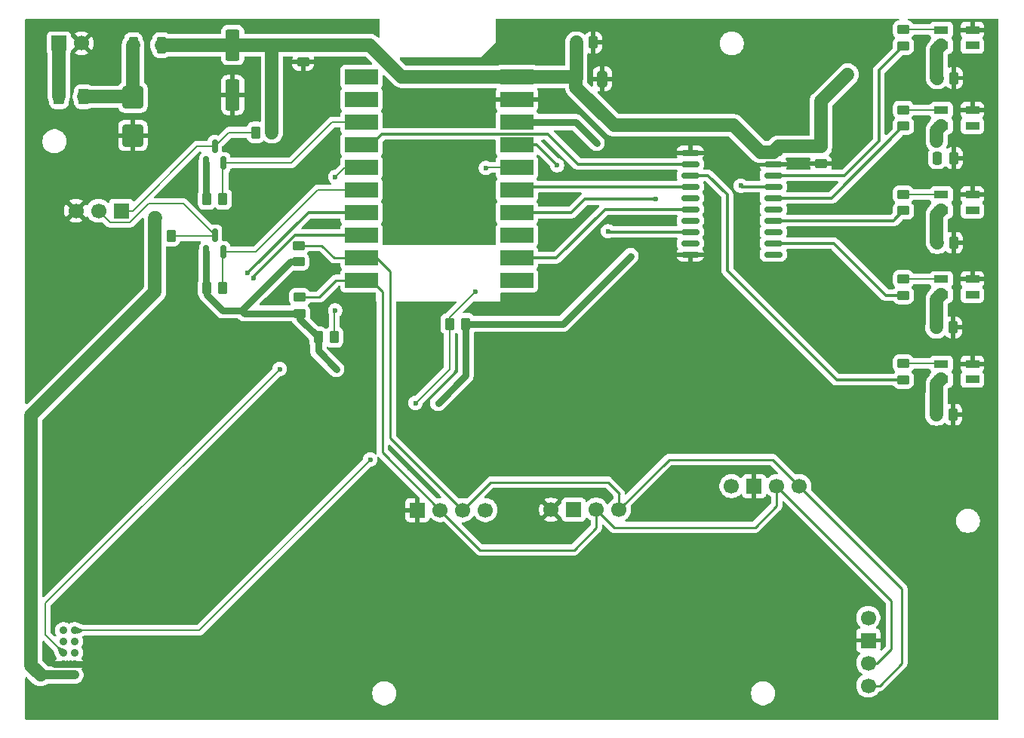
<source format=gtl>
%TF.GenerationSoftware,KiCad,Pcbnew,9.0.5*%
%TF.CreationDate,2025-11-19T18:58:22+01:00*%
%TF.ProjectId,aeris,61657269-732e-46b6-9963-61645f706362,rev?*%
%TF.SameCoordinates,Original*%
%TF.FileFunction,Copper,L1,Top*%
%TF.FilePolarity,Positive*%
%FSLAX46Y46*%
G04 Gerber Fmt 4.6, Leading zero omitted, Abs format (unit mm)*
G04 Created by KiCad (PCBNEW 9.0.5) date 2025-11-19 18:58:22*
%MOMM*%
%LPD*%
G01*
G04 APERTURE LIST*
G04 Aperture macros list*
%AMRoundRect*
0 Rectangle with rounded corners*
0 $1 Rounding radius*
0 $2 $3 $4 $5 $6 $7 $8 $9 X,Y pos of 4 corners*
0 Add a 4 corners polygon primitive as box body*
4,1,4,$2,$3,$4,$5,$6,$7,$8,$9,$2,$3,0*
0 Add four circle primitives for the rounded corners*
1,1,$1+$1,$2,$3*
1,1,$1+$1,$4,$5*
1,1,$1+$1,$6,$7*
1,1,$1+$1,$8,$9*
0 Add four rect primitives between the rounded corners*
20,1,$1+$1,$2,$3,$4,$5,0*
20,1,$1+$1,$4,$5,$6,$7,0*
20,1,$1+$1,$6,$7,$8,$9,0*
20,1,$1+$1,$8,$9,$2,$3,0*%
G04 Aperture macros list end*
%TA.AperFunction,Conductor*%
%ADD10C,0.200000*%
%TD*%
%TA.AperFunction,ComponentPad*%
%ADD11R,3.700000X1.700000*%
%TD*%
%TA.AperFunction,SMDPad,CuDef*%
%ADD12R,1.600000X0.850000*%
%TD*%
%TA.AperFunction,SMDPad,CuDef*%
%ADD13RoundRect,0.250000X-0.262500X-0.450000X0.262500X-0.450000X0.262500X0.450000X-0.262500X0.450000X0*%
%TD*%
%TA.AperFunction,ComponentPad*%
%ADD14C,1.700000*%
%TD*%
%TA.AperFunction,ComponentPad*%
%ADD15R,1.700000X1.700000*%
%TD*%
%TA.AperFunction,SMDPad,CuDef*%
%ADD16RoundRect,0.250000X-0.375000X-0.625000X0.375000X-0.625000X0.375000X0.625000X-0.375000X0.625000X0*%
%TD*%
%TA.AperFunction,SMDPad,CuDef*%
%ADD17RoundRect,0.150000X0.150000X-0.587500X0.150000X0.587500X-0.150000X0.587500X-0.150000X-0.587500X0*%
%TD*%
%TA.AperFunction,SMDPad,CuDef*%
%ADD18RoundRect,0.250000X-0.250000X-0.475000X0.250000X-0.475000X0.250000X0.475000X-0.250000X0.475000X0*%
%TD*%
%TA.AperFunction,SMDPad,CuDef*%
%ADD19RoundRect,0.250000X0.450000X-0.262500X0.450000X0.262500X-0.450000X0.262500X-0.450000X-0.262500X0*%
%TD*%
%TA.AperFunction,SMDPad,CuDef*%
%ADD20RoundRect,0.250000X-0.550000X1.500000X-0.550000X-1.500000X0.550000X-1.500000X0.550000X1.500000X0*%
%TD*%
%TA.AperFunction,SMDPad,CuDef*%
%ADD21RoundRect,0.250000X0.475000X-0.250000X0.475000X0.250000X-0.475000X0.250000X-0.475000X-0.250000X0*%
%TD*%
%TA.AperFunction,SMDPad,CuDef*%
%ADD22RoundRect,0.250000X0.275000X0.700000X-0.275000X0.700000X-0.275000X-0.700000X0.275000X-0.700000X0*%
%TD*%
%TA.AperFunction,SMDPad,CuDef*%
%ADD23RoundRect,0.250000X-0.475000X0.250000X-0.475000X-0.250000X0.475000X-0.250000X0.475000X0.250000X0*%
%TD*%
%TA.AperFunction,SMDPad,CuDef*%
%ADD24RoundRect,0.250000X-0.325000X-0.650000X0.325000X-0.650000X0.325000X0.650000X-0.325000X0.650000X0*%
%TD*%
%TA.AperFunction,SMDPad,CuDef*%
%ADD25RoundRect,0.250000X0.262500X0.450000X-0.262500X0.450000X-0.262500X-0.450000X0.262500X-0.450000X0*%
%TD*%
%TA.AperFunction,SMDPad,CuDef*%
%ADD26RoundRect,0.250000X0.900000X-1.000000X0.900000X1.000000X-0.900000X1.000000X-0.900000X-1.000000X0*%
%TD*%
%TA.AperFunction,SMDPad,CuDef*%
%ADD27RoundRect,0.150000X-0.875000X-0.150000X0.875000X-0.150000X0.875000X0.150000X-0.875000X0.150000X0*%
%TD*%
%TA.AperFunction,SMDPad,CuDef*%
%ADD28RoundRect,0.250000X-0.450000X0.262500X-0.450000X-0.262500X0.450000X-0.262500X0.450000X0.262500X0*%
%TD*%
%TA.AperFunction,ComponentPad*%
%ADD29C,0.900000*%
%TD*%
%TA.AperFunction,ViaPad*%
%ADD30C,0.600000*%
%TD*%
%TA.AperFunction,ViaPad*%
%ADD31C,0.800000*%
%TD*%
%TA.AperFunction,ViaPad*%
%ADD32C,0.700000*%
%TD*%
%TA.AperFunction,Conductor*%
%ADD33C,0.250000*%
%TD*%
%TA.AperFunction,Conductor*%
%ADD34C,0.300000*%
%TD*%
%TA.AperFunction,Conductor*%
%ADD35C,0.800000*%
%TD*%
%TA.AperFunction,Conductor*%
%ADD36C,1.500000*%
%TD*%
%TA.AperFunction,Conductor*%
%ADD37C,1.000000*%
%TD*%
G04 APERTURE END LIST*
D10*
%TO.N,TX*%
X73900000Y-51100000D02*
X74000000Y-51000000D01*
%TD*%
D11*
%TO.P,U1,1,IO8*%
%TO.N,unconnected-(U1-IO8-Pad1)*%
X91400000Y-58620000D03*
%TO.P,U1,2,IO9*%
%TO.N,GPIO9*%
X91400000Y-56080000D03*
%TO.P,U1,3,IO14*%
%TO.N,unconnected-(U1-IO14-Pad3)*%
X91400000Y-53540000D03*
%TO.P,U1,4,IO15*%
%TO.N,GPIO15*%
X91400000Y-51000000D03*
%TO.P,U1,5,IO18*%
%TO.N,GPIO18*%
X91400000Y-48460000D03*
%TO.P,U1,6,IO19*%
%TO.N,GPIO19*%
X91400000Y-45920000D03*
%TO.P,U1,7,IO20*%
%TO.N,GPIO20*%
X91400000Y-43380000D03*
%TO.P,U1,8,3V3*%
%TO.N,+3V3*%
X91400000Y-40840000D03*
%TO.P,U1,9,GND*%
%TO.N,GND*%
X91400000Y-38300000D03*
%TO.P,U1,10,5V*%
%TO.N,+5V*%
X91400000Y-35760000D03*
%TO.P,U1,11,IO7*%
%TO.N,SCL*%
X73950000Y-58620000D03*
%TO.P,U1,12,IO6*%
%TO.N,SDA*%
X73950000Y-56080000D03*
%TO.P,U1,13,IO5*%
%TO.N,RX*%
X73950000Y-53540000D03*
%TO.P,U1,14,IO4*%
%TO.N,TX*%
X73950000Y-51000000D03*
%TO.P,U1,15,IO3*%
%TO.N,GPIO3*%
X73950000Y-48460000D03*
%TO.P,U1,16,IO2*%
%TO.N,GPIO2*%
X73950000Y-45920000D03*
%TO.P,U1,17,IO1*%
%TO.N,GPIO1*%
X73950000Y-43380000D03*
%TO.P,U1,18,IO0*%
%TO.N,GPIO0*%
X73950000Y-40840000D03*
%TO.P,U1,19,RX*%
%TO.N,unconnected-(U1-RX-Pad19)*%
X73950000Y-38300000D03*
%TO.P,U1,20,TX*%
%TO.N,unconnected-(U1-TX-Pad20)*%
X73950000Y-35760000D03*
%TD*%
D12*
%TO.P,D3,1,DOUT*%
%TO.N,unconnected-(D3-DOUT-Pad1)*%
X142500000Y-50750000D03*
%TO.P,D3,2,VSS*%
%TO.N,GND*%
X142500000Y-49000000D03*
%TO.P,D3,3,DIN*%
%TO.N,Net-(D3-DIN)*%
X139000000Y-49000000D03*
%TO.P,D3,4,VDD*%
%TO.N,+5V*%
X139000000Y-50750000D03*
%TD*%
%TO.P,D2,1,DOUT*%
%TO.N,unconnected-(D2-DOUT-Pad1)*%
X142500000Y-41250000D03*
%TO.P,D2,2,VSS*%
%TO.N,GND*%
X142500000Y-39500000D03*
%TO.P,D2,3,DIN*%
%TO.N,Net-(D2-DIN)*%
X139000000Y-39500000D03*
%TO.P,D2,4,VDD*%
%TO.N,+5V*%
X139000000Y-41250000D03*
%TD*%
%TO.P,D5,1,DOUT*%
%TO.N,unconnected-(D5-DOUT-Pad1)*%
X142500000Y-69750000D03*
%TO.P,D5,2,VSS*%
%TO.N,GND*%
X142500000Y-68000000D03*
%TO.P,D5,3,DIN*%
%TO.N,Net-(D5-DIN)*%
X139000000Y-68000000D03*
%TO.P,D5,4,VDD*%
%TO.N,+5V*%
X139000000Y-69750000D03*
%TD*%
D13*
%TO.P,R6,1*%
%TO.N,+3V3*%
X56587500Y-59500000D03*
%TO.P,R6,2*%
%TO.N,GPIO3*%
X58412500Y-59500000D03*
%TD*%
D14*
%TO.P,J4,1,Pin_1*%
%TO.N,GND*%
X95220000Y-84380000D03*
D15*
%TO.P,J4,2,Pin_2*%
%TO.N,+3V3*%
X97760000Y-84380000D03*
D14*
%TO.P,J4,3,Pin_3*%
%TO.N,SCL*%
X100300000Y-84380000D03*
%TO.P,J4,4,Pin_4*%
%TO.N,SDA*%
X102840000Y-84380000D03*
%TD*%
D15*
%TO.P,J7,1,Pin_1*%
%TO.N,GPIO0HV*%
X46990000Y-50800000D03*
D14*
%TO.P,J7,2,Pin_2*%
%TO.N,GPIO3HV*%
X44450000Y-50800000D03*
%TO.P,J7,3,Pin_3*%
%TO.N,GND*%
X41910000Y-50800000D03*
%TD*%
D13*
%TO.P,R4,1*%
%TO.N,GPIO19*%
X83820000Y-63500000D03*
%TO.P,R4,2*%
%TO.N,+3V3*%
X85645000Y-63500000D03*
%TD*%
D16*
%TO.P,F1,1*%
%TO.N,Net-(J6-Pin_1)*%
X40000000Y-38000000D03*
%TO.P,F1,2*%
%TO.N,Net-(D0-A2)*%
X42800000Y-38000000D03*
%TD*%
D15*
%TO.P,J6,1,Pin_1*%
%TO.N,Net-(J6-Pin_1)*%
X40000000Y-32000000D03*
D14*
%TO.P,J6,2,Pin_2*%
%TO.N,GND*%
X42540000Y-32000000D03*
%TD*%
D17*
%TO.P,Q2,1,G*%
%TO.N,+3V3*%
X56550000Y-55437500D03*
%TO.P,Q2,2,S*%
%TO.N,GPIO3*%
X58450000Y-55437500D03*
%TO.P,Q2,3,D*%
%TO.N,GPIO3HV*%
X57500000Y-53562500D03*
%TD*%
D18*
%TO.P,C6,1*%
%TO.N,+5V*%
X138450000Y-63900000D03*
%TO.P,C6,2*%
%TO.N,GND*%
X140350000Y-63900000D03*
%TD*%
D12*
%TO.P,D4,1,DOUT*%
%TO.N,unconnected-(D4-DOUT-Pad1)*%
X142500000Y-60250000D03*
%TO.P,D4,2,VSS*%
%TO.N,GND*%
X142500000Y-58500000D03*
%TO.P,D4,3,DIN*%
%TO.N,Net-(D4-DIN)*%
X139000000Y-58500000D03*
%TO.P,D4,4,VDD*%
%TO.N,+5V*%
X139000000Y-60250000D03*
%TD*%
D19*
%TO.P,R11,1*%
%TO.N,RH*%
X134750000Y-50787500D03*
%TO.P,R11,2*%
%TO.N,Net-(D3-DIN)*%
X134750000Y-48962500D03*
%TD*%
D20*
%TO.P,C3,1*%
%TO.N,+5V*%
X59500000Y-32200000D03*
%TO.P,C3,2*%
%TO.N,GND*%
X59500000Y-37800000D03*
%TD*%
D19*
%TO.P,R9,1*%
%TO.N,CO2*%
X134750000Y-32287500D03*
%TO.P,R9,2*%
%TO.N,Net-(D1-DIN)*%
X134750000Y-30462500D03*
%TD*%
D14*
%TO.P,J2,1,Pin_1*%
%TO.N,+3V3*%
X130810000Y-96520000D03*
D15*
%TO.P,J2,2,Pin_2*%
%TO.N,GND*%
X130810000Y-99060000D03*
D14*
%TO.P,J2,3,Pin_3*%
%TO.N,SCL*%
X130810000Y-101600000D03*
%TO.P,J2,4,Pin_4*%
%TO.N,SDA*%
X130810000Y-104140000D03*
%TD*%
D21*
%TO.P,C4,1*%
%TO.N,GND*%
X67400000Y-34100000D03*
%TO.P,C4,2*%
%TO.N,+5V*%
X67400000Y-32200000D03*
%TD*%
D14*
%TO.P,J5,1,Pin_1*%
%TO.N,+3V3*%
X115460000Y-81730000D03*
D15*
%TO.P,J5,2,Pin_2*%
%TO.N,GND*%
X118000000Y-81730000D03*
D14*
%TO.P,J5,3,Pin_3*%
%TO.N,SCL*%
X120540000Y-81730000D03*
%TO.P,J5,4,Pin_4*%
%TO.N,SDA*%
X123080000Y-81730000D03*
%TD*%
D22*
%TO.P,FB1,1*%
%TO.N,+5V*%
X51500000Y-32200000D03*
%TO.P,FB1,2*%
%TO.N,Net-(D0-A2)*%
X48350000Y-32200000D03*
%TD*%
D23*
%TO.P,C10,1*%
%TO.N,+5V*%
X125500000Y-43600000D03*
%TO.P,C10,2*%
%TO.N,GND*%
X125500000Y-45500000D03*
%TD*%
D24*
%TO.P,C1,1*%
%TO.N,+5V*%
X98025000Y-36000000D03*
%TO.P,C1,2*%
%TO.N,GND*%
X100975000Y-36000000D03*
%TD*%
D18*
%TO.P,C2,1*%
%TO.N,+5V*%
X98050000Y-31900000D03*
%TO.P,C2,2*%
%TO.N,GND*%
X99950000Y-31900000D03*
%TD*%
D25*
%TO.P,R3,1*%
%TO.N,GPIO2*%
X70912500Y-65000000D03*
%TO.P,R3,2*%
%TO.N,+3V3*%
X69087500Y-65000000D03*
%TD*%
D19*
%TO.P,R10,1*%
%TO.N,VOC*%
X134750000Y-41287500D03*
%TO.P,R10,2*%
%TO.N,Net-(D2-DIN)*%
X134750000Y-39462500D03*
%TD*%
D26*
%TO.P,D0,1,A1*%
%TO.N,GND*%
X48300000Y-42350000D03*
%TO.P,D0,2,A2*%
%TO.N,Net-(D0-A2)*%
X48300000Y-38050000D03*
%TD*%
D13*
%TO.P,R8,1*%
%TO.N,+5V*%
X50775000Y-53600000D03*
%TO.P,R8,2*%
%TO.N,GPIO3HV*%
X52600000Y-53600000D03*
%TD*%
D27*
%TO.P,U2,1,1OE*%
%TO.N,GND*%
X110850000Y-44285000D03*
%TO.P,U2,2,1A0*%
%TO.N,GPIO1*%
X110850000Y-45555000D03*
%TO.P,U2,3,2Y0*%
%TO.N,NOx*%
X110850000Y-46825000D03*
%TO.P,U2,4,1A1*%
%TO.N,GPIO18*%
X110850000Y-48095000D03*
%TO.P,U2,5,2Y1*%
%TO.N,unconnected-(U2-2Y1-Pad5)*%
X110850000Y-49365000D03*
%TO.P,U2,6,1A2*%
%TO.N,GPIO9*%
X110850000Y-50635000D03*
%TO.P,U2,7,2Y2*%
%TO.N,unconnected-(U2-2Y2-Pad7)*%
X110850000Y-51905000D03*
%TO.P,U2,8,1A3*%
%TO.N,GPIO20*%
X110850000Y-53175000D03*
%TO.P,U2,9,2Y3*%
%TO.N,unconnected-(U2-2Y3-Pad9)*%
X110850000Y-54445000D03*
%TO.P,U2,10,GND*%
%TO.N,GND*%
X110850000Y-55715000D03*
%TO.P,U2,11,2A3*%
%TO.N,unconnected-(U2-2A3-Pad11)*%
X120150000Y-55715000D03*
%TO.P,U2,12,1Y3*%
%TO.N,PM25*%
X120150000Y-54445000D03*
%TO.P,U2,13,2A2*%
%TO.N,unconnected-(U2-2A2-Pad13)*%
X120150000Y-53175000D03*
%TO.P,U2,14,1Y2*%
%TO.N,RH*%
X120150000Y-51905000D03*
%TO.P,U2,15,2A1*%
%TO.N,unconnected-(U2-2A1-Pad15)*%
X120150000Y-50635000D03*
%TO.P,U2,16,1Y1*%
%TO.N,VOC*%
X120150000Y-49365000D03*
%TO.P,U2,17,2A0*%
%TO.N,GPIO15*%
X120150000Y-48095000D03*
%TO.P,U2,18,1Y0*%
%TO.N,CO2*%
X120150000Y-46825000D03*
%TO.P,U2,19,2OE*%
%TO.N,GND*%
X120150000Y-45555000D03*
%TO.P,U2,20,VCC*%
%TO.N,+5V*%
X120150000Y-44285000D03*
%TD*%
D17*
%TO.P,Q1,1,G*%
%TO.N,+3V3*%
X56550000Y-45437500D03*
%TO.P,Q1,2,S*%
%TO.N,GPIO0*%
X58450000Y-45437500D03*
%TO.P,Q1,3,D*%
%TO.N,GPIO0HV*%
X57500000Y-43562500D03*
%TD*%
D19*
%TO.P,R1,1*%
%TO.N,+3V3*%
X66900000Y-56525000D03*
%TO.P,R1,2*%
%TO.N,SDA*%
X66900000Y-54700000D03*
%TD*%
%TO.P,R13,1*%
%TO.N,NOx*%
X134750000Y-69787500D03*
%TO.P,R13,2*%
%TO.N,Net-(D5-DIN)*%
X134750000Y-67962500D03*
%TD*%
D18*
%TO.P,C7,1*%
%TO.N,+5V*%
X138450000Y-73700000D03*
%TO.P,C7,2*%
%TO.N,GND*%
X140350000Y-73700000D03*
%TD*%
D19*
%TO.P,R12,1*%
%TO.N,PM25*%
X134750000Y-60287500D03*
%TO.P,R12,2*%
%TO.N,Net-(D4-DIN)*%
X134750000Y-58462500D03*
%TD*%
D12*
%TO.P,D1,1,DOUT*%
%TO.N,unconnected-(D1-DOUT-Pad1)*%
X142500000Y-32250000D03*
%TO.P,D1,2,VSS*%
%TO.N,GND*%
X142500000Y-30500000D03*
%TO.P,D1,3,DIN*%
%TO.N,Net-(D1-DIN)*%
X139000000Y-30500000D03*
%TO.P,D1,4,VDD*%
%TO.N,+5V*%
X139000000Y-32250000D03*
%TD*%
D13*
%TO.P,R5,1*%
%TO.N,+3V3*%
X56587500Y-49500000D03*
%TO.P,R5,2*%
%TO.N,GPIO0*%
X58412500Y-49500000D03*
%TD*%
D18*
%TO.P,C5,1*%
%TO.N,+5V*%
X138550000Y-54400000D03*
%TO.P,C5,2*%
%TO.N,GND*%
X140450000Y-54400000D03*
%TD*%
D14*
%TO.P,J3,1,Pin_1*%
%TO.N,+3V3*%
X87860000Y-84420000D03*
%TO.P,J3,2,Pin_2*%
%TO.N,SDA*%
X85320000Y-84420000D03*
%TO.P,J3,3,Pin_3*%
%TO.N,SCL*%
X82780000Y-84420000D03*
D15*
%TO.P,J3,4,Pin_4*%
%TO.N,GND*%
X80240000Y-84420000D03*
%TD*%
D25*
%TO.P,R7,1*%
%TO.N,+5V*%
X63912500Y-42000000D03*
%TO.P,R7,2*%
%TO.N,GPIO0HV*%
X62087500Y-42000000D03*
%TD*%
D18*
%TO.P,C9,1*%
%TO.N,+5V*%
X138550000Y-44900000D03*
%TO.P,C9,2*%
%TO.N,GND*%
X140450000Y-44900000D03*
%TD*%
D28*
%TO.P,R2,1*%
%TO.N,SCL*%
X67000000Y-60500000D03*
%TO.P,R2,2*%
%TO.N,+3V3*%
X67000000Y-62325000D03*
%TD*%
D18*
%TO.P,C8,1*%
%TO.N,+5V*%
X138550000Y-35900000D03*
%TO.P,C8,2*%
%TO.N,GND*%
X140450000Y-35900000D03*
%TD*%
D29*
%TO.P,J1,1,Pin_1*%
%TO.N,+5V*%
X40515000Y-102950000D03*
%TO.P,J1,2,Pin_2*%
X41765000Y-102950000D03*
%TO.P,J1,3,Pin_3*%
%TO.N,GND*%
X40515000Y-101700000D03*
%TO.P,J1,4,Pin_4*%
X41765000Y-101700000D03*
%TO.P,J1,5,Pin_5*%
%TO.N,GPIO2*%
X40515000Y-100450000D03*
%TO.P,J1,6,Pin_6*%
%TO.N,unconnected-(J1-Pin_6-Pad6)*%
X41765000Y-100450000D03*
%TO.P,J1,7,Pin_7*%
%TO.N,TX*%
X40515000Y-99200000D03*
%TO.P,J1,8,Pin_8*%
%TO.N,unconnected-(J1-Pin_8-Pad8)*%
X41765000Y-99200000D03*
%TO.P,J1,9,Pin_9*%
%TO.N,RX*%
X40515000Y-97950000D03*
%TO.P,J1,10,Pin_10*%
%TO.N,GPIO19*%
X41765000Y-97950000D03*
%TD*%
D30*
%TO.N,TX*%
X61200000Y-57800000D03*
%TO.N,RX*%
X61800000Y-58400000D03*
%TO.N,GPIO20*%
X95900000Y-45700000D03*
X101600000Y-53100000D03*
%TO.N,GND*%
X79400000Y-79700000D03*
X82000000Y-76900000D03*
X79600000Y-65000000D03*
X74000000Y-66900000D03*
X73900000Y-72000000D03*
X79000000Y-39000000D03*
X87000000Y-39000000D03*
X88300000Y-53500000D03*
X85100000Y-45500000D03*
X85200000Y-53500000D03*
D31*
%TO.N,+5V*%
X63912500Y-42000000D03*
X138500000Y-62000000D03*
X50800000Y-51600000D03*
X128500000Y-35500000D03*
X138500000Y-43000000D03*
X138500000Y-71500000D03*
X138500000Y-34000000D03*
X138500000Y-52500000D03*
D30*
%TO.N,GND*%
X45200000Y-35100000D03*
X69500000Y-52200000D03*
X64770000Y-60960000D03*
X54500000Y-35700000D03*
X100330000Y-46990000D03*
X39370000Y-101600000D03*
X67564000Y-38100000D03*
X43180000Y-101600000D03*
X44800000Y-41400000D03*
X79100000Y-53500000D03*
X53300000Y-56200000D03*
X51800000Y-42500000D03*
X95250000Y-52070000D03*
X44800000Y-43432000D03*
X79000000Y-45500000D03*
X51800000Y-35700000D03*
X96520000Y-49530000D03*
X64000000Y-47500000D03*
X51800000Y-40400000D03*
X124460000Y-48260000D03*
X95504000Y-38354000D03*
D32*
%TO.N,+3V3*%
X71120000Y-68580000D03*
X82550000Y-72390000D03*
X100330000Y-43180000D03*
X104140000Y-55880000D03*
D30*
%TO.N,GPIO19*%
X86700000Y-59900000D03*
X87900000Y-46000000D03*
X80010000Y-72390000D03*
X74930000Y-78740000D03*
%TO.N,GPIO2*%
X64770000Y-68580000D03*
X71000000Y-62000000D03*
X71000000Y-47000000D03*
X70912500Y-65000000D03*
%TO.N,GPIO15*%
X107000000Y-49500000D03*
X116500000Y-48000000D03*
%TD*%
D33*
%TO.N,SCL*%
X131800000Y-101600000D02*
X130810000Y-101600000D01*
X133400000Y-94590000D02*
X133400000Y-100000000D01*
X120540000Y-81730000D02*
X133400000Y-94590000D01*
X133400000Y-100000000D02*
X131800000Y-101600000D01*
D34*
%TO.N,TX*%
X68000000Y-51000000D02*
X61200000Y-57800000D01*
X75050000Y-51000000D02*
X68000000Y-51000000D01*
%TO.N,RX*%
X61800000Y-58230630D02*
X61800000Y-58400000D01*
X66490630Y-53540000D02*
X61800000Y-58230630D01*
X75050000Y-53540000D02*
X66490630Y-53540000D01*
%TO.N,GPIO20*%
X93580000Y-43380000D02*
X90300000Y-43380000D01*
X95900000Y-45700000D02*
X93580000Y-43380000D01*
X101675000Y-53175000D02*
X101600000Y-53100000D01*
X110850000Y-53175000D02*
X101675000Y-53175000D01*
%TO.N,GPIO18*%
X90665000Y-48095000D02*
X110850000Y-48095000D01*
D10*
X90300000Y-48460000D02*
X90665000Y-48095000D01*
D33*
%TO.N,SCL*%
X120540000Y-83930000D02*
X120540000Y-81730000D01*
X118110000Y-86360000D02*
X120540000Y-83930000D01*
X102280000Y-86360000D02*
X118110000Y-86360000D01*
X100300000Y-84380000D02*
X102280000Y-86360000D01*
%TO.N,SDA*%
X134600000Y-101620000D02*
X134600000Y-93250000D01*
X134600000Y-93250000D02*
X123080000Y-81730000D01*
X130810000Y-104140000D02*
X132080000Y-104140000D01*
X132080000Y-104140000D02*
X134600000Y-101620000D01*
%TO.N,SCL*%
X76300000Y-77940000D02*
X82780000Y-84420000D01*
X76300000Y-59870000D02*
X76300000Y-77940000D01*
X75050000Y-58620000D02*
X76300000Y-59870000D01*
X71080000Y-58620000D02*
X75050000Y-58620000D01*
X69200000Y-60500000D02*
X71080000Y-58620000D01*
X67000000Y-60500000D02*
X69200000Y-60500000D01*
D35*
%TO.N,+3V3*%
X65975000Y-56525000D02*
X66900000Y-56525000D01*
X60500000Y-62000000D02*
X65975000Y-56525000D01*
D33*
%TO.N,SDA*%
X69500000Y-54700000D02*
X66900000Y-54700000D01*
X70880000Y-56080000D02*
X69500000Y-54700000D01*
X75050000Y-56080000D02*
X70880000Y-56080000D01*
D36*
%TO.N,+5V*%
X74900000Y-32200000D02*
X78450000Y-35750000D01*
X78450000Y-35750000D02*
X97775000Y-35750000D01*
X67400000Y-32200000D02*
X74900000Y-32200000D01*
X97775000Y-35750000D02*
X98025000Y-36000000D01*
D10*
%TO.N,GPIO19*%
X86700000Y-59900000D02*
X83820000Y-62780000D01*
X83820000Y-62780000D02*
X83820000Y-63500000D01*
D33*
%TO.N,SDA*%
X77200000Y-76300000D02*
X85320000Y-84420000D01*
X77200000Y-57600000D02*
X77200000Y-76300000D01*
X75050000Y-56080000D02*
X75680000Y-56080000D01*
X75680000Y-56080000D02*
X77200000Y-57600000D01*
D10*
%TO.N,GPIO2*%
X72080000Y-45920000D02*
X75050000Y-45920000D01*
X71000000Y-47000000D02*
X72080000Y-45920000D01*
%TO.N,GPIO19*%
X88020000Y-45920000D02*
X90300000Y-45920000D01*
X87940000Y-46000000D02*
X88020000Y-45920000D01*
X87900000Y-46000000D02*
X87940000Y-46000000D01*
D34*
%TO.N,GPIO1*%
X98255000Y-45555000D02*
X110850000Y-45555000D01*
X94879000Y-42179000D02*
X98255000Y-45555000D01*
X76251000Y-42179000D02*
X94879000Y-42179000D01*
X75050000Y-43380000D02*
X76251000Y-42179000D01*
%TO.N,GPIO15*%
X97500000Y-51000000D02*
X99000000Y-49500000D01*
X99000000Y-49500000D02*
X106680000Y-49500000D01*
X90300000Y-51000000D02*
X97500000Y-51000000D01*
%TO.N,GPIO9*%
X95820000Y-56080000D02*
X90300000Y-56080000D01*
X101265000Y-50635000D02*
X95820000Y-56080000D01*
X110850000Y-50635000D02*
X101265000Y-50635000D01*
D33*
%TO.N,SDA*%
X75042500Y-56087500D02*
X75050000Y-56080000D01*
D10*
%TO.N,GPIO3*%
X69040000Y-48460000D02*
X75050000Y-48460000D01*
X62062500Y-55437500D02*
X69040000Y-48460000D01*
X58450000Y-55437500D02*
X62062500Y-55437500D01*
%TO.N,GPIO0*%
X66062500Y-45437500D02*
X58450000Y-45437500D01*
X70660000Y-40840000D02*
X66062500Y-45437500D01*
X75050000Y-40840000D02*
X70660000Y-40840000D01*
D35*
%TO.N,+3V3*%
X100330000Y-43180000D02*
X97990000Y-40840000D01*
X97990000Y-40840000D02*
X90300000Y-40840000D01*
D36*
%TO.N,+5V*%
X138500000Y-52500000D02*
X138500000Y-51250000D01*
X36900000Y-73800000D02*
X50775000Y-59925000D01*
X125500000Y-38500000D02*
X128500000Y-35500000D01*
X64100000Y-32200000D02*
X67400000Y-32200000D01*
X138500000Y-62000000D02*
X138500000Y-60750000D01*
X138500000Y-34000000D02*
X138500000Y-35850000D01*
X50775000Y-53600000D02*
X50775000Y-51625000D01*
X138450000Y-73700000D02*
X138450000Y-71550000D01*
X115700000Y-41200000D02*
X118704000Y-44204000D01*
X120754000Y-43600000D02*
X120150000Y-44204000D01*
X138500000Y-70250000D02*
X139000000Y-69750000D01*
X98025000Y-36925000D02*
X102300000Y-41200000D01*
X98050000Y-35975000D02*
X98025000Y-36000000D01*
X138500000Y-32750000D02*
X139000000Y-32250000D01*
X50775000Y-51625000D02*
X50800000Y-51600000D01*
X138500000Y-71500000D02*
X138500000Y-70250000D01*
X63912500Y-42000000D02*
X63912500Y-32387500D01*
X138500000Y-34000000D02*
X138500000Y-32750000D01*
X138500000Y-62000000D02*
X138500000Y-63850000D01*
X98050000Y-31900000D02*
X98050000Y-35975000D01*
X138500000Y-52500000D02*
X138500000Y-54350000D01*
D37*
X40515000Y-102950000D02*
X37950000Y-102950000D01*
D36*
X138500000Y-35850000D02*
X138550000Y-35900000D01*
X138500000Y-63850000D02*
X138450000Y-63900000D01*
X138500000Y-60750000D02*
X139000000Y-60250000D01*
X102300000Y-41200000D02*
X115700000Y-41200000D01*
X50775000Y-59925000D02*
X50775000Y-53600000D01*
X138500000Y-43000000D02*
X138500000Y-41750000D01*
X63912500Y-32387500D02*
X64100000Y-32200000D01*
X51500000Y-32200000D02*
X59500000Y-32200000D01*
X59500000Y-32200000D02*
X64100000Y-32200000D01*
X125500000Y-43600000D02*
X120754000Y-43600000D01*
X125500000Y-43600000D02*
X125500000Y-38500000D01*
D37*
X41765000Y-102950000D02*
X40515000Y-102950000D01*
D36*
X138500000Y-51250000D02*
X139000000Y-50750000D01*
X37950000Y-102950000D02*
X36900000Y-101900000D01*
X138500000Y-54350000D02*
X138550000Y-54400000D01*
X138450000Y-71550000D02*
X138500000Y-71500000D01*
X118704000Y-44204000D02*
X120150000Y-44204000D01*
X36900000Y-101900000D02*
X36900000Y-73800000D01*
X138500000Y-41750000D02*
X139000000Y-41250000D01*
X98025000Y-36000000D02*
X98025000Y-36925000D01*
D35*
%TO.N,GND*%
X40515000Y-101700000D02*
X39470000Y-101700000D01*
X40515000Y-101700000D02*
X41765000Y-101700000D01*
X41765000Y-101700000D02*
X43080000Y-101700000D01*
D10*
X39470000Y-101700000D02*
X39370000Y-101600000D01*
X43080000Y-101700000D02*
X43180000Y-101600000D01*
%TO.N,Net-(D2-DIN)*%
X134750000Y-39462500D02*
X138962500Y-39462500D01*
X138962500Y-39462500D02*
X139000000Y-39500000D01*
D35*
%TO.N,+3V3*%
X56550000Y-59462500D02*
X56587500Y-59500000D01*
X56550000Y-45437500D02*
X56550000Y-49462500D01*
X56550000Y-55437500D02*
X56550000Y-59462500D01*
X69087500Y-65000000D02*
X69087500Y-66547500D01*
X69087500Y-66547500D02*
X71120000Y-68580000D01*
X96520000Y-63500000D02*
X104140000Y-55880000D01*
X58387500Y-62000000D02*
X56587500Y-60200000D01*
X85645000Y-63500000D02*
X96520000Y-63500000D01*
X67000000Y-62912500D02*
X69087500Y-65000000D01*
X67000000Y-62325000D02*
X60825000Y-62325000D01*
X60825000Y-62325000D02*
X60500000Y-62000000D01*
X67000000Y-62325000D02*
X67000000Y-62912500D01*
X56587500Y-60200000D02*
X56587500Y-59500000D01*
X60500000Y-62000000D02*
X58387500Y-62000000D01*
X82550000Y-72390000D02*
X85645000Y-69295000D01*
X85645000Y-69295000D02*
X85645000Y-63500000D01*
X56550000Y-49462500D02*
X56587500Y-49500000D01*
D10*
%TO.N,Net-(D3-DIN)*%
X134750000Y-48962500D02*
X138962500Y-48962500D01*
X138962500Y-48962500D02*
X139000000Y-49000000D01*
%TO.N,Net-(D4-DIN)*%
X134750000Y-58462500D02*
X138962500Y-58462500D01*
X138962500Y-58462500D02*
X139000000Y-58500000D01*
%TO.N,Net-(D5-DIN)*%
X134750000Y-67962500D02*
X138962500Y-67962500D01*
X138962500Y-67962500D02*
X139000000Y-68000000D01*
D33*
%TO.N,SDA*%
X120090000Y-78740000D02*
X123080000Y-81730000D01*
X102840000Y-84380000D02*
X108480000Y-78740000D01*
X102840000Y-82580000D02*
X102840000Y-84380000D01*
X102870000Y-82550000D02*
X102840000Y-82580000D01*
X108480000Y-78740000D02*
X120090000Y-78740000D01*
X88460000Y-81280000D02*
X101600000Y-81280000D01*
X85320000Y-84420000D02*
X88460000Y-81280000D01*
X101600000Y-81280000D02*
X102870000Y-82550000D01*
%TO.N,SCL*%
X100300000Y-86390000D02*
X100300000Y-84380000D01*
X87260000Y-88900000D02*
X97790000Y-88900000D01*
X82780000Y-84420000D02*
X87260000Y-88900000D01*
X97790000Y-88900000D02*
X100300000Y-86390000D01*
D36*
%TO.N,Net-(J6-Pin_1)*%
X40000000Y-32000000D02*
X40000000Y-38000000D01*
D10*
%TO.N,GPIO19*%
X83820000Y-68580000D02*
X83820000Y-63500000D01*
X80010000Y-72390000D02*
X83820000Y-68580000D01*
X55720000Y-97950000D02*
X74930000Y-78740000D01*
X41765000Y-97950000D02*
X55720000Y-97950000D01*
%TO.N,GPIO2*%
X70912500Y-65000000D02*
X70912500Y-62087500D01*
X70912500Y-62087500D02*
X71000000Y-62000000D01*
X40515000Y-100450000D02*
X38500000Y-98435000D01*
X38500000Y-94850000D02*
X64770000Y-68580000D01*
X38500000Y-98435000D02*
X38500000Y-94850000D01*
%TO.N,GPIO3HV*%
X57500000Y-53562500D02*
X53937500Y-50000000D01*
X52600000Y-53600000D02*
X57462500Y-53600000D01*
X57462500Y-53600000D02*
X57500000Y-53562500D01*
X53937500Y-50000000D02*
X50092000Y-50000000D01*
X50092000Y-50000000D02*
X47992000Y-52100000D01*
X45750000Y-52100000D02*
X44450000Y-50800000D01*
X47992000Y-52100000D02*
X45750000Y-52100000D01*
%TO.N,GPIO0HV*%
X46990000Y-50800000D02*
X48260000Y-50800000D01*
X59062500Y-42000000D02*
X62087500Y-42000000D01*
X57500000Y-43562500D02*
X59062500Y-42000000D01*
X48260000Y-50800000D02*
X55497500Y-43562500D01*
X55497500Y-43562500D02*
X57500000Y-43562500D01*
%TO.N,GPIO0*%
X58412500Y-49500000D02*
X58412500Y-45475000D01*
X58412500Y-45475000D02*
X58450000Y-45437500D01*
%TO.N,GPIO3*%
X58412500Y-55475000D02*
X58450000Y-55437500D01*
X58412500Y-59500000D02*
X58412500Y-55475000D01*
D34*
%TO.N,CO2*%
X128175000Y-46825000D02*
X132000000Y-43000000D01*
X120150000Y-46825000D02*
X128175000Y-46825000D01*
X132037500Y-35000000D02*
X134750000Y-32287500D01*
X132000000Y-43000000D02*
X132000000Y-35000000D01*
X132000000Y-35000000D02*
X132037500Y-35000000D01*
%TO.N,VOC*%
X126672500Y-49365000D02*
X134750000Y-41287500D01*
X120150000Y-49365000D02*
X126672500Y-49365000D01*
%TO.N,RH*%
X133632500Y-51905000D02*
X134750000Y-50787500D01*
X120150000Y-51905000D02*
X133632500Y-51905000D01*
%TO.N,PM25*%
X126945000Y-54445000D02*
X120150000Y-54445000D01*
X132787500Y-60287500D02*
X126945000Y-54445000D01*
X134750000Y-60287500D02*
X132787500Y-60287500D01*
%TO.N,NOx*%
X127287500Y-69787500D02*
X134750000Y-69787500D01*
X115000000Y-49000000D02*
X115000000Y-57500000D01*
X115000000Y-57500000D02*
X127287500Y-69787500D01*
X110850000Y-46825000D02*
X112825000Y-46825000D01*
X112825000Y-46825000D02*
X115000000Y-49000000D01*
%TO.N,GPIO15*%
X120150000Y-48095000D02*
X116595000Y-48095000D01*
D36*
%TO.N,Net-(D0-A2)*%
X48300000Y-38050000D02*
X48300000Y-32250000D01*
X48250000Y-38000000D02*
X48300000Y-38050000D01*
X42800000Y-38000000D02*
X48250000Y-38000000D01*
X48300000Y-32250000D02*
X48350000Y-32200000D01*
D10*
%TO.N,Net-(D1-DIN)*%
X138962500Y-30462500D02*
X139000000Y-30500000D01*
X134750000Y-30462500D02*
X138962500Y-30462500D01*
%TD*%
%TA.AperFunction,Conductor*%
%TO.N,GND*%
G36*
X134227514Y-29229685D02*
G01*
X134273269Y-29282489D01*
X134283213Y-29351647D01*
X134254188Y-29415203D01*
X134195410Y-29452977D01*
X134173076Y-29457358D01*
X134147203Y-29460000D01*
X134147200Y-29460001D01*
X133980668Y-29515185D01*
X133980663Y-29515187D01*
X133831342Y-29607289D01*
X133707289Y-29731342D01*
X133615187Y-29880663D01*
X133615186Y-29880666D01*
X133560001Y-30047203D01*
X133560001Y-30047204D01*
X133560000Y-30047204D01*
X133549500Y-30149983D01*
X133549500Y-30775001D01*
X133549501Y-30775019D01*
X133560000Y-30877796D01*
X133560001Y-30877799D01*
X133611222Y-31032372D01*
X133615186Y-31044334D01*
X133668318Y-31130476D01*
X133707289Y-31193657D01*
X133800951Y-31287319D01*
X133834436Y-31348642D01*
X133829452Y-31418334D01*
X133800951Y-31462681D01*
X133707289Y-31556342D01*
X133615187Y-31705663D01*
X133615186Y-31705666D01*
X133560001Y-31872203D01*
X133560001Y-31872204D01*
X133560000Y-31872204D01*
X133549500Y-31974983D01*
X133549500Y-32516691D01*
X133529815Y-32583730D01*
X133513181Y-32604372D01*
X131706975Y-34410577D01*
X131688185Y-34425998D01*
X131585331Y-34494723D01*
X131585327Y-34494726D01*
X131494726Y-34585327D01*
X131494723Y-34585331D01*
X131423538Y-34691866D01*
X131423533Y-34691875D01*
X131374499Y-34810255D01*
X131374497Y-34810261D01*
X131349500Y-34935928D01*
X131349500Y-42679192D01*
X131329815Y-42746231D01*
X131313181Y-42766873D01*
X127941873Y-46138181D01*
X127880550Y-46171666D01*
X127854192Y-46174500D01*
X126796159Y-46174500D01*
X126729120Y-46154815D01*
X126683365Y-46102011D01*
X126673421Y-46032853D01*
X126678453Y-46011496D01*
X126714505Y-45902697D01*
X126714506Y-45902690D01*
X126724999Y-45799986D01*
X126725000Y-45799973D01*
X126725000Y-45750000D01*
X124275001Y-45750000D01*
X124275001Y-45799986D01*
X124285494Y-45902697D01*
X124321547Y-46011496D01*
X124323949Y-46081324D01*
X124288217Y-46141366D01*
X124225697Y-46172559D01*
X124203841Y-46174500D01*
X121719896Y-46174500D01*
X121652857Y-46154815D01*
X121607102Y-46102011D01*
X121597158Y-46032853D01*
X121613164Y-45987379D01*
X121626281Y-45965198D01*
X121672100Y-45807486D01*
X121672295Y-45805001D01*
X121672295Y-45805000D01*
X118627705Y-45805000D01*
X118627704Y-45805001D01*
X118627899Y-45807486D01*
X118673718Y-45965198D01*
X118757314Y-46106552D01*
X118762100Y-46112722D01*
X118759640Y-46114629D01*
X118786210Y-46163288D01*
X118781226Y-46232980D01*
X118760162Y-46265781D01*
X118761699Y-46266974D01*
X118756915Y-46273140D01*
X118673255Y-46414603D01*
X118673254Y-46414606D01*
X118627402Y-46572426D01*
X118627401Y-46572432D01*
X118624500Y-46609298D01*
X118624500Y-47040701D01*
X118627401Y-47077567D01*
X118627402Y-47077573D01*
X118673253Y-47235392D01*
X118673255Y-47235396D01*
X118673256Y-47235398D01*
X118686256Y-47257381D01*
X118703439Y-47325102D01*
X118681280Y-47391365D01*
X118626814Y-47435128D01*
X118579524Y-47444500D01*
X117127941Y-47444500D01*
X117060902Y-47424815D01*
X117040260Y-47408181D01*
X117010292Y-47378213D01*
X117010288Y-47378210D01*
X116879185Y-47290609D01*
X116879172Y-47290602D01*
X116733501Y-47230264D01*
X116733489Y-47230261D01*
X116578845Y-47199500D01*
X116578842Y-47199500D01*
X116421158Y-47199500D01*
X116421155Y-47199500D01*
X116266510Y-47230261D01*
X116266498Y-47230264D01*
X116120827Y-47290602D01*
X116120814Y-47290609D01*
X115989711Y-47378210D01*
X115989707Y-47378213D01*
X115878213Y-47489707D01*
X115878210Y-47489711D01*
X115790609Y-47620814D01*
X115790602Y-47620827D01*
X115730264Y-47766498D01*
X115730261Y-47766510D01*
X115699500Y-47921153D01*
X115699500Y-48078846D01*
X115730261Y-48233489D01*
X115730264Y-48233501D01*
X115790602Y-48379172D01*
X115790609Y-48379185D01*
X115878210Y-48510288D01*
X115878213Y-48510292D01*
X115989707Y-48621786D01*
X115989711Y-48621789D01*
X116120814Y-48709390D01*
X116120827Y-48709397D01*
X116254731Y-48764861D01*
X116266503Y-48769737D01*
X116371418Y-48790606D01*
X116421153Y-48800499D01*
X116421156Y-48800500D01*
X116421158Y-48800500D01*
X116578844Y-48800500D01*
X116578845Y-48800499D01*
X116655152Y-48785320D01*
X116733488Y-48769739D01*
X116733490Y-48769738D01*
X116733497Y-48769737D01*
X116769223Y-48754939D01*
X116816675Y-48745500D01*
X118579524Y-48745500D01*
X118646563Y-48765185D01*
X118692318Y-48817989D01*
X118702262Y-48887147D01*
X118686257Y-48932617D01*
X118675562Y-48950703D01*
X118673253Y-48954607D01*
X118627402Y-49112426D01*
X118627401Y-49112432D01*
X118624500Y-49149298D01*
X118624500Y-49580701D01*
X118627401Y-49617567D01*
X118627402Y-49617573D01*
X118673254Y-49775393D01*
X118673255Y-49775396D01*
X118673256Y-49775398D01*
X118697203Y-49815891D01*
X118756917Y-49916862D01*
X118761702Y-49923031D01*
X118759256Y-49924927D01*
X118785857Y-49973642D01*
X118780873Y-50043334D01*
X118760069Y-50075703D01*
X118761702Y-50076969D01*
X118756917Y-50083137D01*
X118673255Y-50224603D01*
X118673254Y-50224606D01*
X118627402Y-50382426D01*
X118627401Y-50382432D01*
X118624500Y-50419298D01*
X118624500Y-50850701D01*
X118627401Y-50887567D01*
X118627402Y-50887573D01*
X118673254Y-51045393D01*
X118673255Y-51045396D01*
X118756917Y-51186862D01*
X118761702Y-51193031D01*
X118759256Y-51194927D01*
X118785857Y-51243642D01*
X118780873Y-51313334D01*
X118760069Y-51345703D01*
X118761702Y-51346969D01*
X118756917Y-51353137D01*
X118673255Y-51494603D01*
X118673254Y-51494606D01*
X118627402Y-51652426D01*
X118627401Y-51652432D01*
X118624500Y-51689298D01*
X118624500Y-52120701D01*
X118627401Y-52157567D01*
X118627402Y-52157573D01*
X118673254Y-52315393D01*
X118673255Y-52315396D01*
X118756917Y-52456862D01*
X118761702Y-52463031D01*
X118759256Y-52464927D01*
X118785857Y-52513642D01*
X118780873Y-52583334D01*
X118760069Y-52615703D01*
X118761702Y-52616969D01*
X118756919Y-52623135D01*
X118673255Y-52764603D01*
X118673254Y-52764606D01*
X118627402Y-52922426D01*
X118627401Y-52922432D01*
X118624500Y-52959298D01*
X118624500Y-53390701D01*
X118627401Y-53427567D01*
X118627402Y-53427573D01*
X118673254Y-53585393D01*
X118673255Y-53585396D01*
X118673256Y-53585398D01*
X118687978Y-53610292D01*
X118756917Y-53726862D01*
X118761702Y-53733031D01*
X118759256Y-53734927D01*
X118785857Y-53783642D01*
X118780873Y-53853334D01*
X118760069Y-53885703D01*
X118761702Y-53886969D01*
X118756917Y-53893137D01*
X118673255Y-54034603D01*
X118673254Y-54034606D01*
X118627402Y-54192426D01*
X118627401Y-54192432D01*
X118624500Y-54229298D01*
X118624500Y-54660701D01*
X118627401Y-54697567D01*
X118627402Y-54697573D01*
X118673254Y-54855393D01*
X118673255Y-54855396D01*
X118756917Y-54996862D01*
X118761702Y-55003031D01*
X118759256Y-55004927D01*
X118785857Y-55053642D01*
X118780873Y-55123334D01*
X118760069Y-55155703D01*
X118761702Y-55156969D01*
X118756917Y-55163137D01*
X118673255Y-55304603D01*
X118673254Y-55304606D01*
X118627402Y-55462426D01*
X118627401Y-55462432D01*
X118624500Y-55499298D01*
X118624500Y-55930701D01*
X118627401Y-55967567D01*
X118627402Y-55967573D01*
X118673254Y-56125393D01*
X118673255Y-56125396D01*
X118756917Y-56266862D01*
X118756923Y-56266870D01*
X118873129Y-56383076D01*
X118873133Y-56383079D01*
X118873135Y-56383081D01*
X119014602Y-56466744D01*
X119056224Y-56478836D01*
X119172426Y-56512597D01*
X119172429Y-56512597D01*
X119172431Y-56512598D01*
X119209306Y-56515500D01*
X119209314Y-56515500D01*
X121090686Y-56515500D01*
X121090694Y-56515500D01*
X121127569Y-56512598D01*
X121127571Y-56512597D01*
X121127573Y-56512597D01*
X121185986Y-56495626D01*
X121285398Y-56466744D01*
X121426865Y-56383081D01*
X121543081Y-56266865D01*
X121626744Y-56125398D01*
X121672598Y-55967569D01*
X121675500Y-55930694D01*
X121675500Y-55499306D01*
X121672598Y-55462431D01*
X121669988Y-55453447D01*
X121626746Y-55304607D01*
X121626744Y-55304603D01*
X121626744Y-55304602D01*
X121613743Y-55282618D01*
X121596561Y-55214898D01*
X121618720Y-55148635D01*
X121673186Y-55104872D01*
X121720476Y-55095500D01*
X126624192Y-55095500D01*
X126691231Y-55115185D01*
X126711873Y-55131819D01*
X132372825Y-60792772D01*
X132372826Y-60792773D01*
X132372829Y-60792775D01*
X132372831Y-60792777D01*
X132479373Y-60863965D01*
X132597756Y-60913001D01*
X132597760Y-60913001D01*
X132597761Y-60913002D01*
X132723428Y-60938000D01*
X132723431Y-60938000D01*
X133588332Y-60938000D01*
X133655371Y-60957685D01*
X133693870Y-60996903D01*
X133707285Y-61018652D01*
X133707288Y-61018656D01*
X133831344Y-61142712D01*
X133980666Y-61234814D01*
X134147203Y-61289999D01*
X134249991Y-61300500D01*
X135250008Y-61300499D01*
X135250016Y-61300498D01*
X135250019Y-61300498D01*
X135346825Y-61290609D01*
X135352797Y-61289999D01*
X135519334Y-61234814D01*
X135668656Y-61142712D01*
X135792712Y-61018656D01*
X135884814Y-60869334D01*
X135939999Y-60702797D01*
X135950500Y-60600009D01*
X135950499Y-59974992D01*
X135949385Y-59964091D01*
X135939999Y-59872203D01*
X135939998Y-59872200D01*
X135923084Y-59821158D01*
X135884814Y-59705666D01*
X135792712Y-59556344D01*
X135699049Y-59462681D01*
X135697531Y-59459902D01*
X135694831Y-59458250D01*
X135680896Y-59429436D01*
X135665564Y-59401358D01*
X135665789Y-59398200D01*
X135664411Y-59395350D01*
X135668265Y-59363583D01*
X135670548Y-59331666D01*
X135672560Y-59328187D01*
X135672827Y-59325989D01*
X135679673Y-59315891D01*
X135691249Y-59295884D01*
X135694947Y-59291420D01*
X135792712Y-59193656D01*
X135841508Y-59114543D01*
X135847027Y-59107884D01*
X135869111Y-59092992D01*
X135888917Y-59075179D01*
X135898892Y-59072912D01*
X135904958Y-59068822D01*
X135918172Y-59068530D01*
X135942508Y-59063000D01*
X137631196Y-59063000D01*
X137698235Y-59082685D01*
X137743990Y-59135489D01*
X137747379Y-59143669D01*
X137756203Y-59167330D01*
X137756206Y-59167335D01*
X137842452Y-59282544D01*
X137847227Y-59287319D01*
X137880712Y-59348642D01*
X137875728Y-59418334D01*
X137847227Y-59462681D01*
X137842452Y-59467455D01*
X137756206Y-59582664D01*
X137756202Y-59582671D01*
X137705908Y-59717516D01*
X137703586Y-59739121D01*
X137676848Y-59803672D01*
X137667979Y-59813546D01*
X137546171Y-59935355D01*
X137430476Y-60094594D01*
X137341115Y-60269973D01*
X137341114Y-60269976D01*
X137298706Y-60400499D01*
X137280290Y-60457176D01*
X137280290Y-60457177D01*
X137249500Y-60651577D01*
X137249500Y-63528414D01*
X137243431Y-63566732D01*
X137230291Y-63607172D01*
X137199500Y-63801577D01*
X137199500Y-63998422D01*
X137230290Y-64192826D01*
X137291117Y-64380030D01*
X137366358Y-64527697D01*
X137380476Y-64555405D01*
X137496172Y-64714646D01*
X137496174Y-64714648D01*
X137568234Y-64786708D01*
X137586091Y-64809291D01*
X137607096Y-64843345D01*
X137607288Y-64843656D01*
X137731344Y-64967712D01*
X137880666Y-65059814D01*
X138047203Y-65114999D01*
X138149991Y-65125500D01*
X138183979Y-65125499D01*
X138203375Y-65127025D01*
X138351583Y-65150500D01*
X138351584Y-65150500D01*
X138548422Y-65150500D01*
X138696627Y-65127026D01*
X138716025Y-65125499D01*
X138750002Y-65125499D01*
X138750008Y-65125499D01*
X138852797Y-65114999D01*
X139019334Y-65059814D01*
X139168656Y-64967712D01*
X139292712Y-64843656D01*
X139294749Y-64840352D01*
X139296741Y-64838560D01*
X139297195Y-64837987D01*
X139297292Y-64838064D01*
X139346691Y-64793624D01*
X139415652Y-64782395D01*
X139479737Y-64810232D01*
X139505829Y-64840339D01*
X139507681Y-64843341D01*
X139507683Y-64843344D01*
X139631654Y-64967315D01*
X139780875Y-65059356D01*
X139780880Y-65059358D01*
X139947302Y-65114505D01*
X139947309Y-65114506D01*
X140050019Y-65124999D01*
X140600000Y-65124999D01*
X140649972Y-65124999D01*
X140649986Y-65124998D01*
X140752697Y-65114505D01*
X140919119Y-65059358D01*
X140919124Y-65059356D01*
X141068345Y-64967315D01*
X141192315Y-64843345D01*
X141284356Y-64694124D01*
X141284358Y-64694119D01*
X141339505Y-64527697D01*
X141339506Y-64527690D01*
X141349999Y-64424986D01*
X141350000Y-64424973D01*
X141350000Y-64150000D01*
X140600000Y-64150000D01*
X140600000Y-65124999D01*
X140050019Y-65124999D01*
X140099999Y-65124998D01*
X140100000Y-65124998D01*
X140100000Y-63650000D01*
X140600000Y-63650000D01*
X141349999Y-63650000D01*
X141349999Y-63375028D01*
X141349998Y-63375013D01*
X141339505Y-63272302D01*
X141284358Y-63105880D01*
X141284356Y-63105875D01*
X141192315Y-62956654D01*
X141068345Y-62832684D01*
X140919124Y-62740643D01*
X140919119Y-62740641D01*
X140752697Y-62685494D01*
X140752690Y-62685493D01*
X140649986Y-62675000D01*
X140600000Y-62675000D01*
X140600000Y-63650000D01*
X140100000Y-63650000D01*
X140100000Y-62675000D01*
X140099999Y-62674999D01*
X140050029Y-62675000D01*
X140050011Y-62675001D01*
X139947302Y-62685494D01*
X139913504Y-62696694D01*
X139843676Y-62699096D01*
X139783634Y-62663364D01*
X139752441Y-62600844D01*
X139750500Y-62578988D01*
X139750500Y-61319336D01*
X139759144Y-61289895D01*
X139765667Y-61259911D01*
X139769422Y-61254894D01*
X139770185Y-61252297D01*
X139786817Y-61231657D01*
X139788213Y-61230261D01*
X139811451Y-61207022D01*
X139872771Y-61173537D01*
X139885878Y-61171413D01*
X139907483Y-61169091D01*
X140042331Y-61118796D01*
X140157546Y-61032546D01*
X140243796Y-60917331D01*
X140294091Y-60782483D01*
X140300500Y-60722873D01*
X140300499Y-59777135D01*
X141199500Y-59777135D01*
X141199500Y-60722870D01*
X141199501Y-60722876D01*
X141205908Y-60782483D01*
X141256202Y-60917328D01*
X141256206Y-60917335D01*
X141342452Y-61032544D01*
X141342455Y-61032547D01*
X141457664Y-61118793D01*
X141457671Y-61118797D01*
X141592517Y-61169091D01*
X141592516Y-61169091D01*
X141599444Y-61169835D01*
X141652127Y-61175500D01*
X143347872Y-61175499D01*
X143407483Y-61169091D01*
X143542331Y-61118796D01*
X143657546Y-61032546D01*
X143743796Y-60917331D01*
X143794091Y-60782483D01*
X143800500Y-60722873D01*
X143800499Y-59777128D01*
X143794091Y-59717517D01*
X143792158Y-59712335D01*
X143743797Y-59582671D01*
X143743793Y-59582664D01*
X143657547Y-59467455D01*
X143652416Y-59462324D01*
X143618931Y-59401001D01*
X143623915Y-59331309D01*
X143652416Y-59286962D01*
X143657190Y-59282187D01*
X143743350Y-59167093D01*
X143743354Y-59167086D01*
X143793596Y-59032379D01*
X143793598Y-59032372D01*
X143799999Y-58972844D01*
X143800000Y-58972827D01*
X143800000Y-58750000D01*
X141200000Y-58750000D01*
X141200000Y-58972844D01*
X141206401Y-59032372D01*
X141206403Y-59032379D01*
X141256645Y-59167086D01*
X141256649Y-59167093D01*
X141342809Y-59282187D01*
X141347584Y-59286962D01*
X141381069Y-59348285D01*
X141376085Y-59417977D01*
X141347584Y-59462324D01*
X141342452Y-59467455D01*
X141256206Y-59582664D01*
X141256202Y-59582671D01*
X141205908Y-59717517D01*
X141199501Y-59777116D01*
X141199501Y-59777123D01*
X141199500Y-59777135D01*
X140300499Y-59777135D01*
X140300499Y-59777128D01*
X140294091Y-59717517D01*
X140292158Y-59712335D01*
X140243797Y-59582671D01*
X140243793Y-59582664D01*
X140157547Y-59467455D01*
X140152773Y-59462681D01*
X140119288Y-59401358D01*
X140124272Y-59331666D01*
X140152773Y-59287319D01*
X140157542Y-59282548D01*
X140157546Y-59282546D01*
X140243796Y-59167331D01*
X140294091Y-59032483D01*
X140300500Y-58972873D01*
X140300499Y-58027155D01*
X141200000Y-58027155D01*
X141200000Y-58250000D01*
X142250000Y-58250000D01*
X142750000Y-58250000D01*
X143800000Y-58250000D01*
X143800000Y-58027172D01*
X143799999Y-58027155D01*
X143793598Y-57967627D01*
X143793596Y-57967620D01*
X143743354Y-57832913D01*
X143743350Y-57832906D01*
X143657190Y-57717812D01*
X143657187Y-57717809D01*
X143542093Y-57631649D01*
X143542086Y-57631645D01*
X143407379Y-57581403D01*
X143407372Y-57581401D01*
X143347844Y-57575000D01*
X142750000Y-57575000D01*
X142750000Y-58250000D01*
X142250000Y-58250000D01*
X142250000Y-57575000D01*
X141652155Y-57575000D01*
X141592627Y-57581401D01*
X141592620Y-57581403D01*
X141457913Y-57631645D01*
X141457906Y-57631649D01*
X141342812Y-57717809D01*
X141342809Y-57717812D01*
X141256649Y-57832906D01*
X141256645Y-57832913D01*
X141206403Y-57967620D01*
X141206401Y-57967627D01*
X141200000Y-58027155D01*
X140300499Y-58027155D01*
X140300499Y-58027128D01*
X140294091Y-57967517D01*
X140274381Y-57914673D01*
X140243797Y-57832671D01*
X140243793Y-57832664D01*
X140157547Y-57717455D01*
X140157544Y-57717452D01*
X140042335Y-57631206D01*
X140042328Y-57631202D01*
X139907482Y-57580908D01*
X139907483Y-57580908D01*
X139847883Y-57574501D01*
X139847881Y-57574500D01*
X139847873Y-57574500D01*
X139847864Y-57574500D01*
X138152129Y-57574500D01*
X138152123Y-57574501D01*
X138092516Y-57580908D01*
X137957671Y-57631202D01*
X137957664Y-57631206D01*
X137842455Y-57717452D01*
X137842452Y-57717455D01*
X137771443Y-57812311D01*
X137715509Y-57854182D01*
X137672177Y-57862000D01*
X135942508Y-57862000D01*
X135875469Y-57842315D01*
X135836969Y-57803097D01*
X135792712Y-57731344D01*
X135668656Y-57607288D01*
X135575888Y-57550069D01*
X135519336Y-57515187D01*
X135519331Y-57515185D01*
X135517862Y-57514698D01*
X135352797Y-57460001D01*
X135352795Y-57460000D01*
X135250010Y-57449500D01*
X134249998Y-57449500D01*
X134249980Y-57449501D01*
X134147203Y-57460000D01*
X134147200Y-57460001D01*
X133980668Y-57515185D01*
X133980663Y-57515187D01*
X133831342Y-57607289D01*
X133707289Y-57731342D01*
X133615187Y-57880663D01*
X133615185Y-57880668D01*
X133603917Y-57914673D01*
X133560001Y-58047203D01*
X133560001Y-58047204D01*
X133560000Y-58047204D01*
X133549500Y-58149983D01*
X133549500Y-58775001D01*
X133549501Y-58775019D01*
X133560000Y-58877796D01*
X133560001Y-58877799D01*
X133600492Y-58999991D01*
X133615186Y-59044334D01*
X133692535Y-59169738D01*
X133707289Y-59193657D01*
X133800951Y-59287319D01*
X133803798Y-59292534D01*
X133808728Y-59295856D01*
X133820353Y-59322851D01*
X133834436Y-59348642D01*
X133834012Y-59354568D01*
X133836363Y-59360028D01*
X133831548Y-59389021D01*
X133829452Y-59418334D01*
X133825639Y-59424603D01*
X133824917Y-59428954D01*
X133811576Y-59447728D01*
X133805194Y-59458223D01*
X133803137Y-59460494D01*
X133707288Y-59556344D01*
X133687894Y-59587785D01*
X133680256Y-59596223D01*
X133659775Y-59608763D01*
X133641922Y-59624822D01*
X133628608Y-59627847D01*
X133620669Y-59632709D01*
X133608390Y-59632441D01*
X133588332Y-59637000D01*
X133108308Y-59637000D01*
X133041269Y-59617315D01*
X133020627Y-59600681D01*
X127359674Y-53939727D01*
X127359673Y-53939726D01*
X127359669Y-53939723D01*
X127253127Y-53868535D01*
X127196755Y-53845185D01*
X127134744Y-53819499D01*
X127134738Y-53819497D01*
X127009071Y-53794500D01*
X127009069Y-53794500D01*
X121720476Y-53794500D01*
X121653437Y-53774815D01*
X121607682Y-53722011D01*
X121597738Y-53652853D01*
X121613742Y-53607382D01*
X121626744Y-53585398D01*
X121672598Y-53427569D01*
X121675500Y-53390694D01*
X121675500Y-52959306D01*
X121672598Y-52922431D01*
X121668785Y-52909306D01*
X121626746Y-52764607D01*
X121626744Y-52764603D01*
X121626744Y-52764602D01*
X121613743Y-52742618D01*
X121596561Y-52674898D01*
X121618720Y-52608635D01*
X121673186Y-52564872D01*
X121720476Y-52555500D01*
X133696571Y-52555500D01*
X133781115Y-52538682D01*
X133822244Y-52530501D01*
X133940627Y-52481465D01*
X133945496Y-52478212D01*
X133945499Y-52478210D01*
X133996333Y-52444244D01*
X134047169Y-52410277D01*
X134620627Y-51836817D01*
X134681950Y-51803333D01*
X134708308Y-51800499D01*
X135250002Y-51800499D01*
X135250008Y-51800499D01*
X135352797Y-51789999D01*
X135519334Y-51734814D01*
X135668656Y-51642712D01*
X135792712Y-51518656D01*
X135884814Y-51369334D01*
X135939999Y-51202797D01*
X135950500Y-51100009D01*
X135950499Y-50474992D01*
X135944937Y-50420548D01*
X135939999Y-50372203D01*
X135939998Y-50372200D01*
X135928763Y-50338294D01*
X135884814Y-50205666D01*
X135792712Y-50056344D01*
X135699049Y-49962681D01*
X135697531Y-49959902D01*
X135694831Y-49958250D01*
X135680896Y-49929436D01*
X135665564Y-49901358D01*
X135665789Y-49898200D01*
X135664411Y-49895350D01*
X135668265Y-49863583D01*
X135670548Y-49831666D01*
X135672560Y-49828187D01*
X135672827Y-49825989D01*
X135679673Y-49815891D01*
X135691249Y-49795884D01*
X135694947Y-49791420D01*
X135792712Y-49693656D01*
X135841508Y-49614543D01*
X135847027Y-49607884D01*
X135869111Y-49592992D01*
X135888917Y-49575179D01*
X135898892Y-49572912D01*
X135904958Y-49568822D01*
X135918172Y-49568530D01*
X135942508Y-49563000D01*
X137631196Y-49563000D01*
X137698235Y-49582685D01*
X137743990Y-49635489D01*
X137747379Y-49643669D01*
X137756203Y-49667330D01*
X137756206Y-49667335D01*
X137842452Y-49782544D01*
X137847227Y-49787319D01*
X137880712Y-49848642D01*
X137875728Y-49918334D01*
X137847227Y-49962681D01*
X137842452Y-49967455D01*
X137756206Y-50082664D01*
X137756202Y-50082671D01*
X137705908Y-50217516D01*
X137703586Y-50239121D01*
X137676848Y-50303672D01*
X137667979Y-50313546D01*
X137546171Y-50435355D01*
X137430476Y-50594594D01*
X137341113Y-50769978D01*
X137298694Y-50900535D01*
X137298694Y-50900536D01*
X137280290Y-50957176D01*
X137280290Y-50957177D01*
X137249500Y-51151577D01*
X137249500Y-54448422D01*
X137280290Y-54642826D01*
X137341117Y-54830030D01*
X137421439Y-54987669D01*
X137430476Y-55005405D01*
X137546172Y-55164646D01*
X137546174Y-55164648D01*
X137668234Y-55286708D01*
X137686091Y-55309291D01*
X137707096Y-55343345D01*
X137707288Y-55343656D01*
X137831344Y-55467712D01*
X137980666Y-55559814D01*
X138147203Y-55614999D01*
X138249991Y-55625500D01*
X138283980Y-55625499D01*
X138303376Y-55627025D01*
X138451584Y-55650500D01*
X138451585Y-55650500D01*
X138648422Y-55650500D01*
X138796628Y-55627026D01*
X138816026Y-55625499D01*
X138850002Y-55625499D01*
X138850008Y-55625499D01*
X138952797Y-55614999D01*
X139119334Y-55559814D01*
X139268656Y-55467712D01*
X139392712Y-55343656D01*
X139394749Y-55340352D01*
X139396741Y-55338560D01*
X139397191Y-55337992D01*
X139397288Y-55338068D01*
X139446691Y-55293624D01*
X139515652Y-55282395D01*
X139579737Y-55310232D01*
X139605829Y-55340339D01*
X139607681Y-55343341D01*
X139607683Y-55343344D01*
X139731654Y-55467315D01*
X139880875Y-55559356D01*
X139880880Y-55559358D01*
X140047302Y-55614505D01*
X140047309Y-55614506D01*
X140150019Y-55624999D01*
X140700000Y-55624999D01*
X140749972Y-55624999D01*
X140749986Y-55624998D01*
X140852697Y-55614505D01*
X141019119Y-55559358D01*
X141019124Y-55559356D01*
X141168345Y-55467315D01*
X141292315Y-55343345D01*
X141384356Y-55194124D01*
X141384358Y-55194119D01*
X141439505Y-55027697D01*
X141439506Y-55027690D01*
X141449999Y-54924986D01*
X141450000Y-54924973D01*
X141450000Y-54650000D01*
X140700000Y-54650000D01*
X140700000Y-55624999D01*
X140150019Y-55624999D01*
X140199999Y-55624998D01*
X140200000Y-55624998D01*
X140200000Y-54150000D01*
X140700000Y-54150000D01*
X141449999Y-54150000D01*
X141449999Y-53875028D01*
X141449998Y-53875013D01*
X141439505Y-53772302D01*
X141384358Y-53605880D01*
X141384356Y-53605875D01*
X141292315Y-53456654D01*
X141168345Y-53332684D01*
X141019124Y-53240643D01*
X141019119Y-53240641D01*
X140852697Y-53185494D01*
X140852690Y-53185493D01*
X140749986Y-53175000D01*
X140700000Y-53175000D01*
X140700000Y-54150000D01*
X140200000Y-54150000D01*
X140200000Y-53175000D01*
X140199999Y-53174999D01*
X140150029Y-53175000D01*
X140150011Y-53175001D01*
X140047302Y-53185494D01*
X139913504Y-53229831D01*
X139843676Y-53232233D01*
X139783634Y-53196501D01*
X139752441Y-53133981D01*
X139750500Y-53112125D01*
X139750500Y-51819336D01*
X139759144Y-51789895D01*
X139765667Y-51759911D01*
X139769422Y-51754894D01*
X139770185Y-51752297D01*
X139786817Y-51731657D01*
X139795485Y-51722989D01*
X139811451Y-51707022D01*
X139872771Y-51673537D01*
X139885878Y-51671413D01*
X139907483Y-51669091D01*
X140042331Y-51618796D01*
X140157546Y-51532546D01*
X140243796Y-51417331D01*
X140294091Y-51282483D01*
X140300500Y-51222873D01*
X140300499Y-50277135D01*
X141199500Y-50277135D01*
X141199500Y-51222870D01*
X141199501Y-51222876D01*
X141205908Y-51282483D01*
X141256202Y-51417328D01*
X141256206Y-51417335D01*
X141342452Y-51532544D01*
X141342455Y-51532547D01*
X141457664Y-51618793D01*
X141457671Y-51618797D01*
X141592517Y-51669091D01*
X141592516Y-51669091D01*
X141599444Y-51669835D01*
X141652127Y-51675500D01*
X143347872Y-51675499D01*
X143407483Y-51669091D01*
X143542331Y-51618796D01*
X143657546Y-51532546D01*
X143743796Y-51417331D01*
X143794091Y-51282483D01*
X143800500Y-51222873D01*
X143800499Y-50277128D01*
X143794091Y-50217517D01*
X143782641Y-50186819D01*
X143743797Y-50082671D01*
X143743793Y-50082664D01*
X143657547Y-49967455D01*
X143652416Y-49962324D01*
X143618931Y-49901001D01*
X143623915Y-49831309D01*
X143652416Y-49786962D01*
X143657190Y-49782187D01*
X143743350Y-49667093D01*
X143743354Y-49667086D01*
X143793596Y-49532379D01*
X143793598Y-49532372D01*
X143799999Y-49472844D01*
X143800000Y-49472827D01*
X143800000Y-49250000D01*
X141200000Y-49250000D01*
X141200000Y-49472844D01*
X141206401Y-49532372D01*
X141206403Y-49532379D01*
X141256645Y-49667086D01*
X141256649Y-49667093D01*
X141342809Y-49782187D01*
X141347584Y-49786962D01*
X141381069Y-49848285D01*
X141376085Y-49917977D01*
X141347584Y-49962324D01*
X141342452Y-49967455D01*
X141256206Y-50082664D01*
X141256202Y-50082671D01*
X141205908Y-50217517D01*
X141199512Y-50277011D01*
X141199501Y-50277123D01*
X141199500Y-50277135D01*
X140300499Y-50277135D01*
X140300499Y-50277128D01*
X140294091Y-50217517D01*
X140282641Y-50186819D01*
X140243797Y-50082671D01*
X140243793Y-50082664D01*
X140157547Y-49967455D01*
X140152773Y-49962681D01*
X140119288Y-49901358D01*
X140124272Y-49831666D01*
X140152773Y-49787319D01*
X140157542Y-49782548D01*
X140157546Y-49782546D01*
X140243796Y-49667331D01*
X140294091Y-49532483D01*
X140300500Y-49472873D01*
X140300499Y-48527155D01*
X141200000Y-48527155D01*
X141200000Y-48750000D01*
X142250000Y-48750000D01*
X142750000Y-48750000D01*
X143800000Y-48750000D01*
X143800000Y-48527172D01*
X143799999Y-48527155D01*
X143793598Y-48467627D01*
X143793596Y-48467620D01*
X143743354Y-48332913D01*
X143743350Y-48332906D01*
X143657190Y-48217812D01*
X143657187Y-48217809D01*
X143542093Y-48131649D01*
X143542086Y-48131645D01*
X143407379Y-48081403D01*
X143407372Y-48081401D01*
X143347844Y-48075000D01*
X142750000Y-48075000D01*
X142750000Y-48750000D01*
X142250000Y-48750000D01*
X142250000Y-48075000D01*
X141652155Y-48075000D01*
X141592627Y-48081401D01*
X141592620Y-48081403D01*
X141457913Y-48131645D01*
X141457906Y-48131649D01*
X141342812Y-48217809D01*
X141342809Y-48217812D01*
X141256649Y-48332906D01*
X141256645Y-48332913D01*
X141206403Y-48467620D01*
X141206401Y-48467627D01*
X141200000Y-48527155D01*
X140300499Y-48527155D01*
X140300499Y-48527128D01*
X140294091Y-48467517D01*
X140290275Y-48457287D01*
X140243797Y-48332671D01*
X140243793Y-48332664D01*
X140157547Y-48217455D01*
X140157544Y-48217452D01*
X140042335Y-48131206D01*
X140042328Y-48131202D01*
X139907482Y-48080908D01*
X139907483Y-48080908D01*
X139847883Y-48074501D01*
X139847881Y-48074500D01*
X139847873Y-48074500D01*
X139847864Y-48074500D01*
X138152129Y-48074500D01*
X138152123Y-48074501D01*
X138092516Y-48080908D01*
X137957671Y-48131202D01*
X137957664Y-48131206D01*
X137842455Y-48217452D01*
X137842452Y-48217455D01*
X137771443Y-48312311D01*
X137715509Y-48354182D01*
X137672177Y-48362000D01*
X135942508Y-48362000D01*
X135875469Y-48342315D01*
X135836969Y-48303097D01*
X135794042Y-48233501D01*
X135792712Y-48231344D01*
X135668656Y-48107288D01*
X135519334Y-48015186D01*
X135352797Y-47960001D01*
X135352795Y-47960000D01*
X135250010Y-47949500D01*
X134249998Y-47949500D01*
X134249980Y-47949501D01*
X134147203Y-47960000D01*
X134147200Y-47960001D01*
X133980668Y-48015185D01*
X133980663Y-48015187D01*
X133831342Y-48107289D01*
X133707289Y-48231342D01*
X133615187Y-48380663D01*
X133615185Y-48380668D01*
X133609569Y-48397616D01*
X133560001Y-48547203D01*
X133560001Y-48547204D01*
X133560000Y-48547204D01*
X133549500Y-48649983D01*
X133549500Y-49275001D01*
X133549501Y-49275019D01*
X133560000Y-49377796D01*
X133560001Y-49377799D01*
X133615185Y-49544331D01*
X133615187Y-49544336D01*
X133636472Y-49578844D01*
X133701781Y-49684728D01*
X133707289Y-49693657D01*
X133800951Y-49787319D01*
X133834436Y-49848642D01*
X133829452Y-49918334D01*
X133800951Y-49962681D01*
X133707289Y-50056342D01*
X133615187Y-50205663D01*
X133615185Y-50205668D01*
X133604100Y-50239121D01*
X133560001Y-50372203D01*
X133560001Y-50372204D01*
X133560000Y-50372204D01*
X133549500Y-50474983D01*
X133549500Y-51016691D01*
X133540854Y-51046134D01*
X133534332Y-51076117D01*
X133530577Y-51081132D01*
X133529815Y-51083730D01*
X133513185Y-51104367D01*
X133399371Y-51218182D01*
X133338051Y-51251666D01*
X133311692Y-51254500D01*
X121720476Y-51254500D01*
X121653437Y-51234815D01*
X121607682Y-51182011D01*
X121597738Y-51112853D01*
X121613742Y-51067382D01*
X121626744Y-51045398D01*
X121672598Y-50887569D01*
X121675500Y-50850694D01*
X121675500Y-50419306D01*
X121672598Y-50382431D01*
X121669627Y-50372204D01*
X121626746Y-50224607D01*
X121626744Y-50224603D01*
X121626744Y-50224602D01*
X121613743Y-50202618D01*
X121596561Y-50134898D01*
X121618720Y-50068635D01*
X121673186Y-50024872D01*
X121720476Y-50015500D01*
X126736571Y-50015500D01*
X126821115Y-49998682D01*
X126862244Y-49990501D01*
X126980627Y-49941465D01*
X126989775Y-49935353D01*
X127031207Y-49907669D01*
X127087169Y-49870277D01*
X134620627Y-42336817D01*
X134681950Y-42303333D01*
X134708308Y-42300499D01*
X135250002Y-42300499D01*
X135250008Y-42300499D01*
X135352797Y-42289999D01*
X135519334Y-42234814D01*
X135668656Y-42142712D01*
X135792712Y-42018656D01*
X135884814Y-41869334D01*
X135939999Y-41702797D01*
X135950500Y-41600009D01*
X135950499Y-40974992D01*
X135939999Y-40872203D01*
X135884814Y-40705666D01*
X135792712Y-40556344D01*
X135699049Y-40462681D01*
X135697531Y-40459902D01*
X135694831Y-40458250D01*
X135680896Y-40429436D01*
X135665564Y-40401358D01*
X135665789Y-40398200D01*
X135664411Y-40395350D01*
X135668265Y-40363583D01*
X135670548Y-40331666D01*
X135672560Y-40328187D01*
X135672827Y-40325989D01*
X135679673Y-40315891D01*
X135691249Y-40295884D01*
X135694947Y-40291420D01*
X135792712Y-40193656D01*
X135841508Y-40114543D01*
X135847027Y-40107884D01*
X135869111Y-40092992D01*
X135888917Y-40075179D01*
X135898892Y-40072912D01*
X135904958Y-40068822D01*
X135918172Y-40068530D01*
X135942508Y-40063000D01*
X137631196Y-40063000D01*
X137698235Y-40082685D01*
X137743990Y-40135489D01*
X137747379Y-40143669D01*
X137756203Y-40167330D01*
X137756206Y-40167335D01*
X137842452Y-40282544D01*
X137847227Y-40287319D01*
X137880712Y-40348642D01*
X137875728Y-40418334D01*
X137847227Y-40462681D01*
X137842452Y-40467455D01*
X137756206Y-40582664D01*
X137756202Y-40582671D01*
X137705908Y-40717516D01*
X137703586Y-40739121D01*
X137676848Y-40803672D01*
X137667979Y-40813546D01*
X137546171Y-40935355D01*
X137430476Y-41094594D01*
X137341115Y-41269973D01*
X137341114Y-41269976D01*
X137294308Y-41414034D01*
X137280291Y-41457172D01*
X137280290Y-41457177D01*
X137249500Y-41651577D01*
X137249500Y-43098422D01*
X137280290Y-43292826D01*
X137341117Y-43480029D01*
X137405585Y-43606553D01*
X137430476Y-43655405D01*
X137546172Y-43814646D01*
X137546174Y-43814648D01*
X137630551Y-43899025D01*
X137664036Y-43960348D01*
X137659052Y-44030040D01*
X137648409Y-44051802D01*
X137615189Y-44105659D01*
X137615185Y-44105668D01*
X137615115Y-44105880D01*
X137560001Y-44272203D01*
X137560001Y-44272204D01*
X137560000Y-44272204D01*
X137549500Y-44374983D01*
X137549500Y-45425001D01*
X137549501Y-45425019D01*
X137560000Y-45527796D01*
X137560001Y-45527799D01*
X137590824Y-45620814D01*
X137615186Y-45694334D01*
X137707288Y-45843656D01*
X137831344Y-45967712D01*
X137980666Y-46059814D01*
X138147203Y-46114999D01*
X138249991Y-46125500D01*
X138850008Y-46125499D01*
X138850016Y-46125498D01*
X138850019Y-46125498D01*
X138906302Y-46119748D01*
X138952797Y-46114999D01*
X139119334Y-46059814D01*
X139268656Y-45967712D01*
X139392712Y-45843656D01*
X139394752Y-45840347D01*
X139396745Y-45838555D01*
X139397193Y-45837989D01*
X139397289Y-45838065D01*
X139446694Y-45793623D01*
X139515656Y-45782395D01*
X139579740Y-45810234D01*
X139605829Y-45840339D01*
X139607681Y-45843341D01*
X139607683Y-45843344D01*
X139731654Y-45967315D01*
X139880875Y-46059356D01*
X139880880Y-46059358D01*
X140047302Y-46114505D01*
X140047309Y-46114506D01*
X140150019Y-46124999D01*
X140700000Y-46124999D01*
X140749972Y-46124999D01*
X140749986Y-46124998D01*
X140852697Y-46114505D01*
X141019119Y-46059358D01*
X141019124Y-46059356D01*
X141168345Y-45967315D01*
X141292315Y-45843345D01*
X141384356Y-45694124D01*
X141384358Y-45694119D01*
X141439505Y-45527697D01*
X141439506Y-45527690D01*
X141449999Y-45424986D01*
X141450000Y-45424973D01*
X141450000Y-45150000D01*
X140700000Y-45150000D01*
X140700000Y-46124999D01*
X140150019Y-46124999D01*
X140199999Y-46124998D01*
X140200000Y-46124998D01*
X140200000Y-44650000D01*
X140700000Y-44650000D01*
X141449999Y-44650000D01*
X141449999Y-44375028D01*
X141449998Y-44375013D01*
X141439505Y-44272302D01*
X141384358Y-44105880D01*
X141384356Y-44105875D01*
X141292315Y-43956654D01*
X141168345Y-43832684D01*
X141019124Y-43740643D01*
X141019119Y-43740641D01*
X140852697Y-43685494D01*
X140852690Y-43685493D01*
X140749986Y-43675000D01*
X140700000Y-43675000D01*
X140700000Y-44650000D01*
X140200000Y-44650000D01*
X140200000Y-43675000D01*
X140199999Y-43674999D01*
X140150029Y-43675000D01*
X140150011Y-43675001D01*
X140047302Y-43685494D01*
X139880880Y-43740641D01*
X139880871Y-43740645D01*
X139738783Y-43828286D01*
X139671391Y-43846726D01*
X139604727Y-43825803D01*
X139559958Y-43772161D01*
X139551297Y-43702830D01*
X139567964Y-43657951D01*
X139569521Y-43655410D01*
X139588929Y-43617321D01*
X139658884Y-43480025D01*
X139719709Y-43292826D01*
X139723531Y-43268693D01*
X139750500Y-43098422D01*
X139750500Y-42319336D01*
X139759144Y-42289895D01*
X139765667Y-42259911D01*
X139769422Y-42254894D01*
X139770185Y-42252297D01*
X139786817Y-42231657D01*
X139792974Y-42225500D01*
X139811451Y-42207022D01*
X139872771Y-42173537D01*
X139885878Y-42171413D01*
X139907483Y-42169091D01*
X140042331Y-42118796D01*
X140157546Y-42032546D01*
X140243796Y-41917331D01*
X140294091Y-41782483D01*
X140300500Y-41722873D01*
X140300499Y-40777135D01*
X141199500Y-40777135D01*
X141199500Y-41722870D01*
X141199501Y-41722876D01*
X141205908Y-41782483D01*
X141256202Y-41917328D01*
X141256206Y-41917335D01*
X141342452Y-42032544D01*
X141342455Y-42032547D01*
X141457664Y-42118793D01*
X141457671Y-42118797D01*
X141592517Y-42169091D01*
X141592516Y-42169091D01*
X141599444Y-42169835D01*
X141652127Y-42175500D01*
X143347872Y-42175499D01*
X143407483Y-42169091D01*
X143542331Y-42118796D01*
X143657546Y-42032546D01*
X143743796Y-41917331D01*
X143794091Y-41782483D01*
X143800500Y-41722873D01*
X143800499Y-40777128D01*
X143794091Y-40717517D01*
X143774743Y-40665643D01*
X143743797Y-40582671D01*
X143743793Y-40582664D01*
X143657547Y-40467455D01*
X143652416Y-40462324D01*
X143618931Y-40401001D01*
X143623915Y-40331309D01*
X143652416Y-40286962D01*
X143657190Y-40282187D01*
X143743350Y-40167093D01*
X143743354Y-40167086D01*
X143793596Y-40032379D01*
X143793598Y-40032372D01*
X143799999Y-39972844D01*
X143800000Y-39972827D01*
X143800000Y-39750000D01*
X141200000Y-39750000D01*
X141200000Y-39972844D01*
X141206401Y-40032372D01*
X141206403Y-40032379D01*
X141256645Y-40167086D01*
X141256649Y-40167093D01*
X141342809Y-40282187D01*
X141347584Y-40286962D01*
X141381069Y-40348285D01*
X141376085Y-40417977D01*
X141347584Y-40462324D01*
X141342452Y-40467455D01*
X141256206Y-40582664D01*
X141256202Y-40582671D01*
X141205908Y-40717517D01*
X141203586Y-40739121D01*
X141199501Y-40777123D01*
X141199500Y-40777135D01*
X140300499Y-40777135D01*
X140300499Y-40777128D01*
X140294091Y-40717517D01*
X140274743Y-40665643D01*
X140243797Y-40582671D01*
X140243793Y-40582664D01*
X140157547Y-40467455D01*
X140152773Y-40462681D01*
X140119288Y-40401358D01*
X140124272Y-40331666D01*
X140152773Y-40287319D01*
X140157542Y-40282548D01*
X140157546Y-40282546D01*
X140243796Y-40167331D01*
X140294091Y-40032483D01*
X140300500Y-39972873D01*
X140300499Y-39027155D01*
X141200000Y-39027155D01*
X141200000Y-39250000D01*
X142250000Y-39250000D01*
X142750000Y-39250000D01*
X143800000Y-39250000D01*
X143800000Y-39027172D01*
X143799999Y-39027155D01*
X143793598Y-38967627D01*
X143793596Y-38967620D01*
X143743354Y-38832913D01*
X143743350Y-38832906D01*
X143657190Y-38717812D01*
X143657187Y-38717809D01*
X143542093Y-38631649D01*
X143542086Y-38631645D01*
X143407379Y-38581403D01*
X143407372Y-38581401D01*
X143347844Y-38575000D01*
X142750000Y-38575000D01*
X142750000Y-39250000D01*
X142250000Y-39250000D01*
X142250000Y-38575000D01*
X141652155Y-38575000D01*
X141592627Y-38581401D01*
X141592620Y-38581403D01*
X141457913Y-38631645D01*
X141457906Y-38631649D01*
X141342812Y-38717809D01*
X141342809Y-38717812D01*
X141256649Y-38832906D01*
X141256645Y-38832913D01*
X141206403Y-38967620D01*
X141206401Y-38967627D01*
X141200000Y-39027155D01*
X140300499Y-39027155D01*
X140300499Y-39027128D01*
X140294091Y-38967517D01*
X140285444Y-38944334D01*
X140243797Y-38832671D01*
X140243793Y-38832664D01*
X140157547Y-38717455D01*
X140157544Y-38717452D01*
X140042335Y-38631206D01*
X140042328Y-38631202D01*
X139907482Y-38580908D01*
X139907483Y-38580908D01*
X139847883Y-38574501D01*
X139847881Y-38574500D01*
X139847873Y-38574500D01*
X139847864Y-38574500D01*
X138152129Y-38574500D01*
X138152123Y-38574501D01*
X138092516Y-38580908D01*
X137957671Y-38631202D01*
X137957664Y-38631206D01*
X137842455Y-38717452D01*
X137842452Y-38717455D01*
X137771443Y-38812311D01*
X137715509Y-38854182D01*
X137672177Y-38862000D01*
X135942508Y-38862000D01*
X135875469Y-38842315D01*
X135836969Y-38803097D01*
X135835059Y-38800000D01*
X135792712Y-38731344D01*
X135668656Y-38607288D01*
X135519334Y-38515186D01*
X135352797Y-38460001D01*
X135352795Y-38460000D01*
X135250010Y-38449500D01*
X134249998Y-38449500D01*
X134249980Y-38449501D01*
X134147203Y-38460000D01*
X134147200Y-38460001D01*
X133980668Y-38515185D01*
X133980663Y-38515187D01*
X133831342Y-38607289D01*
X133707289Y-38731342D01*
X133615187Y-38880663D01*
X133615186Y-38880666D01*
X133560001Y-39047203D01*
X133560001Y-39047204D01*
X133560000Y-39047204D01*
X133549500Y-39149983D01*
X133549500Y-39775001D01*
X133549501Y-39775019D01*
X133560000Y-39877796D01*
X133560001Y-39877799D01*
X133615185Y-40044331D01*
X133615187Y-40044336D01*
X133618680Y-40049999D01*
X133668318Y-40130476D01*
X133707289Y-40193657D01*
X133800951Y-40287319D01*
X133834436Y-40348642D01*
X133829452Y-40418334D01*
X133800951Y-40462681D01*
X133707289Y-40556342D01*
X133615187Y-40705663D01*
X133615186Y-40705666D01*
X133560001Y-40872203D01*
X133560001Y-40872204D01*
X133560000Y-40872204D01*
X133549500Y-40974983D01*
X133549500Y-41516691D01*
X133529815Y-41583730D01*
X133513181Y-41604372D01*
X132862181Y-42255372D01*
X132800858Y-42288857D01*
X132731166Y-42283873D01*
X132675233Y-42242001D01*
X132650816Y-42176537D01*
X132650500Y-42167691D01*
X132650500Y-35358307D01*
X132670185Y-35291268D01*
X132686814Y-35270631D01*
X134620627Y-33336817D01*
X134681950Y-33303333D01*
X134708308Y-33300499D01*
X135250002Y-33300499D01*
X135250008Y-33300499D01*
X135352797Y-33289999D01*
X135519334Y-33234814D01*
X135668656Y-33142712D01*
X135792712Y-33018656D01*
X135884814Y-32869334D01*
X135939999Y-32702797D01*
X135950500Y-32600009D01*
X135950499Y-31974992D01*
X135946329Y-31934174D01*
X135939999Y-31872203D01*
X135939998Y-31872200D01*
X135910117Y-31782025D01*
X135884814Y-31705666D01*
X135792712Y-31556344D01*
X135699049Y-31462681D01*
X135697531Y-31459902D01*
X135694831Y-31458250D01*
X135680896Y-31429436D01*
X135665564Y-31401358D01*
X135665789Y-31398200D01*
X135664411Y-31395350D01*
X135668265Y-31363583D01*
X135670548Y-31331666D01*
X135672560Y-31328187D01*
X135672827Y-31325989D01*
X135679673Y-31315891D01*
X135691249Y-31295884D01*
X135694947Y-31291420D01*
X135792712Y-31193656D01*
X135841508Y-31114543D01*
X135847027Y-31107884D01*
X135869111Y-31092992D01*
X135888917Y-31075179D01*
X135898892Y-31072912D01*
X135904958Y-31068822D01*
X135918172Y-31068530D01*
X135942508Y-31063000D01*
X137631196Y-31063000D01*
X137698235Y-31082685D01*
X137743990Y-31135489D01*
X137747379Y-31143669D01*
X137756203Y-31167330D01*
X137756206Y-31167335D01*
X137842452Y-31282544D01*
X137847227Y-31287319D01*
X137880712Y-31348642D01*
X137875728Y-31418334D01*
X137847227Y-31462681D01*
X137842452Y-31467455D01*
X137756206Y-31582664D01*
X137756202Y-31582671D01*
X137705908Y-31717516D01*
X137703586Y-31739121D01*
X137676848Y-31803672D01*
X137667979Y-31813546D01*
X137546171Y-31935355D01*
X137430476Y-32094594D01*
X137341117Y-32269969D01*
X137329083Y-32307007D01*
X137290754Y-32424973D01*
X137290742Y-32425009D01*
X137280291Y-32457170D01*
X137280291Y-32457173D01*
X137249500Y-32651577D01*
X137249500Y-35948422D01*
X137280290Y-36142826D01*
X137341117Y-36330030D01*
X137405959Y-36457288D01*
X137430476Y-36505405D01*
X137546172Y-36664646D01*
X137546174Y-36664648D01*
X137668234Y-36786708D01*
X137686091Y-36809291D01*
X137707096Y-36843345D01*
X137707288Y-36843656D01*
X137831344Y-36967712D01*
X137980666Y-37059814D01*
X138147203Y-37114999D01*
X138249991Y-37125500D01*
X138283980Y-37125499D01*
X138303376Y-37127025D01*
X138451584Y-37150500D01*
X138451585Y-37150500D01*
X138648422Y-37150500D01*
X138796628Y-37127026D01*
X138816026Y-37125499D01*
X138850002Y-37125499D01*
X138850008Y-37125499D01*
X138952797Y-37114999D01*
X139119334Y-37059814D01*
X139268656Y-36967712D01*
X139392712Y-36843656D01*
X139394749Y-36840352D01*
X139396741Y-36838560D01*
X139397191Y-36837992D01*
X139397288Y-36838068D01*
X139446691Y-36793624D01*
X139515652Y-36782395D01*
X139579737Y-36810232D01*
X139605829Y-36840339D01*
X139607681Y-36843341D01*
X139607683Y-36843344D01*
X139731654Y-36967315D01*
X139880875Y-37059356D01*
X139880880Y-37059358D01*
X140047302Y-37114505D01*
X140047309Y-37114506D01*
X140150019Y-37124999D01*
X140700000Y-37124999D01*
X140749972Y-37124999D01*
X140749986Y-37124998D01*
X140852697Y-37114505D01*
X141019119Y-37059358D01*
X141019124Y-37059356D01*
X141168345Y-36967315D01*
X141292315Y-36843345D01*
X141384356Y-36694124D01*
X141384358Y-36694119D01*
X141439505Y-36527697D01*
X141439506Y-36527690D01*
X141449999Y-36424986D01*
X141450000Y-36424973D01*
X141450000Y-36150000D01*
X140700000Y-36150000D01*
X140700000Y-37124999D01*
X140150019Y-37124999D01*
X140199999Y-37124998D01*
X140200000Y-37124998D01*
X140200000Y-35650000D01*
X140700000Y-35650000D01*
X141449999Y-35650000D01*
X141449999Y-35375028D01*
X141449998Y-35375013D01*
X141439505Y-35272302D01*
X141384358Y-35105880D01*
X141384356Y-35105875D01*
X141292315Y-34956654D01*
X141168345Y-34832684D01*
X141019124Y-34740643D01*
X141019119Y-34740641D01*
X140852697Y-34685494D01*
X140852690Y-34685493D01*
X140749986Y-34675000D01*
X140700000Y-34675000D01*
X140700000Y-35650000D01*
X140200000Y-35650000D01*
X140200000Y-34675000D01*
X140199999Y-34674999D01*
X140150029Y-34675000D01*
X140150011Y-34675001D01*
X140047302Y-34685494D01*
X139913504Y-34729831D01*
X139843676Y-34732233D01*
X139783634Y-34696501D01*
X139752441Y-34633981D01*
X139750500Y-34612125D01*
X139750500Y-33319336D01*
X139759144Y-33289895D01*
X139765667Y-33259911D01*
X139769422Y-33254894D01*
X139770185Y-33252297D01*
X139786817Y-33231657D01*
X139811451Y-33207022D01*
X139872771Y-33173537D01*
X139885878Y-33171413D01*
X139907483Y-33169091D01*
X140042331Y-33118796D01*
X140157546Y-33032546D01*
X140243796Y-32917331D01*
X140294091Y-32782483D01*
X140300500Y-32722873D01*
X140300499Y-31777135D01*
X141199500Y-31777135D01*
X141199500Y-32722870D01*
X141199501Y-32722876D01*
X141205908Y-32782483D01*
X141256202Y-32917328D01*
X141256206Y-32917335D01*
X141342452Y-33032544D01*
X141342455Y-33032547D01*
X141457664Y-33118793D01*
X141457671Y-33118797D01*
X141592517Y-33169091D01*
X141592516Y-33169091D01*
X141599444Y-33169835D01*
X141652127Y-33175500D01*
X143347872Y-33175499D01*
X143407483Y-33169091D01*
X143542331Y-33118796D01*
X143657546Y-33032546D01*
X143743796Y-32917331D01*
X143794091Y-32782483D01*
X143800500Y-32722873D01*
X143800499Y-31777128D01*
X143794091Y-31717517D01*
X143784944Y-31692993D01*
X143743797Y-31582671D01*
X143743793Y-31582664D01*
X143657547Y-31467455D01*
X143652416Y-31462324D01*
X143618931Y-31401001D01*
X143623915Y-31331309D01*
X143652416Y-31286962D01*
X143657190Y-31282187D01*
X143743350Y-31167093D01*
X143743354Y-31167086D01*
X143793596Y-31032379D01*
X143793598Y-31032372D01*
X143799999Y-30972844D01*
X143800000Y-30972827D01*
X143800000Y-30750000D01*
X141200000Y-30750000D01*
X141200000Y-30972844D01*
X141206401Y-31032372D01*
X141206403Y-31032379D01*
X141256645Y-31167086D01*
X141256649Y-31167093D01*
X141342809Y-31282187D01*
X141347584Y-31286962D01*
X141381069Y-31348285D01*
X141376085Y-31417977D01*
X141347584Y-31462324D01*
X141342452Y-31467455D01*
X141256206Y-31582664D01*
X141256202Y-31582671D01*
X141205908Y-31717517D01*
X141200269Y-31769970D01*
X141199501Y-31777123D01*
X141199500Y-31777135D01*
X140300499Y-31777135D01*
X140300499Y-31777128D01*
X140294091Y-31717517D01*
X140284944Y-31692993D01*
X140243797Y-31582671D01*
X140243793Y-31582664D01*
X140157547Y-31467455D01*
X140152773Y-31462681D01*
X140119288Y-31401358D01*
X140124272Y-31331666D01*
X140152773Y-31287319D01*
X140157542Y-31282548D01*
X140157546Y-31282546D01*
X140243796Y-31167331D01*
X140294091Y-31032483D01*
X140300500Y-30972873D01*
X140300499Y-30027155D01*
X141200000Y-30027155D01*
X141200000Y-30250000D01*
X142250000Y-30250000D01*
X142750000Y-30250000D01*
X143800000Y-30250000D01*
X143800000Y-30027172D01*
X143799999Y-30027155D01*
X143793598Y-29967627D01*
X143793596Y-29967620D01*
X143743354Y-29832913D01*
X143743350Y-29832906D01*
X143657190Y-29717812D01*
X143657187Y-29717809D01*
X143542093Y-29631649D01*
X143542086Y-29631645D01*
X143407379Y-29581403D01*
X143407372Y-29581401D01*
X143347844Y-29575000D01*
X142750000Y-29575000D01*
X142750000Y-30250000D01*
X142250000Y-30250000D01*
X142250000Y-29575000D01*
X141652155Y-29575000D01*
X141592627Y-29581401D01*
X141592620Y-29581403D01*
X141457913Y-29631645D01*
X141457906Y-29631649D01*
X141342812Y-29717809D01*
X141342809Y-29717812D01*
X141256649Y-29832906D01*
X141256645Y-29832913D01*
X141206403Y-29967620D01*
X141206401Y-29967627D01*
X141200000Y-30027155D01*
X140300499Y-30027155D01*
X140300499Y-30027128D01*
X140294091Y-29967517D01*
X140291287Y-29960000D01*
X140243797Y-29832671D01*
X140243793Y-29832664D01*
X140157547Y-29717455D01*
X140157544Y-29717452D01*
X140042335Y-29631206D01*
X140042328Y-29631202D01*
X139907482Y-29580908D01*
X139907483Y-29580908D01*
X139847883Y-29574501D01*
X139847881Y-29574500D01*
X139847873Y-29574500D01*
X139847864Y-29574500D01*
X138152129Y-29574500D01*
X138152123Y-29574501D01*
X138092516Y-29580908D01*
X137957671Y-29631202D01*
X137957664Y-29631206D01*
X137842455Y-29717452D01*
X137842452Y-29717455D01*
X137771443Y-29812311D01*
X137715509Y-29854182D01*
X137672177Y-29862000D01*
X135942508Y-29862000D01*
X135875469Y-29842315D01*
X135836969Y-29803097D01*
X135826793Y-29786599D01*
X135792712Y-29731344D01*
X135668656Y-29607288D01*
X135519334Y-29515186D01*
X135352797Y-29460001D01*
X135352795Y-29460000D01*
X135326926Y-29457358D01*
X135262235Y-29430962D01*
X135222083Y-29373781D01*
X135219220Y-29303970D01*
X135254554Y-29243693D01*
X135316867Y-29212088D01*
X135339529Y-29210000D01*
X145326000Y-29210000D01*
X145393039Y-29229685D01*
X145438794Y-29282489D01*
X145450000Y-29334000D01*
X145450000Y-107826000D01*
X145430315Y-107893039D01*
X145377511Y-107938794D01*
X145326000Y-107950000D01*
X73060000Y-107950000D01*
X36354000Y-107950000D01*
X36286961Y-107930315D01*
X36241206Y-107877511D01*
X36230000Y-107826000D01*
X36230000Y-104893713D01*
X75149500Y-104893713D01*
X75149500Y-105106287D01*
X75182754Y-105316243D01*
X75207224Y-105391555D01*
X75248444Y-105518414D01*
X75344951Y-105707820D01*
X75469890Y-105879786D01*
X75620213Y-106030109D01*
X75792179Y-106155048D01*
X75792181Y-106155049D01*
X75792184Y-106155051D01*
X75981588Y-106251557D01*
X76183757Y-106317246D01*
X76393713Y-106350500D01*
X76393714Y-106350500D01*
X76606286Y-106350500D01*
X76606287Y-106350500D01*
X76816243Y-106317246D01*
X77018412Y-106251557D01*
X77207816Y-106155051D01*
X77229789Y-106139086D01*
X77379786Y-106030109D01*
X77379788Y-106030106D01*
X77379792Y-106030104D01*
X77530104Y-105879792D01*
X77530106Y-105879788D01*
X77530109Y-105879786D01*
X77655048Y-105707820D01*
X77655047Y-105707820D01*
X77655051Y-105707816D01*
X77751557Y-105518412D01*
X77817246Y-105316243D01*
X77850500Y-105106287D01*
X77850500Y-104893713D01*
X117649500Y-104893713D01*
X117649500Y-105106287D01*
X117682754Y-105316243D01*
X117707224Y-105391555D01*
X117748444Y-105518414D01*
X117844951Y-105707820D01*
X117969890Y-105879786D01*
X118120213Y-106030109D01*
X118292179Y-106155048D01*
X118292181Y-106155049D01*
X118292184Y-106155051D01*
X118481588Y-106251557D01*
X118683757Y-106317246D01*
X118893713Y-106350500D01*
X118893714Y-106350500D01*
X119106286Y-106350500D01*
X119106287Y-106350500D01*
X119316243Y-106317246D01*
X119518412Y-106251557D01*
X119707816Y-106155051D01*
X119729789Y-106139086D01*
X119879786Y-106030109D01*
X119879788Y-106030106D01*
X119879792Y-106030104D01*
X120030104Y-105879792D01*
X120030106Y-105879788D01*
X120030109Y-105879786D01*
X120155048Y-105707820D01*
X120155047Y-105707820D01*
X120155051Y-105707816D01*
X120251557Y-105518412D01*
X120317246Y-105316243D01*
X120350500Y-105106287D01*
X120350500Y-104893713D01*
X120317246Y-104683757D01*
X120251557Y-104481588D01*
X120155051Y-104292184D01*
X120155049Y-104292181D01*
X120155048Y-104292179D01*
X120030109Y-104120213D01*
X119879786Y-103969890D01*
X119707820Y-103844951D01*
X119518414Y-103748444D01*
X119518413Y-103748443D01*
X119518412Y-103748443D01*
X119316243Y-103682754D01*
X119316241Y-103682753D01*
X119316240Y-103682753D01*
X119154957Y-103657208D01*
X119106287Y-103649500D01*
X118893713Y-103649500D01*
X118845042Y-103657208D01*
X118683760Y-103682753D01*
X118481585Y-103748444D01*
X118292179Y-103844951D01*
X118120213Y-103969890D01*
X117969890Y-104120213D01*
X117844951Y-104292179D01*
X117748444Y-104481585D01*
X117682753Y-104683760D01*
X117661479Y-104818080D01*
X117649500Y-104893713D01*
X77850500Y-104893713D01*
X77817246Y-104683757D01*
X77751557Y-104481588D01*
X77655051Y-104292184D01*
X77655049Y-104292181D01*
X77655048Y-104292179D01*
X77530109Y-104120213D01*
X77379786Y-103969890D01*
X77207820Y-103844951D01*
X77018414Y-103748444D01*
X77018413Y-103748443D01*
X77018412Y-103748443D01*
X76816243Y-103682754D01*
X76816241Y-103682753D01*
X76816240Y-103682753D01*
X76654957Y-103657208D01*
X76606287Y-103649500D01*
X76393713Y-103649500D01*
X76345042Y-103657208D01*
X76183760Y-103682753D01*
X75981585Y-103748444D01*
X75792179Y-103844951D01*
X75620213Y-103969890D01*
X75469890Y-104120213D01*
X75344951Y-104292179D01*
X75248444Y-104481585D01*
X75182753Y-104683760D01*
X75161479Y-104818080D01*
X75149500Y-104893713D01*
X36230000Y-104893713D01*
X36230000Y-103297836D01*
X36249685Y-103230797D01*
X36302489Y-103185042D01*
X36371647Y-103175098D01*
X36435203Y-103204123D01*
X36441681Y-103210155D01*
X37135354Y-103903828D01*
X37199592Y-103950500D01*
X37294590Y-104019521D01*
X37294591Y-104019521D01*
X37294595Y-104019524D01*
X37407141Y-104076868D01*
X37469969Y-104108881D01*
X37469971Y-104108881D01*
X37469974Y-104108883D01*
X37657173Y-104169709D01*
X37754378Y-104185104D01*
X37851578Y-104200500D01*
X37851583Y-104200500D01*
X38048421Y-104200500D01*
X38136784Y-104186504D01*
X38242826Y-104169709D01*
X38430026Y-104108883D01*
X38605405Y-104019524D01*
X38632199Y-104000056D01*
X38667814Y-103974182D01*
X38733620Y-103950702D01*
X38740699Y-103950500D01*
X41863543Y-103950500D01*
X41993582Y-103924632D01*
X42056835Y-103912051D01*
X42238914Y-103836632D01*
X42402782Y-103727139D01*
X42542139Y-103587782D01*
X42651632Y-103423914D01*
X42727051Y-103241835D01*
X42765500Y-103048541D01*
X42765500Y-102851459D01*
X42765500Y-102851456D01*
X42727052Y-102658170D01*
X42727051Y-102658169D01*
X42727051Y-102658165D01*
X42684487Y-102555405D01*
X42651635Y-102476092D01*
X42651628Y-102476079D01*
X42566343Y-102348441D01*
X42545465Y-102281763D01*
X42563950Y-102214383D01*
X42566343Y-102210659D01*
X42606880Y-102149991D01*
X42678491Y-101977105D01*
X42678493Y-101977097D01*
X42714999Y-101793571D01*
X42715000Y-101793569D01*
X42715000Y-101606430D01*
X42714999Y-101606428D01*
X42678493Y-101422902D01*
X42678491Y-101422894D01*
X42606880Y-101250008D01*
X42606875Y-101250000D01*
X42536275Y-101144340D01*
X42515397Y-101077663D01*
X42533881Y-101010283D01*
X42536243Y-101006606D01*
X42607322Y-100900231D01*
X42678973Y-100727251D01*
X42715500Y-100543616D01*
X42715500Y-100356384D01*
X42678973Y-100172749D01*
X42614616Y-100017379D01*
X42607323Y-99999771D01*
X42607318Y-99999762D01*
X42536577Y-99893891D01*
X42515699Y-99827213D01*
X42534183Y-99759833D01*
X42536577Y-99756109D01*
X42607318Y-99650237D01*
X42607318Y-99650236D01*
X42607322Y-99650231D01*
X42678973Y-99477251D01*
X42715500Y-99293616D01*
X42715500Y-99106384D01*
X42678973Y-98922749D01*
X42608825Y-98753399D01*
X42607933Y-98745097D01*
X42603592Y-98737965D01*
X42604253Y-98710876D01*
X42601357Y-98683932D01*
X42605094Y-98676464D01*
X42605299Y-98668116D01*
X42620501Y-98645685D01*
X42632632Y-98621452D01*
X42640831Y-98615690D01*
X42644499Y-98610279D01*
X42674642Y-98591931D01*
X42748215Y-98560480D01*
X42796955Y-98550500D01*
X55633331Y-98550500D01*
X55633347Y-98550501D01*
X55640943Y-98550501D01*
X55799054Y-98550501D01*
X55799057Y-98550501D01*
X55951785Y-98509577D01*
X56027636Y-98465784D01*
X56088716Y-98430520D01*
X56200520Y-98318716D01*
X56200520Y-98318714D01*
X56210724Y-98308511D01*
X56210727Y-98308506D01*
X74944664Y-79574571D01*
X75005985Y-79541088D01*
X75008152Y-79540637D01*
X75008841Y-79540500D01*
X75008842Y-79540500D01*
X75163497Y-79509737D01*
X75309179Y-79449394D01*
X75440289Y-79361789D01*
X75551789Y-79250289D01*
X75639394Y-79119179D01*
X75699737Y-78973497D01*
X75730500Y-78818842D01*
X75730500Y-78661158D01*
X75730500Y-78661155D01*
X75709420Y-78555181D01*
X75715647Y-78485589D01*
X75758510Y-78430412D01*
X75824400Y-78407167D01*
X75892397Y-78423235D01*
X75918718Y-78443308D01*
X80453681Y-82978271D01*
X80487166Y-83039594D01*
X80490000Y-83065952D01*
X80490000Y-83986988D01*
X80432993Y-83954075D01*
X80305826Y-83920000D01*
X80174174Y-83920000D01*
X80047007Y-83954075D01*
X79990000Y-83986988D01*
X79990000Y-83070000D01*
X79342155Y-83070000D01*
X79282627Y-83076401D01*
X79282620Y-83076403D01*
X79147913Y-83126645D01*
X79147906Y-83126649D01*
X79032812Y-83212809D01*
X79032809Y-83212812D01*
X78946649Y-83327906D01*
X78946645Y-83327913D01*
X78896403Y-83462620D01*
X78896401Y-83462627D01*
X78890000Y-83522155D01*
X78890000Y-84170000D01*
X79806988Y-84170000D01*
X79774075Y-84227007D01*
X79740000Y-84354174D01*
X79740000Y-84485826D01*
X79774075Y-84612993D01*
X79806988Y-84670000D01*
X78890000Y-84670000D01*
X78890000Y-85317844D01*
X78896401Y-85377372D01*
X78896403Y-85377379D01*
X78946645Y-85512086D01*
X78946649Y-85512093D01*
X79032809Y-85627187D01*
X79032812Y-85627190D01*
X79147906Y-85713350D01*
X79147913Y-85713354D01*
X79282620Y-85763596D01*
X79282627Y-85763598D01*
X79342155Y-85769999D01*
X79342172Y-85770000D01*
X79990000Y-85770000D01*
X79990000Y-84853012D01*
X80047007Y-84885925D01*
X80174174Y-84920000D01*
X80305826Y-84920000D01*
X80432993Y-84885925D01*
X80490000Y-84853012D01*
X80490000Y-85770000D01*
X81137828Y-85770000D01*
X81137844Y-85769999D01*
X81197372Y-85763598D01*
X81197379Y-85763596D01*
X81332086Y-85713354D01*
X81332093Y-85713350D01*
X81447187Y-85627190D01*
X81447190Y-85627187D01*
X81533350Y-85512093D01*
X81533354Y-85512086D01*
X81582422Y-85380529D01*
X81624293Y-85324595D01*
X81689757Y-85300178D01*
X81758030Y-85315030D01*
X81786285Y-85336181D01*
X81900213Y-85450109D01*
X82072179Y-85575048D01*
X82072181Y-85575049D01*
X82072184Y-85575051D01*
X82261588Y-85671557D01*
X82463757Y-85737246D01*
X82673713Y-85770500D01*
X82673714Y-85770500D01*
X82886286Y-85770500D01*
X82886287Y-85770500D01*
X83096243Y-85737246D01*
X83111840Y-85732177D01*
X83181679Y-85730183D01*
X83237838Y-85762428D01*
X86774139Y-89298729D01*
X86774142Y-89298733D01*
X86861267Y-89385858D01*
X86938190Y-89437256D01*
X86943990Y-89441132D01*
X86943993Y-89441134D01*
X86963710Y-89454309D01*
X86963712Y-89454310D01*
X86963715Y-89454312D01*
X87030396Y-89481931D01*
X87030398Y-89481933D01*
X87070640Y-89498601D01*
X87077548Y-89501463D01*
X87137971Y-89513481D01*
X87198393Y-89525500D01*
X97851607Y-89525500D01*
X97912029Y-89513481D01*
X97972452Y-89501463D01*
X98005792Y-89487652D01*
X98086286Y-89454312D01*
X98137509Y-89420084D01*
X98188733Y-89385858D01*
X98275858Y-89298733D01*
X98275859Y-89298731D01*
X98282925Y-89291665D01*
X98282928Y-89291661D01*
X100698729Y-86875860D01*
X100698733Y-86875858D01*
X100785858Y-86788733D01*
X100820084Y-86737509D01*
X100854312Y-86686286D01*
X100901463Y-86572451D01*
X100925500Y-86451607D01*
X100925500Y-86328393D01*
X100925500Y-86189452D01*
X100945185Y-86122413D01*
X100997989Y-86076658D01*
X101067147Y-86066714D01*
X101130703Y-86095739D01*
X101137181Y-86101771D01*
X101794139Y-86758729D01*
X101794142Y-86758733D01*
X101881267Y-86845858D01*
X101958190Y-86897256D01*
X101963990Y-86901132D01*
X101963993Y-86901134D01*
X101983710Y-86914309D01*
X101983712Y-86914310D01*
X101983715Y-86914312D01*
X102050396Y-86941931D01*
X102050398Y-86941933D01*
X102090640Y-86958601D01*
X102097548Y-86961463D01*
X102157971Y-86973481D01*
X102218393Y-86985500D01*
X118171607Y-86985500D01*
X118232029Y-86973481D01*
X118292452Y-86961463D01*
X118333860Y-86944311D01*
X118406286Y-86914312D01*
X118463835Y-86875858D01*
X118463836Y-86875858D01*
X118493561Y-86855995D01*
X118508733Y-86845858D01*
X118595858Y-86758733D01*
X118595859Y-86758730D01*
X118602925Y-86751665D01*
X118602928Y-86751661D01*
X120938729Y-84415860D01*
X120938733Y-84415858D01*
X121025858Y-84328733D01*
X121094311Y-84226286D01*
X121094312Y-84226285D01*
X121134954Y-84128165D01*
X121141463Y-84112452D01*
X121165500Y-83991606D01*
X121165500Y-83539452D01*
X121185185Y-83472413D01*
X121237989Y-83426658D01*
X121307147Y-83416714D01*
X121370703Y-83445739D01*
X121377181Y-83451771D01*
X132738181Y-94812771D01*
X132771666Y-94874094D01*
X132774500Y-94900452D01*
X132774500Y-99689546D01*
X132754815Y-99756585D01*
X132738181Y-99777227D01*
X132351776Y-100163632D01*
X132290453Y-100197117D01*
X132220761Y-100192133D01*
X132164828Y-100150261D01*
X132140411Y-100084797D01*
X132147914Y-100032617D01*
X132153595Y-100017383D01*
X132153598Y-100017372D01*
X132159999Y-99957844D01*
X132160000Y-99957827D01*
X132160000Y-99310000D01*
X131243012Y-99310000D01*
X131275925Y-99252993D01*
X131310000Y-99125826D01*
X131310000Y-98994174D01*
X131275925Y-98867007D01*
X131243012Y-98810000D01*
X132160000Y-98810000D01*
X132160000Y-98162172D01*
X132159999Y-98162155D01*
X132153598Y-98102627D01*
X132153596Y-98102620D01*
X132103354Y-97967913D01*
X132103350Y-97967906D01*
X132017190Y-97852812D01*
X132017187Y-97852809D01*
X131902093Y-97766649D01*
X131902088Y-97766646D01*
X131770528Y-97717577D01*
X131714595Y-97675705D01*
X131690178Y-97610241D01*
X131705030Y-97541968D01*
X131726175Y-97513720D01*
X131840104Y-97399792D01*
X131965051Y-97227816D01*
X132061557Y-97038412D01*
X132127246Y-96836243D01*
X132160500Y-96626287D01*
X132160500Y-96413713D01*
X132127246Y-96203757D01*
X132061557Y-96001588D01*
X131965051Y-95812184D01*
X131965049Y-95812181D01*
X131965048Y-95812179D01*
X131840109Y-95640213D01*
X131689786Y-95489890D01*
X131517820Y-95364951D01*
X131328414Y-95268444D01*
X131328413Y-95268443D01*
X131328412Y-95268443D01*
X131126243Y-95202754D01*
X131126241Y-95202753D01*
X131126240Y-95202753D01*
X130964957Y-95177208D01*
X130916287Y-95169500D01*
X130703713Y-95169500D01*
X130655042Y-95177208D01*
X130493760Y-95202753D01*
X130291585Y-95268444D01*
X130102179Y-95364951D01*
X129930213Y-95489890D01*
X129779890Y-95640213D01*
X129654951Y-95812179D01*
X129558444Y-96001585D01*
X129492753Y-96203760D01*
X129474159Y-96321160D01*
X129459500Y-96413713D01*
X129459500Y-96626287D01*
X129492754Y-96836243D01*
X129557667Y-97036025D01*
X129558444Y-97038414D01*
X129654951Y-97227820D01*
X129779890Y-97399786D01*
X129893818Y-97513714D01*
X129927303Y-97575037D01*
X129922319Y-97644729D01*
X129880447Y-97700662D01*
X129849471Y-97717577D01*
X129717912Y-97766646D01*
X129717906Y-97766649D01*
X129602812Y-97852809D01*
X129602809Y-97852812D01*
X129516649Y-97967906D01*
X129516645Y-97967913D01*
X129466403Y-98102620D01*
X129466401Y-98102627D01*
X129460000Y-98162155D01*
X129460000Y-98810000D01*
X130376988Y-98810000D01*
X130344075Y-98867007D01*
X130310000Y-98994174D01*
X130310000Y-99125826D01*
X130344075Y-99252993D01*
X130376988Y-99310000D01*
X129460000Y-99310000D01*
X129460000Y-99957844D01*
X129466401Y-100017372D01*
X129466403Y-100017379D01*
X129516645Y-100152086D01*
X129516649Y-100152093D01*
X129602809Y-100267187D01*
X129602812Y-100267190D01*
X129717906Y-100353350D01*
X129717913Y-100353354D01*
X129849470Y-100402422D01*
X129905404Y-100444293D01*
X129929821Y-100509758D01*
X129914969Y-100578031D01*
X129893819Y-100606285D01*
X129779889Y-100720215D01*
X129654951Y-100892179D01*
X129558444Y-101081585D01*
X129492753Y-101283760D01*
X129459500Y-101493713D01*
X129459500Y-101706286D01*
X129475586Y-101807853D01*
X129492754Y-101916243D01*
X129547865Y-102085857D01*
X129558444Y-102118414D01*
X129654951Y-102307820D01*
X129779890Y-102479786D01*
X129930213Y-102630109D01*
X130102182Y-102755050D01*
X130110946Y-102759516D01*
X130161742Y-102807491D01*
X130178536Y-102875312D01*
X130155998Y-102941447D01*
X130110946Y-102980484D01*
X130102182Y-102984949D01*
X129930213Y-103109890D01*
X129779890Y-103260213D01*
X129654951Y-103432179D01*
X129558444Y-103621585D01*
X129492753Y-103823760D01*
X129469608Y-103969896D01*
X129459500Y-104033713D01*
X129459500Y-104246287D01*
X129492754Y-104456243D01*
X129547865Y-104625857D01*
X129558444Y-104658414D01*
X129654951Y-104847820D01*
X129779890Y-105019786D01*
X129930213Y-105170109D01*
X130102179Y-105295048D01*
X130102181Y-105295049D01*
X130102184Y-105295051D01*
X130291588Y-105391557D01*
X130493757Y-105457246D01*
X130703713Y-105490500D01*
X130703714Y-105490500D01*
X130916286Y-105490500D01*
X130916287Y-105490500D01*
X131126243Y-105457246D01*
X131328412Y-105391557D01*
X131517816Y-105295051D01*
X131539789Y-105279086D01*
X131689786Y-105170109D01*
X131689788Y-105170106D01*
X131689792Y-105170104D01*
X131840104Y-105019792D01*
X131840106Y-105019788D01*
X131840109Y-105019786D01*
X131965049Y-104847819D01*
X131972497Y-104833203D01*
X131978701Y-104826634D01*
X131981614Y-104818080D01*
X132002317Y-104801630D01*
X132020473Y-104782408D01*
X132030691Y-104779086D01*
X132036319Y-104774615D01*
X132056689Y-104770635D01*
X132070576Y-104766122D01*
X132076762Y-104765500D01*
X132141607Y-104765500D01*
X132202029Y-104753481D01*
X132262452Y-104741463D01*
X132262455Y-104741461D01*
X132262458Y-104741461D01*
X132295787Y-104727654D01*
X132295786Y-104727654D01*
X132295792Y-104727652D01*
X132376286Y-104694312D01*
X132427509Y-104660084D01*
X132430009Y-104658414D01*
X132440271Y-104651556D01*
X132478733Y-104625858D01*
X132565858Y-104538733D01*
X132565859Y-104538731D01*
X132572925Y-104531665D01*
X132572928Y-104531661D01*
X134998729Y-102105860D01*
X134998733Y-102105858D01*
X135085858Y-102018733D01*
X135154311Y-101916286D01*
X135201463Y-101802452D01*
X135225500Y-101681606D01*
X135225500Y-93188394D01*
X135201463Y-93067548D01*
X135154311Y-92953714D01*
X135154310Y-92953713D01*
X135154307Y-92953707D01*
X135085858Y-92851267D01*
X135085855Y-92851263D01*
X134995637Y-92761045D01*
X134995606Y-92761016D01*
X127758303Y-85523713D01*
X140649500Y-85523713D01*
X140649500Y-85736287D01*
X140682754Y-85946243D01*
X140742756Y-86130910D01*
X140748444Y-86148414D01*
X140844951Y-86337820D01*
X140969890Y-86509786D01*
X141120213Y-86660109D01*
X141292179Y-86785048D01*
X141292181Y-86785049D01*
X141292184Y-86785051D01*
X141481588Y-86881557D01*
X141683757Y-86947246D01*
X141893713Y-86980500D01*
X141893714Y-86980500D01*
X142106286Y-86980500D01*
X142106287Y-86980500D01*
X142316243Y-86947246D01*
X142518412Y-86881557D01*
X142707816Y-86785051D01*
X142753779Y-86751657D01*
X142879786Y-86660109D01*
X142879788Y-86660106D01*
X142879792Y-86660104D01*
X143030104Y-86509792D01*
X143030106Y-86509788D01*
X143030109Y-86509786D01*
X143155048Y-86337820D01*
X143155047Y-86337820D01*
X143155051Y-86337816D01*
X143251557Y-86148412D01*
X143317246Y-85946243D01*
X143350500Y-85736287D01*
X143350500Y-85523713D01*
X143317246Y-85313757D01*
X143251557Y-85111588D01*
X143155051Y-84922184D01*
X143155049Y-84922181D01*
X143155048Y-84922179D01*
X143030109Y-84750213D01*
X142879786Y-84599890D01*
X142707820Y-84474951D01*
X142518414Y-84378444D01*
X142518413Y-84378443D01*
X142518412Y-84378443D01*
X142316243Y-84312754D01*
X142316241Y-84312753D01*
X142316240Y-84312753D01*
X142154957Y-84287208D01*
X142106287Y-84279500D01*
X141893713Y-84279500D01*
X141845042Y-84287208D01*
X141683760Y-84312753D01*
X141481585Y-84378444D01*
X141292179Y-84474951D01*
X141120213Y-84599890D01*
X140969890Y-84750213D01*
X140844951Y-84922179D01*
X140748444Y-85111585D01*
X140748443Y-85111587D01*
X140748443Y-85111588D01*
X140743170Y-85127816D01*
X140682753Y-85313760D01*
X140654005Y-85495269D01*
X140649500Y-85523713D01*
X127758303Y-85523713D01*
X124422428Y-82187838D01*
X124388943Y-82126515D01*
X124392177Y-82061841D01*
X124397246Y-82046243D01*
X124430500Y-81836287D01*
X124430500Y-81623713D01*
X124397246Y-81413757D01*
X124331557Y-81211588D01*
X124235051Y-81022184D01*
X124235049Y-81022181D01*
X124235048Y-81022179D01*
X124110109Y-80850213D01*
X123959786Y-80699890D01*
X123787820Y-80574951D01*
X123598414Y-80478444D01*
X123598413Y-80478443D01*
X123598412Y-80478443D01*
X123396243Y-80412754D01*
X123396241Y-80412753D01*
X123396240Y-80412753D01*
X123234957Y-80387208D01*
X123186287Y-80379500D01*
X122973713Y-80379500D01*
X122931721Y-80386150D01*
X122763753Y-80412754D01*
X122748160Y-80417821D01*
X122678319Y-80419816D01*
X122622162Y-80387571D01*
X120585822Y-78351232D01*
X120575859Y-78341269D01*
X120575858Y-78341267D01*
X120488733Y-78254142D01*
X120437509Y-78219915D01*
X120386286Y-78185688D01*
X120386283Y-78185686D01*
X120386282Y-78185686D01*
X120386281Y-78185685D01*
X120284545Y-78143546D01*
X120284543Y-78143545D01*
X120274774Y-78139499D01*
X120272452Y-78138537D01*
X120191580Y-78122451D01*
X120189996Y-78122136D01*
X120189992Y-78122135D01*
X120170259Y-78118210D01*
X120151607Y-78114500D01*
X120151606Y-78114500D01*
X108541606Y-78114500D01*
X108418393Y-78114500D01*
X108399741Y-78118210D01*
X108378419Y-78122451D01*
X108378418Y-78122450D01*
X108297555Y-78138535D01*
X108297547Y-78138537D01*
X108183716Y-78185687D01*
X108107991Y-78236286D01*
X108107990Y-78236287D01*
X108081263Y-78254144D01*
X108081262Y-78254145D01*
X103707181Y-82628227D01*
X103645858Y-82661712D01*
X103576166Y-82656728D01*
X103520233Y-82614856D01*
X103495816Y-82549392D01*
X103495500Y-82540546D01*
X103495500Y-82488393D01*
X103495499Y-82488389D01*
X103485440Y-82437820D01*
X103471463Y-82367549D01*
X103426640Y-82259337D01*
X103424992Y-82254733D01*
X103417861Y-82244061D01*
X103355857Y-82151267D01*
X103355853Y-82151263D01*
X103355851Y-82151260D01*
X102093150Y-80888560D01*
X102085860Y-80881270D01*
X102085858Y-80881267D01*
X101998733Y-80794142D01*
X101947509Y-80759915D01*
X101896286Y-80725688D01*
X101896283Y-80725686D01*
X101896280Y-80725685D01*
X101822603Y-80695168D01*
X101822601Y-80695167D01*
X101815792Y-80692347D01*
X101782452Y-80678537D01*
X101722029Y-80666518D01*
X101717306Y-80665578D01*
X101717304Y-80665578D01*
X101661610Y-80654500D01*
X101661607Y-80654500D01*
X101661606Y-80654500D01*
X88527741Y-80654500D01*
X88527721Y-80654499D01*
X88521607Y-80654499D01*
X88398394Y-80654499D01*
X88297597Y-80674548D01*
X88297592Y-80674548D01*
X88277549Y-80678536D01*
X88277547Y-80678536D01*
X88230397Y-80698067D01*
X88163719Y-80725685D01*
X88163717Y-80725686D01*
X88061266Y-80794141D01*
X85777837Y-83077570D01*
X85716514Y-83111055D01*
X85651842Y-83107821D01*
X85636246Y-83102754D01*
X85477239Y-83077570D01*
X85426287Y-83069500D01*
X85213713Y-83069500D01*
X85185006Y-83074046D01*
X85003757Y-83102753D01*
X84988158Y-83107822D01*
X84918317Y-83109816D01*
X84862161Y-83077571D01*
X77861819Y-76077229D01*
X77828334Y-76015906D01*
X77825500Y-75989548D01*
X77825500Y-61084000D01*
X77845185Y-61016961D01*
X77897989Y-60971206D01*
X77949500Y-60960000D01*
X84491403Y-60960000D01*
X84558442Y-60979685D01*
X84604197Y-61032489D01*
X84614141Y-61101647D01*
X84585116Y-61165203D01*
X84579091Y-61171673D01*
X84284819Y-61465945D01*
X83476059Y-62274704D01*
X83414736Y-62308189D01*
X83408594Y-62309168D01*
X83404704Y-62310000D01*
X83404703Y-62310001D01*
X83322170Y-62337349D01*
X83238168Y-62365185D01*
X83238163Y-62365187D01*
X83088842Y-62457289D01*
X82964789Y-62581342D01*
X82872687Y-62730663D01*
X82872685Y-62730668D01*
X82867107Y-62747502D01*
X82817501Y-62897203D01*
X82817501Y-62897204D01*
X82817500Y-62897204D01*
X82807000Y-62999983D01*
X82807000Y-64000001D01*
X82807001Y-64000019D01*
X82817500Y-64102796D01*
X82817501Y-64102799D01*
X82859872Y-64230663D01*
X82872686Y-64269334D01*
X82964788Y-64418656D01*
X83088844Y-64542712D01*
X83160596Y-64586968D01*
X83207321Y-64638915D01*
X83219500Y-64692507D01*
X83219500Y-68279902D01*
X83199815Y-68346941D01*
X83183181Y-68367583D01*
X79995339Y-71555425D01*
X79934016Y-71588910D01*
X79931850Y-71589361D01*
X79776508Y-71620261D01*
X79776498Y-71620264D01*
X79630827Y-71680602D01*
X79630814Y-71680609D01*
X79499711Y-71768210D01*
X79499709Y-71768212D01*
X79388213Y-71879707D01*
X79388210Y-71879711D01*
X79300609Y-72010814D01*
X79300602Y-72010827D01*
X79240264Y-72156498D01*
X79240261Y-72156510D01*
X79209500Y-72311153D01*
X79209500Y-72468846D01*
X79240261Y-72623489D01*
X79240264Y-72623501D01*
X79300602Y-72769172D01*
X79300609Y-72769185D01*
X79388210Y-72900288D01*
X79388213Y-72900292D01*
X79499707Y-73011786D01*
X79499711Y-73011789D01*
X79630814Y-73099390D01*
X79630827Y-73099397D01*
X79776498Y-73159735D01*
X79776503Y-73159737D01*
X79918645Y-73188011D01*
X79931153Y-73190499D01*
X79931156Y-73190500D01*
X79931158Y-73190500D01*
X80088844Y-73190500D01*
X80088845Y-73190499D01*
X80243497Y-73159737D01*
X80389179Y-73099394D01*
X80520289Y-73011789D01*
X80631789Y-72900289D01*
X80719394Y-72769179D01*
X80779737Y-72623497D01*
X80800653Y-72518346D01*
X80810638Y-72468150D01*
X80843023Y-72406239D01*
X80844518Y-72404716D01*
X84300520Y-68948716D01*
X84379577Y-68811784D01*
X84420501Y-68659057D01*
X84420501Y-68500942D01*
X84420501Y-68493347D01*
X84420500Y-68493329D01*
X84420500Y-64692507D01*
X84423375Y-64682715D01*
X84422110Y-64672589D01*
X84433053Y-64649755D01*
X84440185Y-64625468D01*
X84448699Y-64617109D01*
X84452307Y-64609582D01*
X84479404Y-64586968D01*
X84555404Y-64540092D01*
X84622797Y-64521652D01*
X84689460Y-64542575D01*
X84734229Y-64596218D01*
X84744500Y-64645631D01*
X84744500Y-68870637D01*
X84724815Y-68937676D01*
X84708181Y-68958318D01*
X81850540Y-71815958D01*
X81850534Y-71815965D01*
X81751988Y-71963451D01*
X81684105Y-72127333D01*
X81684103Y-72127341D01*
X81649500Y-72301303D01*
X81649500Y-72478696D01*
X81684103Y-72652658D01*
X81684105Y-72652666D01*
X81751988Y-72816548D01*
X81850534Y-72964034D01*
X81850540Y-72964041D01*
X81975958Y-73089459D01*
X81975965Y-73089465D01*
X82123451Y-73188011D01*
X82123452Y-73188011D01*
X82123453Y-73188012D01*
X82287334Y-73255895D01*
X82461303Y-73290499D01*
X82461307Y-73290500D01*
X82461308Y-73290500D01*
X82638693Y-73290500D01*
X82638694Y-73290499D01*
X82812666Y-73255895D01*
X82976547Y-73188012D01*
X83124036Y-73089464D01*
X86344464Y-69869036D01*
X86410654Y-69769975D01*
X86443013Y-69721547D01*
X86476953Y-69639606D01*
X86510895Y-69557666D01*
X86545500Y-69383692D01*
X86545500Y-69206308D01*
X86545500Y-64524500D01*
X86565185Y-64457461D01*
X86617989Y-64411706D01*
X86669500Y-64400500D01*
X96608693Y-64400500D01*
X96608694Y-64400499D01*
X96782666Y-64365895D01*
X96869262Y-64330025D01*
X96946547Y-64298013D01*
X97047338Y-64230666D01*
X97094036Y-64199464D01*
X104839463Y-56454036D01*
X104938012Y-56306547D01*
X105005894Y-56142666D01*
X105022798Y-56057685D01*
X105040500Y-55968694D01*
X105040500Y-55965001D01*
X109327704Y-55965001D01*
X109327899Y-55967486D01*
X109373718Y-56125198D01*
X109457314Y-56266552D01*
X109457321Y-56266561D01*
X109573438Y-56382678D01*
X109573447Y-56382685D01*
X109714803Y-56466282D01*
X109714806Y-56466283D01*
X109872504Y-56512099D01*
X109872510Y-56512100D01*
X109909350Y-56514999D01*
X109909366Y-56515000D01*
X110600000Y-56515000D01*
X111100000Y-56515000D01*
X111790634Y-56515000D01*
X111790649Y-56514999D01*
X111827489Y-56512100D01*
X111827495Y-56512099D01*
X111985193Y-56466283D01*
X111985196Y-56466282D01*
X112126552Y-56382685D01*
X112126561Y-56382678D01*
X112242678Y-56266561D01*
X112242685Y-56266552D01*
X112326281Y-56125198D01*
X112372100Y-55967486D01*
X112372295Y-55965001D01*
X112372295Y-55965000D01*
X111100000Y-55965000D01*
X111100000Y-56515000D01*
X110600000Y-56515000D01*
X110600000Y-55965000D01*
X109327705Y-55965000D01*
X109327704Y-55965001D01*
X105040500Y-55965001D01*
X105040500Y-55791306D01*
X105040499Y-55791304D01*
X105021610Y-55696345D01*
X105005894Y-55617334D01*
X104938012Y-55453454D01*
X104938010Y-55453451D01*
X104938008Y-55453447D01*
X104839463Y-55305965D01*
X104839460Y-55305961D01*
X104714038Y-55180539D01*
X104714034Y-55180536D01*
X104566552Y-55081991D01*
X104566542Y-55081986D01*
X104402666Y-55014106D01*
X104402658Y-55014104D01*
X104228694Y-54979500D01*
X104228691Y-54979500D01*
X104051308Y-54979500D01*
X104051306Y-54979500D01*
X103877339Y-55014104D01*
X103877333Y-55014106D01*
X103713455Y-55081986D01*
X103713446Y-55081991D01*
X103565964Y-55180536D01*
X103565960Y-55180539D01*
X96183319Y-62563181D01*
X96121996Y-62596666D01*
X96095638Y-62599500D01*
X86569731Y-62599500D01*
X86502692Y-62579815D01*
X86482050Y-62563182D01*
X86429155Y-62510287D01*
X86376156Y-62457288D01*
X86251440Y-62380363D01*
X86226836Y-62365187D01*
X86226831Y-62365185D01*
X86225362Y-62364698D01*
X86060297Y-62310001D01*
X86060295Y-62310000D01*
X85957516Y-62299500D01*
X85449095Y-62299500D01*
X85382056Y-62279815D01*
X85336301Y-62227011D01*
X85326357Y-62157853D01*
X85355382Y-62094297D01*
X85361398Y-62087835D01*
X86452916Y-60996319D01*
X86514239Y-60962834D01*
X86540597Y-60960000D01*
X89570000Y-60960000D01*
X89570000Y-60094499D01*
X89589685Y-60027460D01*
X89642489Y-59981705D01*
X89693995Y-59970499D01*
X93297872Y-59970499D01*
X93357483Y-59964091D01*
X93492331Y-59913796D01*
X93607546Y-59827546D01*
X93693796Y-59712331D01*
X93744091Y-59577483D01*
X93750500Y-59517873D01*
X93750499Y-57722128D01*
X93744091Y-57662517D01*
X93743753Y-57661612D01*
X93693797Y-57527671D01*
X93693795Y-57527668D01*
X93616421Y-57424309D01*
X93592004Y-57358848D01*
X93606855Y-57290575D01*
X93616416Y-57275696D01*
X93693796Y-57172331D01*
X93744091Y-57037483D01*
X93750500Y-56977873D01*
X93750500Y-56854500D01*
X93770185Y-56787461D01*
X93822989Y-56741706D01*
X93874500Y-56730500D01*
X95884071Y-56730500D01*
X95968615Y-56713682D01*
X96009744Y-56705501D01*
X96128127Y-56656465D01*
X96150057Y-56641812D01*
X96161287Y-56634309D01*
X96178261Y-56622967D01*
X96234669Y-56585277D01*
X101498127Y-51321819D01*
X101559450Y-51288334D01*
X101585808Y-51285500D01*
X109279524Y-51285500D01*
X109346563Y-51305185D01*
X109392318Y-51357989D01*
X109402262Y-51427147D01*
X109386257Y-51472617D01*
X109373734Y-51493792D01*
X109373253Y-51494607D01*
X109327402Y-51652426D01*
X109327401Y-51652432D01*
X109324500Y-51689298D01*
X109324500Y-52120701D01*
X109327401Y-52157567D01*
X109327402Y-52157573D01*
X109373253Y-52315392D01*
X109373255Y-52315396D01*
X109373256Y-52315398D01*
X109386256Y-52337381D01*
X109403439Y-52405102D01*
X109381280Y-52471365D01*
X109326814Y-52515128D01*
X109279524Y-52524500D01*
X102207941Y-52524500D01*
X102140902Y-52504815D01*
X102120260Y-52488181D01*
X102110291Y-52478212D01*
X102110288Y-52478210D01*
X101979185Y-52390609D01*
X101979172Y-52390602D01*
X101833501Y-52330264D01*
X101833489Y-52330261D01*
X101678845Y-52299500D01*
X101678842Y-52299500D01*
X101521158Y-52299500D01*
X101521155Y-52299500D01*
X101366510Y-52330261D01*
X101366498Y-52330264D01*
X101220827Y-52390602D01*
X101220814Y-52390609D01*
X101089711Y-52478210D01*
X101089709Y-52478212D01*
X100978213Y-52589707D01*
X100978210Y-52589711D01*
X100890609Y-52720814D01*
X100890602Y-52720827D01*
X100830264Y-52866498D01*
X100830261Y-52866510D01*
X100799500Y-53021153D01*
X100799500Y-53178846D01*
X100830261Y-53333489D01*
X100830264Y-53333501D01*
X100890602Y-53479172D01*
X100890609Y-53479185D01*
X100978210Y-53610288D01*
X100978213Y-53610292D01*
X101089707Y-53721786D01*
X101089711Y-53721789D01*
X101220814Y-53809390D01*
X101220827Y-53809397D01*
X101363601Y-53868535D01*
X101366503Y-53869737D01*
X101521153Y-53900499D01*
X101521156Y-53900500D01*
X101521158Y-53900500D01*
X101678844Y-53900500D01*
X101678845Y-53900499D01*
X101833497Y-53869737D01*
X101892771Y-53845185D01*
X101917508Y-53834939D01*
X101964960Y-53825500D01*
X109279524Y-53825500D01*
X109346563Y-53845185D01*
X109392318Y-53897989D01*
X109402262Y-53967147D01*
X109386257Y-54012617D01*
X109373734Y-54033792D01*
X109373253Y-54034607D01*
X109327402Y-54192426D01*
X109327401Y-54192432D01*
X109324500Y-54229298D01*
X109324500Y-54660701D01*
X109327401Y-54697567D01*
X109327402Y-54697573D01*
X109373254Y-54855393D01*
X109373255Y-54855396D01*
X109456917Y-54996862D01*
X109461702Y-55003031D01*
X109459369Y-55004840D01*
X109486210Y-55053995D01*
X109481226Y-55123687D01*
X109460470Y-55156021D01*
X109462097Y-55157283D01*
X109457313Y-55163449D01*
X109373718Y-55304801D01*
X109327899Y-55462513D01*
X109327704Y-55464998D01*
X109327705Y-55465000D01*
X112372295Y-55465000D01*
X112372295Y-55464998D01*
X112372100Y-55462513D01*
X112326281Y-55304801D01*
X112242685Y-55163447D01*
X112237900Y-55157278D01*
X112240366Y-55155364D01*
X112213802Y-55106776D01*
X112218749Y-55037082D01*
X112239856Y-55004232D01*
X112238301Y-55003026D01*
X112243077Y-54996868D01*
X112243081Y-54996865D01*
X112326744Y-54855398D01*
X112372598Y-54697569D01*
X112375500Y-54660694D01*
X112375500Y-54229306D01*
X112372598Y-54192431D01*
X112326744Y-54034602D01*
X112243081Y-53893135D01*
X112243078Y-53893132D01*
X112238298Y-53886969D01*
X112240750Y-53885066D01*
X112214155Y-53836421D01*
X112219104Y-53766726D01*
X112239940Y-53734304D01*
X112238298Y-53733031D01*
X112243075Y-53726870D01*
X112243081Y-53726865D01*
X112326744Y-53585398D01*
X112372598Y-53427569D01*
X112375500Y-53390694D01*
X112375500Y-52959306D01*
X112372598Y-52922431D01*
X112368782Y-52909298D01*
X112326745Y-52764606D01*
X112326744Y-52764603D01*
X112326744Y-52764602D01*
X112243081Y-52623135D01*
X112243080Y-52623134D01*
X112238298Y-52616969D01*
X112240750Y-52615066D01*
X112214155Y-52566421D01*
X112219104Y-52496726D01*
X112239940Y-52464304D01*
X112238298Y-52463031D01*
X112243075Y-52456870D01*
X112243081Y-52456865D01*
X112326744Y-52315398D01*
X112372598Y-52157569D01*
X112375500Y-52120694D01*
X112375500Y-51689306D01*
X112372598Y-51652431D01*
X112369774Y-51642712D01*
X112328771Y-51501578D01*
X112326744Y-51494602D01*
X112243081Y-51353135D01*
X112243078Y-51353132D01*
X112238298Y-51346969D01*
X112240750Y-51345066D01*
X112214155Y-51296421D01*
X112219104Y-51226726D01*
X112239940Y-51194304D01*
X112238298Y-51193031D01*
X112243075Y-51186870D01*
X112243081Y-51186865D01*
X112326744Y-51045398D01*
X112372598Y-50887569D01*
X112375500Y-50850694D01*
X112375500Y-50419306D01*
X112372598Y-50382431D01*
X112369626Y-50372203D01*
X112326745Y-50224606D01*
X112326744Y-50224603D01*
X112326744Y-50224602D01*
X112243081Y-50083135D01*
X112243078Y-50083132D01*
X112238298Y-50076969D01*
X112240750Y-50075066D01*
X112214155Y-50026421D01*
X112219104Y-49956726D01*
X112239940Y-49924304D01*
X112238298Y-49923031D01*
X112243075Y-49916870D01*
X112243081Y-49916865D01*
X112326744Y-49775398D01*
X112372598Y-49617569D01*
X112375500Y-49580694D01*
X112375500Y-49149306D01*
X112372598Y-49112431D01*
X112368062Y-49096819D01*
X112338402Y-48994728D01*
X112326744Y-48954602D01*
X112243081Y-48813135D01*
X112243078Y-48813132D01*
X112238298Y-48806969D01*
X112240750Y-48805066D01*
X112214155Y-48756421D01*
X112219104Y-48686726D01*
X112239940Y-48654304D01*
X112238298Y-48653031D01*
X112243075Y-48646870D01*
X112243081Y-48646865D01*
X112326744Y-48505398D01*
X112372598Y-48347569D01*
X112375500Y-48310694D01*
X112375500Y-47879306D01*
X112372598Y-47842431D01*
X112372597Y-47842426D01*
X112326746Y-47684607D01*
X112326744Y-47684605D01*
X112326744Y-47684602D01*
X112313743Y-47662618D01*
X112312088Y-47656096D01*
X112307682Y-47651011D01*
X112303606Y-47622666D01*
X112296561Y-47594898D01*
X112298695Y-47588514D01*
X112297738Y-47581853D01*
X112309635Y-47555801D01*
X112318720Y-47528635D01*
X112323967Y-47524418D01*
X112326763Y-47518297D01*
X112350858Y-47502811D01*
X112373186Y-47484872D01*
X112381265Y-47483270D01*
X112385541Y-47480523D01*
X112420476Y-47475500D01*
X112504192Y-47475500D01*
X112571231Y-47495185D01*
X112591873Y-47511819D01*
X114313181Y-49233127D01*
X114346666Y-49294450D01*
X114349500Y-49320808D01*
X114349500Y-57564071D01*
X114352948Y-57581403D01*
X114368902Y-57661607D01*
X114374499Y-57689744D01*
X114423535Y-57808127D01*
X114472005Y-57880668D01*
X114494726Y-57914673D01*
X114494727Y-57914674D01*
X126782224Y-70202169D01*
X126862537Y-70282482D01*
X126872832Y-70292777D01*
X126979366Y-70363961D01*
X126979375Y-70363966D01*
X127006192Y-70375074D01*
X127097756Y-70413001D01*
X127097760Y-70413001D01*
X127097761Y-70413002D01*
X127223428Y-70438000D01*
X127223431Y-70438000D01*
X133588332Y-70438000D01*
X133655371Y-70457685D01*
X133693870Y-70496903D01*
X133707285Y-70518652D01*
X133707288Y-70518656D01*
X133831344Y-70642712D01*
X133980666Y-70734814D01*
X134147203Y-70789999D01*
X134249991Y-70800500D01*
X135250008Y-70800499D01*
X135250016Y-70800498D01*
X135250019Y-70800498D01*
X135306302Y-70794748D01*
X135352797Y-70789999D01*
X135519334Y-70734814D01*
X135668656Y-70642712D01*
X135792712Y-70518656D01*
X135884814Y-70369334D01*
X135939999Y-70202797D01*
X135950500Y-70100009D01*
X135950499Y-69474992D01*
X135939999Y-69372203D01*
X135884814Y-69205666D01*
X135792712Y-69056344D01*
X135699049Y-68962681D01*
X135697531Y-68959902D01*
X135694831Y-68958250D01*
X135680896Y-68929436D01*
X135665564Y-68901358D01*
X135665789Y-68898200D01*
X135664411Y-68895350D01*
X135668265Y-68863583D01*
X135670548Y-68831666D01*
X135672560Y-68828187D01*
X135672827Y-68825989D01*
X135679673Y-68815891D01*
X135691249Y-68795884D01*
X135694947Y-68791420D01*
X135792712Y-68693656D01*
X135841508Y-68614543D01*
X135847027Y-68607884D01*
X135869111Y-68592992D01*
X135888917Y-68575179D01*
X135898892Y-68572912D01*
X135904958Y-68568822D01*
X135918172Y-68568530D01*
X135942508Y-68563000D01*
X137631196Y-68563000D01*
X137698235Y-68582685D01*
X137743990Y-68635489D01*
X137747379Y-68643669D01*
X137756203Y-68667330D01*
X137756206Y-68667335D01*
X137842452Y-68782544D01*
X137847227Y-68787319D01*
X137880712Y-68848642D01*
X137875728Y-68918334D01*
X137847227Y-68962681D01*
X137842452Y-68967455D01*
X137756206Y-69082664D01*
X137756202Y-69082671D01*
X137705908Y-69217516D01*
X137703586Y-69239121D01*
X137676848Y-69303672D01*
X137667979Y-69313546D01*
X137546171Y-69435355D01*
X137430476Y-69594594D01*
X137340669Y-69770851D01*
X137339608Y-69774612D01*
X137280291Y-69957169D01*
X137280291Y-69957172D01*
X137249500Y-70151577D01*
X137249500Y-71178414D01*
X137243431Y-71216733D01*
X137230290Y-71257173D01*
X137199500Y-71451577D01*
X137199500Y-73798422D01*
X137230290Y-73992826D01*
X137291117Y-74180029D01*
X137366358Y-74327697D01*
X137380476Y-74355405D01*
X137496172Y-74514646D01*
X137496174Y-74514648D01*
X137568234Y-74586708D01*
X137586091Y-74609291D01*
X137607096Y-74643345D01*
X137607288Y-74643656D01*
X137731344Y-74767712D01*
X137880666Y-74859814D01*
X138047203Y-74914999D01*
X138149991Y-74925500D01*
X138183979Y-74925499D01*
X138203375Y-74927025D01*
X138351583Y-74950500D01*
X138351584Y-74950500D01*
X138548422Y-74950500D01*
X138696627Y-74927026D01*
X138716025Y-74925499D01*
X138750002Y-74925499D01*
X138750008Y-74925499D01*
X138852797Y-74914999D01*
X139019334Y-74859814D01*
X139168656Y-74767712D01*
X139292712Y-74643656D01*
X139294749Y-74640352D01*
X139296741Y-74638560D01*
X139297195Y-74637987D01*
X139297292Y-74638064D01*
X139346691Y-74593624D01*
X139415652Y-74582395D01*
X139479737Y-74610232D01*
X139505829Y-74640339D01*
X139507681Y-74643341D01*
X139507683Y-74643344D01*
X139631654Y-74767315D01*
X139780875Y-74859356D01*
X139780880Y-74859358D01*
X139947302Y-74914505D01*
X139947309Y-74914506D01*
X140050019Y-74924999D01*
X140600000Y-74924999D01*
X140649972Y-74924999D01*
X140649986Y-74924998D01*
X140752697Y-74914505D01*
X140919119Y-74859358D01*
X140919124Y-74859356D01*
X141068345Y-74767315D01*
X141192315Y-74643345D01*
X141284356Y-74494124D01*
X141284358Y-74494119D01*
X141339505Y-74327697D01*
X141339506Y-74327690D01*
X141349999Y-74224986D01*
X141350000Y-74224973D01*
X141350000Y-73950000D01*
X140600000Y-73950000D01*
X140600000Y-74924999D01*
X140050019Y-74924999D01*
X140099999Y-74924998D01*
X140100000Y-74924998D01*
X140100000Y-73450000D01*
X140600000Y-73450000D01*
X141349999Y-73450000D01*
X141349999Y-73175028D01*
X141349998Y-73175013D01*
X141339505Y-73072302D01*
X141284358Y-72905880D01*
X141284356Y-72905875D01*
X141192315Y-72756654D01*
X141068345Y-72632684D01*
X140919124Y-72540643D01*
X140919119Y-72540641D01*
X140752697Y-72485494D01*
X140752690Y-72485493D01*
X140649986Y-72475000D01*
X140600000Y-72475000D01*
X140600000Y-73450000D01*
X140100000Y-73450000D01*
X140100000Y-72475000D01*
X140099999Y-72474999D01*
X140050029Y-72475000D01*
X140050011Y-72475001D01*
X139947302Y-72485494D01*
X139863504Y-72513262D01*
X139793675Y-72515664D01*
X139733633Y-72479932D01*
X139702441Y-72417411D01*
X139700500Y-72395556D01*
X139700500Y-71871584D01*
X139706569Y-71833266D01*
X139719709Y-71792826D01*
X139723608Y-71768211D01*
X139723608Y-71768210D01*
X139750500Y-71598421D01*
X139750500Y-70819336D01*
X139759144Y-70789895D01*
X139765667Y-70759911D01*
X139769422Y-70754894D01*
X139770185Y-70752297D01*
X139786817Y-70731657D01*
X139811451Y-70707022D01*
X139872771Y-70673537D01*
X139885878Y-70671413D01*
X139907483Y-70669091D01*
X140042331Y-70618796D01*
X140157546Y-70532546D01*
X140243796Y-70417331D01*
X140294091Y-70282483D01*
X140300500Y-70222873D01*
X140300499Y-69277135D01*
X141199500Y-69277135D01*
X141199500Y-70222870D01*
X141199501Y-70222876D01*
X141205908Y-70282483D01*
X141256202Y-70417328D01*
X141256206Y-70417335D01*
X141342452Y-70532544D01*
X141342455Y-70532547D01*
X141457664Y-70618793D01*
X141457671Y-70618797D01*
X141592517Y-70669091D01*
X141592516Y-70669091D01*
X141599444Y-70669835D01*
X141652127Y-70675500D01*
X143347872Y-70675499D01*
X143407483Y-70669091D01*
X143542331Y-70618796D01*
X143657546Y-70532546D01*
X143743796Y-70417331D01*
X143794091Y-70282483D01*
X143800500Y-70222873D01*
X143800499Y-69277128D01*
X143794091Y-69217517D01*
X143789910Y-69206308D01*
X143743797Y-69082671D01*
X143743793Y-69082664D01*
X143657547Y-68967455D01*
X143652416Y-68962324D01*
X143618931Y-68901001D01*
X143623915Y-68831309D01*
X143652416Y-68786962D01*
X143657190Y-68782187D01*
X143743350Y-68667093D01*
X143743354Y-68667086D01*
X143793596Y-68532379D01*
X143793598Y-68532372D01*
X143799999Y-68472844D01*
X143800000Y-68472827D01*
X143800000Y-68250000D01*
X141200000Y-68250000D01*
X141200000Y-68472844D01*
X141206401Y-68532372D01*
X141206403Y-68532379D01*
X141256645Y-68667086D01*
X141256649Y-68667093D01*
X141342809Y-68782187D01*
X141347584Y-68786962D01*
X141381069Y-68848285D01*
X141376085Y-68917977D01*
X141347584Y-68962324D01*
X141342452Y-68967455D01*
X141256206Y-69082664D01*
X141256202Y-69082671D01*
X141205908Y-69217517D01*
X141203586Y-69239121D01*
X141199501Y-69277123D01*
X141199500Y-69277135D01*
X140300499Y-69277135D01*
X140300499Y-69277128D01*
X140294091Y-69217517D01*
X140289910Y-69206308D01*
X140243797Y-69082671D01*
X140243793Y-69082664D01*
X140157547Y-68967455D01*
X140152773Y-68962681D01*
X140119288Y-68901358D01*
X140124272Y-68831666D01*
X140152773Y-68787319D01*
X140157542Y-68782548D01*
X140157546Y-68782546D01*
X140243796Y-68667331D01*
X140294091Y-68532483D01*
X140300500Y-68472873D01*
X140300499Y-67527155D01*
X141200000Y-67527155D01*
X141200000Y-67750000D01*
X142250000Y-67750000D01*
X142750000Y-67750000D01*
X143800000Y-67750000D01*
X143800000Y-67527172D01*
X143799999Y-67527155D01*
X143793598Y-67467627D01*
X143793596Y-67467620D01*
X143743354Y-67332913D01*
X143743350Y-67332906D01*
X143657190Y-67217812D01*
X143657187Y-67217809D01*
X143542093Y-67131649D01*
X143542086Y-67131645D01*
X143407379Y-67081403D01*
X143407372Y-67081401D01*
X143347844Y-67075000D01*
X142750000Y-67075000D01*
X142750000Y-67750000D01*
X142250000Y-67750000D01*
X142250000Y-67075000D01*
X141652155Y-67075000D01*
X141592627Y-67081401D01*
X141592620Y-67081403D01*
X141457913Y-67131645D01*
X141457906Y-67131649D01*
X141342812Y-67217809D01*
X141342809Y-67217812D01*
X141256649Y-67332906D01*
X141256645Y-67332913D01*
X141206403Y-67467620D01*
X141206401Y-67467627D01*
X141200000Y-67527155D01*
X140300499Y-67527155D01*
X140300499Y-67527128D01*
X140294091Y-67467517D01*
X140261698Y-67380668D01*
X140243797Y-67332671D01*
X140243793Y-67332664D01*
X140157547Y-67217455D01*
X140157544Y-67217452D01*
X140042335Y-67131206D01*
X140042328Y-67131202D01*
X139907482Y-67080908D01*
X139907483Y-67080908D01*
X139847883Y-67074501D01*
X139847881Y-67074500D01*
X139847873Y-67074500D01*
X139847864Y-67074500D01*
X138152129Y-67074500D01*
X138152123Y-67074501D01*
X138092516Y-67080908D01*
X137957671Y-67131202D01*
X137957664Y-67131206D01*
X137842455Y-67217452D01*
X137842452Y-67217455D01*
X137771443Y-67312311D01*
X137715509Y-67354182D01*
X137672177Y-67362000D01*
X135942508Y-67362000D01*
X135875469Y-67342315D01*
X135836969Y-67303097D01*
X135792712Y-67231344D01*
X135668656Y-67107288D01*
X135519334Y-67015186D01*
X135352797Y-66960001D01*
X135352795Y-66960000D01*
X135250010Y-66949500D01*
X134249998Y-66949500D01*
X134249980Y-66949501D01*
X134147203Y-66960000D01*
X134147200Y-66960001D01*
X133980668Y-67015185D01*
X133980663Y-67015187D01*
X133831342Y-67107289D01*
X133707289Y-67231342D01*
X133615187Y-67380663D01*
X133615186Y-67380666D01*
X133560001Y-67547203D01*
X133560001Y-67547204D01*
X133560000Y-67547204D01*
X133549500Y-67649983D01*
X133549500Y-68275001D01*
X133549501Y-68275019D01*
X133560000Y-68377796D01*
X133560001Y-68377799D01*
X133615185Y-68544331D01*
X133615187Y-68544336D01*
X133628142Y-68565339D01*
X133685947Y-68659057D01*
X133707289Y-68693657D01*
X133800951Y-68787319D01*
X133803798Y-68792534D01*
X133808728Y-68795856D01*
X133820353Y-68822851D01*
X133834436Y-68848642D01*
X133834012Y-68854568D01*
X133836363Y-68860028D01*
X133831548Y-68889021D01*
X133829452Y-68918334D01*
X133825639Y-68924603D01*
X133824917Y-68928954D01*
X133811576Y-68947728D01*
X133805194Y-68958223D01*
X133803137Y-68960494D01*
X133707288Y-69056344D01*
X133687894Y-69087785D01*
X133680256Y-69096223D01*
X133659775Y-69108763D01*
X133641922Y-69124822D01*
X133628608Y-69127847D01*
X133620669Y-69132709D01*
X133608390Y-69132441D01*
X133588332Y-69137000D01*
X127608307Y-69137000D01*
X127541268Y-69117315D01*
X127520626Y-69100681D01*
X115686819Y-57266873D01*
X115653334Y-57205550D01*
X115650500Y-57179192D01*
X115650500Y-48935928D01*
X115625502Y-48810261D01*
X115625501Y-48810260D01*
X115625501Y-48810256D01*
X115583724Y-48709397D01*
X115576466Y-48691875D01*
X115576460Y-48691864D01*
X115558168Y-48664489D01*
X115558167Y-48664487D01*
X115505277Y-48585331D01*
X115505271Y-48585324D01*
X113239673Y-46319726D01*
X113239669Y-46319723D01*
X113133127Y-46248535D01*
X113121326Y-46243647D01*
X113014744Y-46199499D01*
X113014738Y-46199497D01*
X112889071Y-46174500D01*
X112889069Y-46174500D01*
X112420476Y-46174500D01*
X112353437Y-46154815D01*
X112307682Y-46102011D01*
X112297738Y-46032853D01*
X112313742Y-45987382D01*
X112326744Y-45965398D01*
X112339599Y-45921153D01*
X112372597Y-45807573D01*
X112372598Y-45807567D01*
X112375500Y-45770694D01*
X112375500Y-45339306D01*
X112372598Y-45302431D01*
X112369163Y-45290609D01*
X112330587Y-45157829D01*
X112326744Y-45144602D01*
X112243081Y-45003135D01*
X112243078Y-45003132D01*
X112238298Y-44996969D01*
X112240635Y-44995155D01*
X112213798Y-44946050D01*
X112218756Y-44876356D01*
X112239554Y-44843998D01*
X112237903Y-44842717D01*
X112242686Y-44836550D01*
X112326281Y-44695198D01*
X112372100Y-44537486D01*
X112372295Y-44535001D01*
X112372295Y-44535000D01*
X109327705Y-44535000D01*
X109327704Y-44535001D01*
X109327899Y-44537486D01*
X109373718Y-44695198D01*
X109386836Y-44717379D01*
X109404019Y-44785103D01*
X109381859Y-44851366D01*
X109327393Y-44895129D01*
X109280104Y-44904500D01*
X98575808Y-44904500D01*
X98508769Y-44884815D01*
X98488127Y-44868181D01*
X95572127Y-41952181D01*
X95538642Y-41890858D01*
X95543626Y-41821166D01*
X95585498Y-41765233D01*
X95650962Y-41740816D01*
X95659808Y-41740500D01*
X97565638Y-41740500D01*
X97632677Y-41760185D01*
X97653319Y-41776819D01*
X99755961Y-43879461D01*
X99755965Y-43879464D01*
X99903447Y-43978009D01*
X99903451Y-43978011D01*
X99903454Y-43978013D01*
X100067334Y-44045895D01*
X100216171Y-44075500D01*
X100241303Y-44080499D01*
X100241307Y-44080500D01*
X100241308Y-44080500D01*
X100418693Y-44080500D01*
X100418694Y-44080499D01*
X100592666Y-44045895D01*
X100618974Y-44034998D01*
X109327704Y-44034998D01*
X109327705Y-44035000D01*
X110600000Y-44035000D01*
X111100000Y-44035000D01*
X112372295Y-44035000D01*
X112372295Y-44034998D01*
X112372100Y-44032513D01*
X112326281Y-43874801D01*
X112242685Y-43733447D01*
X112242678Y-43733438D01*
X112126561Y-43617321D01*
X112126552Y-43617314D01*
X111985196Y-43533717D01*
X111985193Y-43533716D01*
X111827495Y-43487900D01*
X111827489Y-43487899D01*
X111790649Y-43485000D01*
X111100000Y-43485000D01*
X111100000Y-44035000D01*
X110600000Y-44035000D01*
X110600000Y-43485000D01*
X109909350Y-43485000D01*
X109872510Y-43487899D01*
X109872504Y-43487900D01*
X109714806Y-43533716D01*
X109714803Y-43533717D01*
X109573447Y-43617314D01*
X109573438Y-43617321D01*
X109457321Y-43733438D01*
X109457314Y-43733447D01*
X109373718Y-43874801D01*
X109327899Y-44032513D01*
X109327704Y-44034998D01*
X100618974Y-44034998D01*
X100756547Y-43978013D01*
X100757853Y-43977139D01*
X100759195Y-43976244D01*
X100759196Y-43976243D01*
X100759198Y-43976242D01*
X100809973Y-43942315D01*
X100904036Y-43879464D01*
X101029464Y-43754036D01*
X101128013Y-43606547D01*
X101195895Y-43442666D01*
X101230500Y-43268692D01*
X101230500Y-43091308D01*
X101195895Y-42917334D01*
X101128013Y-42753454D01*
X101128011Y-42753451D01*
X101128009Y-42753447D01*
X101029464Y-42605965D01*
X101029461Y-42605961D01*
X98564041Y-40140540D01*
X98564038Y-40140537D01*
X98490072Y-40091115D01*
X98416544Y-40041985D01*
X98416542Y-40041984D01*
X98334607Y-40008046D01*
X98334606Y-40008046D01*
X98252666Y-39974105D01*
X98252658Y-39974103D01*
X98078696Y-39939500D01*
X98078692Y-39939500D01*
X98078691Y-39939500D01*
X93851440Y-39939500D01*
X93784401Y-39919815D01*
X93738646Y-39867011D01*
X93735258Y-39858833D01*
X93693797Y-39747671D01*
X93693795Y-39747668D01*
X93616109Y-39643893D01*
X93591692Y-39578430D01*
X93606543Y-39510157D01*
X93616110Y-39495271D01*
X93693352Y-39392089D01*
X93693354Y-39392086D01*
X93743596Y-39257379D01*
X93743598Y-39257372D01*
X93749999Y-39197844D01*
X93750000Y-39197827D01*
X93750000Y-38550000D01*
X90733012Y-38550000D01*
X90765925Y-38492993D01*
X90800000Y-38365826D01*
X90800000Y-38234174D01*
X90765925Y-38107007D01*
X90733012Y-38050000D01*
X93750000Y-38050000D01*
X93750000Y-37402172D01*
X93749999Y-37402155D01*
X93743598Y-37342627D01*
X93743596Y-37342620D01*
X93693354Y-37207913D01*
X93693353Y-37207911D01*
X93686540Y-37198810D01*
X93662124Y-37133345D01*
X93676976Y-37065072D01*
X93726382Y-37015667D01*
X93785808Y-37000500D01*
X96664964Y-37000500D01*
X96732003Y-37020185D01*
X96777758Y-37072989D01*
X96787437Y-37105102D01*
X96805290Y-37217826D01*
X96866117Y-37405030D01*
X96924681Y-37519967D01*
X96955476Y-37580405D01*
X97071172Y-37739646D01*
X101485354Y-42153828D01*
X101644595Y-42269524D01*
X101819974Y-42358884D01*
X101963151Y-42405405D01*
X102007174Y-42419709D01*
X102039575Y-42424840D01*
X102201578Y-42450500D01*
X102201583Y-42450500D01*
X115130664Y-42450500D01*
X115197703Y-42470185D01*
X115218345Y-42486819D01*
X117889355Y-45157829D01*
X117889361Y-45157833D01*
X117946709Y-45199500D01*
X118016217Y-45250000D01*
X118048595Y-45273524D01*
X118141433Y-45320827D01*
X118223970Y-45362882D01*
X118223972Y-45362882D01*
X118223975Y-45362884D01*
X118271153Y-45378213D01*
X118411173Y-45423709D01*
X118605578Y-45454500D01*
X118605583Y-45454500D01*
X120248422Y-45454500D01*
X120442826Y-45423709D01*
X120630026Y-45362884D01*
X120717105Y-45318514D01*
X120773400Y-45305000D01*
X121672295Y-45305000D01*
X121672295Y-45304998D01*
X121672100Y-45302513D01*
X121626281Y-45144801D01*
X121562895Y-45037621D01*
X121545712Y-44969897D01*
X121567872Y-44903635D01*
X121622338Y-44859871D01*
X121669627Y-44850500D01*
X124195557Y-44850500D01*
X124262596Y-44870185D01*
X124308351Y-44922989D01*
X124318295Y-44992147D01*
X124313263Y-45013504D01*
X124285494Y-45097302D01*
X124285493Y-45097309D01*
X124275000Y-45200013D01*
X124275000Y-45250000D01*
X126724999Y-45250000D01*
X126724999Y-45200028D01*
X126724998Y-45200013D01*
X126714505Y-45097302D01*
X126659358Y-44930880D01*
X126659356Y-44930875D01*
X126567315Y-44781654D01*
X126443344Y-44657683D01*
X126443341Y-44657681D01*
X126440339Y-44655829D01*
X126438713Y-44654021D01*
X126437677Y-44653202D01*
X126437817Y-44653024D01*
X126393617Y-44603880D01*
X126382397Y-44534917D01*
X126410243Y-44470836D01*
X126440351Y-44444750D01*
X126443656Y-44442712D01*
X126567712Y-44318656D01*
X126659814Y-44169334D01*
X126714999Y-44002797D01*
X126725500Y-43900009D01*
X126725499Y-43866018D01*
X126727026Y-43846619D01*
X126729234Y-43832684D01*
X126750500Y-43698417D01*
X126750500Y-39069336D01*
X126770185Y-39002297D01*
X126786819Y-38981655D01*
X128083123Y-37685351D01*
X129453829Y-36314645D01*
X129569524Y-36155405D01*
X129658884Y-35980026D01*
X129719709Y-35792826D01*
X129733194Y-35707684D01*
X129750500Y-35598421D01*
X129750500Y-35401577D01*
X129719709Y-35207172D01*
X129684886Y-35099999D01*
X129658884Y-35019974D01*
X129658882Y-35019971D01*
X129658882Y-35019969D01*
X129588406Y-34881654D01*
X129569524Y-34844595D01*
X129493999Y-34740643D01*
X129453834Y-34685360D01*
X129453830Y-34685355D01*
X129314644Y-34546169D01*
X129314639Y-34546165D01*
X129155408Y-34430478D01*
X129155407Y-34430477D01*
X129155405Y-34430476D01*
X129095565Y-34399986D01*
X128980030Y-34341117D01*
X128792827Y-34280290D01*
X128598422Y-34249500D01*
X128598417Y-34249500D01*
X128401584Y-34249500D01*
X128401579Y-34249500D01*
X128207173Y-34280290D01*
X128019969Y-34341117D01*
X127844594Y-34430476D01*
X127756167Y-34494723D01*
X127685355Y-34546171D01*
X127685353Y-34546173D01*
X127685352Y-34546173D01*
X124546174Y-37685351D01*
X124546174Y-37685352D01*
X124546172Y-37685354D01*
X124530319Y-37707174D01*
X124430476Y-37844594D01*
X124341117Y-38019969D01*
X124315628Y-38098418D01*
X124280291Y-38207172D01*
X124249500Y-38401577D01*
X124249500Y-42225500D01*
X124229815Y-42292539D01*
X124177011Y-42338294D01*
X124125500Y-42349500D01*
X120655578Y-42349500D01*
X120461173Y-42380290D01*
X120273969Y-42441117D01*
X120098594Y-42530476D01*
X120039880Y-42573135D01*
X119939354Y-42646172D01*
X119939352Y-42646174D01*
X119939351Y-42646174D01*
X119668345Y-42917181D01*
X119607022Y-42950666D01*
X119580664Y-42953500D01*
X119273336Y-42953500D01*
X119206297Y-42933815D01*
X119185655Y-42917181D01*
X116514648Y-40246174D01*
X116514646Y-40246172D01*
X116355405Y-40130476D01*
X116311066Y-40107884D01*
X116180030Y-40041117D01*
X115992826Y-39980290D01*
X115798422Y-39949500D01*
X115798417Y-39949500D01*
X102869336Y-39949500D01*
X102802297Y-39929815D01*
X102781655Y-39913181D01*
X100477211Y-37608737D01*
X100443726Y-37547414D01*
X100448710Y-37477722D01*
X100490582Y-37421789D01*
X100556046Y-37397372D01*
X100577498Y-37397698D01*
X100600023Y-37399999D01*
X100724999Y-37399999D01*
X101225000Y-37399999D01*
X101349972Y-37399999D01*
X101349986Y-37399998D01*
X101452697Y-37389505D01*
X101619119Y-37334358D01*
X101619124Y-37334356D01*
X101768345Y-37242315D01*
X101892315Y-37118345D01*
X101984356Y-36969124D01*
X101984358Y-36969119D01*
X102039505Y-36802697D01*
X102039506Y-36802690D01*
X102049999Y-36699986D01*
X102050000Y-36699973D01*
X102050000Y-36250000D01*
X101225000Y-36250000D01*
X101225000Y-37399999D01*
X100724999Y-37399999D01*
X100725000Y-37399998D01*
X100725000Y-36250000D01*
X99900001Y-36250000D01*
X99900001Y-36699989D01*
X99902302Y-36722507D01*
X99889532Y-36791200D01*
X99841651Y-36842084D01*
X99773861Y-36859004D01*
X99707685Y-36836587D01*
X99691263Y-36822789D01*
X99311819Y-36443345D01*
X99297115Y-36416417D01*
X99280523Y-36390599D01*
X99279631Y-36384398D01*
X99278334Y-36382022D01*
X99275500Y-36355664D01*
X99275500Y-36241020D01*
X99277027Y-36221622D01*
X99300500Y-36073422D01*
X99300500Y-35300013D01*
X99900000Y-35300013D01*
X99900000Y-35750000D01*
X100725000Y-35750000D01*
X101225000Y-35750000D01*
X102049999Y-35750000D01*
X102049999Y-35300028D01*
X102049998Y-35300013D01*
X102039505Y-35197302D01*
X101984358Y-35030880D01*
X101984356Y-35030875D01*
X101892315Y-34881654D01*
X101768345Y-34757684D01*
X101619124Y-34665643D01*
X101619119Y-34665641D01*
X101452697Y-34610494D01*
X101452690Y-34610493D01*
X101349986Y-34600000D01*
X101225000Y-34600000D01*
X101225000Y-35750000D01*
X100725000Y-35750000D01*
X100725000Y-34600000D01*
X100600027Y-34600000D01*
X100600012Y-34600001D01*
X100497302Y-34610494D01*
X100330880Y-34665641D01*
X100330875Y-34665643D01*
X100181654Y-34757684D01*
X100057684Y-34881654D01*
X99965643Y-35030875D01*
X99965641Y-35030880D01*
X99910494Y-35197302D01*
X99910493Y-35197309D01*
X99900000Y-35300013D01*
X99300500Y-35300013D01*
X99300500Y-33204443D01*
X99320185Y-33137404D01*
X99372989Y-33091649D01*
X99442147Y-33081705D01*
X99463504Y-33086737D01*
X99547302Y-33114505D01*
X99547309Y-33114506D01*
X99650019Y-33124999D01*
X100200000Y-33124999D01*
X100249972Y-33124999D01*
X100249986Y-33124998D01*
X100352697Y-33114505D01*
X100519119Y-33059358D01*
X100519124Y-33059356D01*
X100668345Y-32967315D01*
X100792315Y-32843345D01*
X100884356Y-32694124D01*
X100884358Y-32694119D01*
X100939505Y-32527697D01*
X100939506Y-32527690D01*
X100949999Y-32424986D01*
X100950000Y-32424973D01*
X100950000Y-32150000D01*
X100200000Y-32150000D01*
X100200000Y-33124999D01*
X99650019Y-33124999D01*
X99699999Y-33124998D01*
X99700000Y-33124998D01*
X99700000Y-31893713D01*
X114149500Y-31893713D01*
X114149500Y-32106286D01*
X114182735Y-32316127D01*
X114182754Y-32316243D01*
X114228545Y-32457174D01*
X114248444Y-32518414D01*
X114344951Y-32707820D01*
X114469890Y-32879786D01*
X114620213Y-33030109D01*
X114792179Y-33155048D01*
X114792181Y-33155049D01*
X114792184Y-33155051D01*
X114981588Y-33251557D01*
X115183757Y-33317246D01*
X115393713Y-33350500D01*
X115393714Y-33350500D01*
X115606286Y-33350500D01*
X115606287Y-33350500D01*
X115816243Y-33317246D01*
X116018412Y-33251557D01*
X116207816Y-33155051D01*
X116263623Y-33114505D01*
X116379786Y-33030109D01*
X116379788Y-33030106D01*
X116379792Y-33030104D01*
X116530104Y-32879792D01*
X116530106Y-32879788D01*
X116530109Y-32879786D01*
X116644109Y-32722876D01*
X116655051Y-32707816D01*
X116751557Y-32518412D01*
X116817246Y-32316243D01*
X116850500Y-32106287D01*
X116850500Y-31893713D01*
X116817246Y-31683757D01*
X116751557Y-31481588D01*
X116655051Y-31292184D01*
X116655049Y-31292181D01*
X116655048Y-31292179D01*
X116530109Y-31120213D01*
X116379786Y-30969890D01*
X116207820Y-30844951D01*
X116018414Y-30748444D01*
X116018413Y-30748443D01*
X116018412Y-30748443D01*
X115816243Y-30682754D01*
X115816241Y-30682753D01*
X115816240Y-30682753D01*
X115654957Y-30657208D01*
X115606287Y-30649500D01*
X115393713Y-30649500D01*
X115345042Y-30657208D01*
X115183760Y-30682753D01*
X114981585Y-30748444D01*
X114792179Y-30844951D01*
X114620213Y-30969890D01*
X114469890Y-31120213D01*
X114344951Y-31292179D01*
X114248444Y-31481585D01*
X114248443Y-31481587D01*
X114248443Y-31481588D01*
X114231389Y-31534075D01*
X114182753Y-31683760D01*
X114149500Y-31893713D01*
X99700000Y-31893713D01*
X99700000Y-31650000D01*
X100200000Y-31650000D01*
X100949999Y-31650000D01*
X100949999Y-31375028D01*
X100949998Y-31375013D01*
X100939505Y-31272302D01*
X100884358Y-31105880D01*
X100884356Y-31105875D01*
X100792315Y-30956654D01*
X100668345Y-30832684D01*
X100519124Y-30740643D01*
X100519119Y-30740641D01*
X100352697Y-30685494D01*
X100352690Y-30685493D01*
X100249986Y-30675000D01*
X100200000Y-30675000D01*
X100200000Y-31650000D01*
X99700000Y-31650000D01*
X99700000Y-30675000D01*
X99699999Y-30674999D01*
X99650029Y-30675000D01*
X99650011Y-30675001D01*
X99547302Y-30685494D01*
X99380880Y-30740641D01*
X99380875Y-30740643D01*
X99231654Y-30832684D01*
X99107683Y-30956655D01*
X99107681Y-30956658D01*
X99105829Y-30959661D01*
X99104021Y-30961286D01*
X99103202Y-30962323D01*
X99103024Y-30962182D01*
X99053880Y-31006383D01*
X98984917Y-31017603D01*
X98920836Y-30989757D01*
X98894755Y-30959656D01*
X98892712Y-30956344D01*
X98768656Y-30832288D01*
X98675778Y-30775001D01*
X98619336Y-30740187D01*
X98619331Y-30740185D01*
X98617862Y-30739698D01*
X98452797Y-30685001D01*
X98452795Y-30685000D01*
X98350016Y-30674500D01*
X98350009Y-30674500D01*
X98316020Y-30674500D01*
X98296622Y-30672973D01*
X98148422Y-30649500D01*
X98148417Y-30649500D01*
X97951583Y-30649500D01*
X97911116Y-30655909D01*
X97803365Y-30672974D01*
X97783971Y-30674500D01*
X97749999Y-30674500D01*
X97749981Y-30674501D01*
X97647202Y-30685001D01*
X97647200Y-30685001D01*
X97480668Y-30740185D01*
X97480663Y-30740187D01*
X97331345Y-30832287D01*
X97207285Y-30956346D01*
X97186092Y-30990705D01*
X97168237Y-31013286D01*
X97096178Y-31085346D01*
X97096176Y-31085348D01*
X96980476Y-31244594D01*
X96891117Y-31419970D01*
X96830290Y-31607173D01*
X96799500Y-31801577D01*
X96799500Y-34375500D01*
X96779815Y-34442539D01*
X96727011Y-34488294D01*
X96675500Y-34499500D01*
X93578081Y-34499500D01*
X93511042Y-34479815D01*
X93503771Y-34474767D01*
X93492335Y-34466206D01*
X93492328Y-34466202D01*
X93357482Y-34415908D01*
X93357483Y-34415908D01*
X93297883Y-34409501D01*
X93297881Y-34409500D01*
X93297873Y-34409500D01*
X93297864Y-34409500D01*
X89502129Y-34409500D01*
X89502123Y-34409501D01*
X89442516Y-34415908D01*
X89307671Y-34466202D01*
X89307664Y-34466206D01*
X89296229Y-34474767D01*
X89230765Y-34499184D01*
X89221919Y-34499500D01*
X79019336Y-34499500D01*
X78952297Y-34479815D01*
X78931655Y-34463181D01*
X78264556Y-33796082D01*
X78231071Y-33734759D01*
X78236055Y-33665067D01*
X78277927Y-33609134D01*
X78343391Y-33584717D01*
X78351660Y-33584403D01*
X87354884Y-33545116D01*
X89000000Y-32000000D01*
X89000000Y-29334000D01*
X89019685Y-29266961D01*
X89072489Y-29221206D01*
X89124000Y-29210000D01*
X134160475Y-29210000D01*
X134227514Y-29229685D01*
G37*
%TD.AperFunction*%
%TA.AperFunction,Conductor*%
G36*
X38355703Y-99140384D02*
G01*
X38362181Y-99146416D01*
X39360679Y-100144914D01*
X39388087Y-100186436D01*
X39592841Y-100696955D01*
X39599367Y-100718912D01*
X39601025Y-100727247D01*
X39601027Y-100727252D01*
X39672676Y-100900227D01*
X39672684Y-100900242D01*
X39743723Y-101006560D01*
X39764601Y-101073237D01*
X39746116Y-101140617D01*
X39743723Y-101144340D01*
X39673127Y-101249994D01*
X39673119Y-101250008D01*
X39601508Y-101422894D01*
X39601506Y-101422902D01*
X39565000Y-101606428D01*
X39565000Y-101793568D01*
X39566540Y-101801311D01*
X39560311Y-101870903D01*
X39517447Y-101926079D01*
X39451557Y-101949322D01*
X39444922Y-101949500D01*
X38769336Y-101949500D01*
X38702297Y-101929815D01*
X38681655Y-101913181D01*
X38186819Y-101418345D01*
X38153334Y-101357022D01*
X38150500Y-101330664D01*
X38150500Y-99234097D01*
X38170185Y-99167058D01*
X38222989Y-99121303D01*
X38292147Y-99111359D01*
X38355703Y-99140384D01*
G37*
%TD.AperFunction*%
%TA.AperFunction,Conductor*%
G36*
X41052152Y-101334778D02*
G01*
X41087805Y-101394866D01*
X41085312Y-101464691D01*
X41055338Y-101513214D01*
X40868553Y-101699999D01*
X40868553Y-101700000D01*
X40906372Y-101737819D01*
X40939857Y-101799142D01*
X40934873Y-101868834D01*
X40893001Y-101924767D01*
X40827537Y-101949184D01*
X40818691Y-101949500D01*
X40646500Y-101949500D01*
X40665000Y-101904837D01*
X40665000Y-101495163D01*
X40642164Y-101440032D01*
X40602632Y-101400500D01*
X40608617Y-101400500D01*
X40608618Y-101400499D01*
X40792251Y-101363973D01*
X40920206Y-101310971D01*
X40989673Y-101303503D01*
X41052152Y-101334778D01*
G37*
%TD.AperFunction*%
%TA.AperFunction,Conductor*%
G36*
X41316291Y-101303923D02*
G01*
X41325598Y-101302244D01*
X41359796Y-101310973D01*
X41487749Y-101363973D01*
X41657991Y-101397836D01*
X41671379Y-101400499D01*
X41671383Y-101400500D01*
X41733956Y-101400500D01*
X41680032Y-101422836D01*
X41637836Y-101465032D01*
X41615000Y-101520163D01*
X41615000Y-101879837D01*
X41637836Y-101934968D01*
X41652368Y-101949500D01*
X41461308Y-101949500D01*
X41394269Y-101929815D01*
X41348514Y-101877011D01*
X41338570Y-101807853D01*
X41367595Y-101744297D01*
X41373627Y-101737819D01*
X41411446Y-101700000D01*
X41411446Y-101699999D01*
X41224662Y-101513215D01*
X41219261Y-101503325D01*
X41210487Y-101496254D01*
X41202816Y-101473208D01*
X41191177Y-101451892D01*
X41191980Y-101440652D01*
X41188422Y-101429960D01*
X41194428Y-101406426D01*
X41196161Y-101382200D01*
X41202914Y-101373178D01*
X41205701Y-101362261D01*
X41223477Y-101345709D01*
X41238033Y-101326267D01*
X41248589Y-101322329D01*
X41256838Y-101314650D01*
X41280742Y-101310337D01*
X41303497Y-101301850D01*
X41316291Y-101303923D01*
G37*
%TD.AperFunction*%
%TA.AperFunction,Conductor*%
G36*
X55897230Y-54220185D02*
G01*
X55942985Y-54272989D01*
X55952929Y-54342147D01*
X55923904Y-54405703D01*
X55917872Y-54412181D01*
X55881923Y-54448129D01*
X55881917Y-54448137D01*
X55798255Y-54589603D01*
X55798254Y-54589606D01*
X55752402Y-54747426D01*
X55752401Y-54747432D01*
X55749500Y-54784298D01*
X55749500Y-54992293D01*
X55740061Y-55039745D01*
X55684106Y-55174832D01*
X55684103Y-55174841D01*
X55649500Y-55348804D01*
X55649500Y-58683202D01*
X55640635Y-58723207D01*
X55642458Y-58723811D01*
X55640187Y-58730664D01*
X55640186Y-58730666D01*
X55585001Y-58897203D01*
X55585001Y-58897204D01*
X55585000Y-58897204D01*
X55574500Y-58999983D01*
X55574500Y-60000001D01*
X55574501Y-60000019D01*
X55585000Y-60102796D01*
X55585001Y-60102799D01*
X55613063Y-60187483D01*
X55640186Y-60269334D01*
X55691878Y-60353142D01*
X55692553Y-60354740D01*
X55693218Y-60355364D01*
X55696943Y-60365141D01*
X55706601Y-60388023D01*
X55707352Y-60391016D01*
X55721605Y-60462666D01*
X55727644Y-60477244D01*
X55731126Y-60485652D01*
X55731128Y-60485657D01*
X55789483Y-60626540D01*
X55789490Y-60626552D01*
X55818346Y-60669737D01*
X55838901Y-60700500D01*
X55853850Y-60722873D01*
X55888037Y-60774038D01*
X55888038Y-60774039D01*
X57688036Y-62574035D01*
X57751510Y-62637509D01*
X57813466Y-62699465D01*
X57960946Y-62798009D01*
X57960959Y-62798016D01*
X58044657Y-62832684D01*
X58124834Y-62865894D01*
X58124836Y-62865894D01*
X58124841Y-62865896D01*
X58298804Y-62900499D01*
X58298807Y-62900500D01*
X58298809Y-62900500D01*
X60075639Y-62900500D01*
X60142678Y-62920185D01*
X60163315Y-62936814D01*
X60226484Y-62999983D01*
X60250966Y-63024465D01*
X60398446Y-63123009D01*
X60398459Y-63123016D01*
X60521363Y-63173923D01*
X60562334Y-63190894D01*
X60562336Y-63190894D01*
X60562341Y-63190896D01*
X60736304Y-63225499D01*
X60736307Y-63225500D01*
X60736309Y-63225500D01*
X66072100Y-63225500D01*
X66085376Y-63229398D01*
X66099186Y-63228494D01*
X66118243Y-63239049D01*
X66139139Y-63245185D01*
X66149463Y-63256341D01*
X66160307Y-63262347D01*
X66173717Y-63282548D01*
X66181287Y-63290728D01*
X66184262Y-63296256D01*
X66201987Y-63339047D01*
X66226005Y-63374992D01*
X66229285Y-63379901D01*
X66229290Y-63379910D01*
X66300532Y-63486531D01*
X66300538Y-63486539D01*
X68038181Y-65224181D01*
X68071666Y-65285504D01*
X68074500Y-65311861D01*
X68074500Y-65500000D01*
X68074501Y-65500019D01*
X68085000Y-65602796D01*
X68085001Y-65602799D01*
X68140185Y-65769331D01*
X68140187Y-65769336D01*
X68168539Y-65815301D01*
X68187000Y-65880398D01*
X68187000Y-66636196D01*
X68221603Y-66810158D01*
X68221605Y-66810166D01*
X68253026Y-66886024D01*
X68253029Y-66886029D01*
X68255546Y-66892106D01*
X68289487Y-66974047D01*
X68348563Y-67062459D01*
X68351669Y-67067107D01*
X68351672Y-67067113D01*
X68388034Y-67121534D01*
X68388035Y-67121535D01*
X70545958Y-69279459D01*
X70545965Y-69279465D01*
X70693451Y-69378011D01*
X70693452Y-69378011D01*
X70693453Y-69378012D01*
X70857334Y-69445895D01*
X71003557Y-69474980D01*
X71031303Y-69480499D01*
X71031307Y-69480500D01*
X71031308Y-69480500D01*
X71208693Y-69480500D01*
X71208694Y-69480499D01*
X71382666Y-69445895D01*
X71546547Y-69378012D01*
X71694036Y-69279464D01*
X71819464Y-69154036D01*
X71918012Y-69006547D01*
X71985895Y-68842666D01*
X72020500Y-68668692D01*
X72020500Y-68491308D01*
X71985895Y-68317334D01*
X71918012Y-68153453D01*
X71862055Y-68069707D01*
X71819465Y-68005965D01*
X71819459Y-68005958D01*
X70083016Y-66269516D01*
X70049531Y-66208193D01*
X70054515Y-66138501D01*
X70096387Y-66082568D01*
X70161851Y-66058151D01*
X70230124Y-66073003D01*
X70235770Y-66076282D01*
X70330666Y-66134814D01*
X70497203Y-66189999D01*
X70599991Y-66200500D01*
X71225008Y-66200499D01*
X71225016Y-66200498D01*
X71225019Y-66200498D01*
X71281302Y-66194748D01*
X71327797Y-66189999D01*
X71494334Y-66134814D01*
X71643656Y-66042712D01*
X71767712Y-65918656D01*
X71859814Y-65769334D01*
X71914999Y-65602797D01*
X71925500Y-65500009D01*
X71925499Y-64499992D01*
X71921154Y-64457461D01*
X71914999Y-64397203D01*
X71914998Y-64397200D01*
X71904625Y-64365896D01*
X71859814Y-64230666D01*
X71767712Y-64081344D01*
X71643656Y-63957288D01*
X71643655Y-63957287D01*
X71571902Y-63913029D01*
X71525178Y-63861081D01*
X71513000Y-63807491D01*
X71513000Y-62670440D01*
X71532685Y-62603401D01*
X71549314Y-62582763D01*
X71621789Y-62510289D01*
X71709394Y-62379179D01*
X71715191Y-62365185D01*
X71742407Y-62299478D01*
X71769737Y-62233497D01*
X71800500Y-62078842D01*
X71800500Y-61921158D01*
X71800500Y-61921155D01*
X71800499Y-61921153D01*
X71769738Y-61766510D01*
X71769737Y-61766503D01*
X71769735Y-61766498D01*
X71709397Y-61620827D01*
X71709390Y-61620814D01*
X71621789Y-61489711D01*
X71621786Y-61489707D01*
X71510292Y-61378213D01*
X71510288Y-61378210D01*
X71379185Y-61290609D01*
X71379172Y-61290602D01*
X71233501Y-61230264D01*
X71233489Y-61230261D01*
X71078845Y-61199500D01*
X71078842Y-61199500D01*
X70921158Y-61199500D01*
X70921155Y-61199500D01*
X70766510Y-61230261D01*
X70766498Y-61230264D01*
X70620827Y-61290602D01*
X70620814Y-61290609D01*
X70489711Y-61378210D01*
X70489707Y-61378213D01*
X70378213Y-61489707D01*
X70378210Y-61489711D01*
X70290609Y-61620814D01*
X70290602Y-61620827D01*
X70230264Y-61766498D01*
X70230261Y-61766510D01*
X70199500Y-61921153D01*
X70199500Y-62078846D01*
X70230261Y-62233489D01*
X70230264Y-62233501D01*
X70284810Y-62365186D01*
X70290606Y-62379179D01*
X70291099Y-62379917D01*
X70291239Y-62380363D01*
X70293475Y-62384546D01*
X70292681Y-62384970D01*
X70311980Y-62446590D01*
X70312000Y-62448811D01*
X70312000Y-63807491D01*
X70311599Y-63808853D01*
X70311970Y-63810225D01*
X70301783Y-63842284D01*
X70292315Y-63874530D01*
X70291103Y-63875897D01*
X70290812Y-63876814D01*
X70287323Y-63880163D01*
X70267116Y-63902972D01*
X70260451Y-63908494D01*
X70181344Y-63957288D01*
X70083579Y-64055052D01*
X70079116Y-64058751D01*
X70052134Y-64070360D01*
X70026358Y-64084436D01*
X70020411Y-64084010D01*
X70014936Y-64086367D01*
X69985964Y-64081547D01*
X69956666Y-64079452D01*
X69950831Y-64075702D01*
X69946014Y-64074901D01*
X69937294Y-64067002D01*
X69912319Y-64050951D01*
X69818657Y-63957289D01*
X69818656Y-63957288D01*
X69688000Y-63876699D01*
X69669336Y-63865187D01*
X69669331Y-63865185D01*
X69600220Y-63842284D01*
X69502797Y-63810001D01*
X69502795Y-63810000D01*
X69400016Y-63799500D01*
X69400009Y-63799500D01*
X69211862Y-63799500D01*
X69144823Y-63779815D01*
X69124181Y-63763181D01*
X68222004Y-62861004D01*
X68188519Y-62799681D01*
X68191327Y-62747502D01*
X68188582Y-62746915D01*
X68189999Y-62740296D01*
X68194170Y-62699465D01*
X68200500Y-62637509D01*
X68200499Y-62012492D01*
X68189999Y-61909703D01*
X68134814Y-61743166D01*
X68042712Y-61593844D01*
X67949049Y-61500181D01*
X67946954Y-61496345D01*
X67943269Y-61493993D01*
X67930354Y-61465945D01*
X67915564Y-61438858D01*
X67915875Y-61434498D01*
X67914047Y-61430527D01*
X67918346Y-61399951D01*
X67920548Y-61369166D01*
X67923339Y-61364445D01*
X67923776Y-61361338D01*
X67933389Y-61347446D01*
X67942766Y-61331588D01*
X67945778Y-61328089D01*
X68042712Y-61231156D01*
X68076709Y-61176037D01*
X68083124Y-61168588D01*
X68104534Y-61154734D01*
X68123497Y-61137679D01*
X68134898Y-61135087D01*
X68141785Y-61130632D01*
X68154682Y-61130591D01*
X68177088Y-61125500D01*
X69261607Y-61125500D01*
X69322029Y-61113481D01*
X69382452Y-61101463D01*
X69424891Y-61083884D01*
X69496286Y-61054312D01*
X69549647Y-61018656D01*
X69598733Y-60985858D01*
X69685858Y-60898733D01*
X69685858Y-60898731D01*
X69696066Y-60888524D01*
X69696067Y-60888521D01*
X71302772Y-59281819D01*
X71329699Y-59267115D01*
X71355518Y-59250523D01*
X71361718Y-59249631D01*
X71364095Y-59248334D01*
X71390453Y-59245500D01*
X71475501Y-59245500D01*
X71542540Y-59265185D01*
X71588295Y-59317989D01*
X71599501Y-59369500D01*
X71599501Y-59517876D01*
X71605908Y-59577483D01*
X71656202Y-59712328D01*
X71656206Y-59712335D01*
X71742452Y-59827544D01*
X71742455Y-59827547D01*
X71857664Y-59913793D01*
X71857671Y-59913797D01*
X71992517Y-59964091D01*
X71992516Y-59964091D01*
X71999444Y-59964835D01*
X72052127Y-59970500D01*
X75464547Y-59970499D01*
X75493987Y-59979143D01*
X75523974Y-59985667D01*
X75528989Y-59989421D01*
X75531586Y-59990184D01*
X75552228Y-60006818D01*
X75563681Y-60018271D01*
X75597166Y-60079594D01*
X75600000Y-60105952D01*
X75600000Y-60960000D01*
X75636319Y-60996319D01*
X75633979Y-60998658D01*
X75663294Y-61032489D01*
X75674500Y-61084000D01*
X75674500Y-78001607D01*
X75681860Y-78038613D01*
X75675631Y-78108204D01*
X75632766Y-78163380D01*
X75566876Y-78186623D01*
X75498880Y-78170554D01*
X75472561Y-78150482D01*
X75440292Y-78118213D01*
X75440288Y-78118210D01*
X75309185Y-78030609D01*
X75309172Y-78030602D01*
X75163501Y-77970264D01*
X75163489Y-77970261D01*
X75008845Y-77939500D01*
X75008842Y-77939500D01*
X74851158Y-77939500D01*
X74851155Y-77939500D01*
X74696510Y-77970261D01*
X74696498Y-77970264D01*
X74550827Y-78030602D01*
X74550814Y-78030609D01*
X74419711Y-78118210D01*
X74419707Y-78118213D01*
X74308213Y-78229707D01*
X74308210Y-78229711D01*
X74220609Y-78360814D01*
X74220602Y-78360827D01*
X74160264Y-78506498D01*
X74160261Y-78506508D01*
X74129362Y-78661848D01*
X74096977Y-78723759D01*
X74095426Y-78725337D01*
X55507584Y-97313181D01*
X55446261Y-97346666D01*
X55419903Y-97349500D01*
X42796958Y-97349500D01*
X42748217Y-97339519D01*
X42242433Y-97123306D01*
X42222293Y-97112396D01*
X42219340Y-97110423D01*
X42215231Y-97107678D01*
X42042251Y-97036027D01*
X42042243Y-97036025D01*
X41858620Y-96999500D01*
X41858616Y-96999500D01*
X41671384Y-96999500D01*
X41671379Y-96999500D01*
X41487756Y-97036025D01*
X41487748Y-97036027D01*
X41314771Y-97107676D01*
X41314764Y-97107680D01*
X41208890Y-97178423D01*
X41142213Y-97199300D01*
X41074833Y-97180815D01*
X41071110Y-97178423D01*
X40965235Y-97107680D01*
X40965228Y-97107676D01*
X40792251Y-97036027D01*
X40792243Y-97036025D01*
X40608620Y-96999500D01*
X40608616Y-96999500D01*
X40421384Y-96999500D01*
X40421379Y-96999500D01*
X40237756Y-97036025D01*
X40237748Y-97036027D01*
X40064771Y-97107676D01*
X40064762Y-97107681D01*
X39909092Y-97211697D01*
X39909088Y-97211700D01*
X39776700Y-97344088D01*
X39776697Y-97344092D01*
X39672681Y-97499762D01*
X39672676Y-97499771D01*
X39601027Y-97672748D01*
X39601025Y-97672756D01*
X39564500Y-97856379D01*
X39564500Y-98043620D01*
X39601025Y-98227243D01*
X39601027Y-98227251D01*
X39672676Y-98400228D01*
X39672684Y-98400242D01*
X39694538Y-98432949D01*
X39715416Y-98499626D01*
X39696931Y-98567006D01*
X39644952Y-98613696D01*
X39575982Y-98624872D01*
X39511919Y-98596986D01*
X39503755Y-98589520D01*
X39136819Y-98222584D01*
X39103334Y-98161261D01*
X39100500Y-98134903D01*
X39100500Y-95150097D01*
X39120185Y-95083058D01*
X39136819Y-95062416D01*
X51950823Y-82248412D01*
X64784662Y-69414572D01*
X64845983Y-69381089D01*
X64848150Y-69380638D01*
X64906085Y-69369113D01*
X65003497Y-69349737D01*
X65149179Y-69289394D01*
X65280289Y-69201789D01*
X65391789Y-69090289D01*
X65479394Y-68959179D01*
X65483728Y-68948717D01*
X65516069Y-68870637D01*
X65539737Y-68813497D01*
X65570500Y-68658842D01*
X65570500Y-68501158D01*
X65570500Y-68501155D01*
X65570499Y-68501153D01*
X65568541Y-68491308D01*
X65539737Y-68346503D01*
X65527655Y-68317334D01*
X65479397Y-68200827D01*
X65479390Y-68200814D01*
X65391789Y-68069711D01*
X65391786Y-68069707D01*
X65280292Y-67958213D01*
X65280288Y-67958210D01*
X65149185Y-67870609D01*
X65149172Y-67870602D01*
X65003501Y-67810264D01*
X65003489Y-67810261D01*
X64848845Y-67779500D01*
X64848842Y-67779500D01*
X64691158Y-67779500D01*
X64691155Y-67779500D01*
X64536510Y-67810261D01*
X64536498Y-67810264D01*
X64390827Y-67870602D01*
X64390814Y-67870609D01*
X64259711Y-67958210D01*
X64259707Y-67958213D01*
X64148213Y-68069707D01*
X64148210Y-68069711D01*
X64060609Y-68200814D01*
X64060602Y-68200827D01*
X64000264Y-68346498D01*
X64000261Y-68346508D01*
X63969361Y-68501850D01*
X63936976Y-68563761D01*
X63935425Y-68565339D01*
X38362181Y-94138584D01*
X38300858Y-94172069D01*
X38231166Y-94167085D01*
X38175233Y-94125213D01*
X38150816Y-94059749D01*
X38150500Y-94050903D01*
X38150500Y-74369336D01*
X38170185Y-74302297D01*
X38186819Y-74281655D01*
X44941351Y-67527123D01*
X51728828Y-60739646D01*
X51844524Y-60580405D01*
X51933884Y-60405026D01*
X51994709Y-60217826D01*
X51999515Y-60187483D01*
X52025500Y-60023422D01*
X52025500Y-54908964D01*
X52045185Y-54841925D01*
X52097989Y-54796170D01*
X52167147Y-54786226D01*
X52178040Y-54788793D01*
X52178086Y-54788582D01*
X52184701Y-54789998D01*
X52184703Y-54789999D01*
X52287491Y-54800500D01*
X52912508Y-54800499D01*
X52912516Y-54800498D01*
X52912519Y-54800498D01*
X52968802Y-54794748D01*
X53015297Y-54789999D01*
X53181834Y-54734814D01*
X53331156Y-54642712D01*
X53455212Y-54518656D01*
X53547314Y-54369334D01*
X53575095Y-54285495D01*
X53614868Y-54228051D01*
X53679384Y-54201228D01*
X53692801Y-54200500D01*
X55830191Y-54200500D01*
X55897230Y-54220185D01*
G37*
%TD.AperFunction*%
%TA.AperFunction,Conductor*%
G36*
X101356587Y-81925185D02*
G01*
X101377229Y-81941819D01*
X102178181Y-82742771D01*
X102211666Y-82804094D01*
X102214500Y-82830452D01*
X102214500Y-83107019D01*
X102194815Y-83174058D01*
X102146797Y-83217503D01*
X102132180Y-83224950D01*
X101960213Y-83349890D01*
X101809890Y-83500213D01*
X101684949Y-83672182D01*
X101680484Y-83680946D01*
X101632509Y-83731742D01*
X101564688Y-83748536D01*
X101498553Y-83725998D01*
X101459516Y-83680946D01*
X101455050Y-83672182D01*
X101330109Y-83500213D01*
X101179786Y-83349890D01*
X101007820Y-83224951D01*
X100818414Y-83128444D01*
X100818413Y-83128443D01*
X100818412Y-83128443D01*
X100616243Y-83062754D01*
X100616241Y-83062753D01*
X100616240Y-83062753D01*
X100451714Y-83036695D01*
X100406287Y-83029500D01*
X100193713Y-83029500D01*
X100148286Y-83036695D01*
X99983760Y-83062753D01*
X99781585Y-83128444D01*
X99592179Y-83224951D01*
X99420215Y-83349889D01*
X99306673Y-83463431D01*
X99245350Y-83496915D01*
X99175658Y-83491931D01*
X99119725Y-83450059D01*
X99102810Y-83419082D01*
X99053797Y-83287671D01*
X99053793Y-83287664D01*
X98967547Y-83172455D01*
X98967544Y-83172452D01*
X98852335Y-83086206D01*
X98852328Y-83086202D01*
X98717482Y-83035908D01*
X98717483Y-83035908D01*
X98657883Y-83029501D01*
X98657881Y-83029500D01*
X98657873Y-83029500D01*
X98657864Y-83029500D01*
X96862129Y-83029500D01*
X96862123Y-83029501D01*
X96802516Y-83035908D01*
X96667671Y-83086202D01*
X96667664Y-83086206D01*
X96552455Y-83172452D01*
X96552452Y-83172455D01*
X96466206Y-83287664D01*
X96466202Y-83287671D01*
X96415908Y-83422517D01*
X96409501Y-83482116D01*
X96409500Y-83482135D01*
X96409500Y-83492690D01*
X96389815Y-83559729D01*
X96373181Y-83580371D01*
X95702962Y-84250590D01*
X95685925Y-84187007D01*
X95620099Y-84072993D01*
X95527007Y-83979901D01*
X95412993Y-83914075D01*
X95349409Y-83897037D01*
X95981716Y-83264728D01*
X95927550Y-83225375D01*
X95738217Y-83128904D01*
X95536129Y-83063242D01*
X95326246Y-83030000D01*
X95113754Y-83030000D01*
X94903872Y-83063242D01*
X94903869Y-83063242D01*
X94701782Y-83128904D01*
X94512439Y-83225380D01*
X94458282Y-83264727D01*
X94458282Y-83264728D01*
X95090591Y-83897037D01*
X95027007Y-83914075D01*
X94912993Y-83979901D01*
X94819901Y-84072993D01*
X94754075Y-84187007D01*
X94737037Y-84250591D01*
X94104728Y-83618282D01*
X94104727Y-83618282D01*
X94065380Y-83672439D01*
X93968904Y-83861782D01*
X93903242Y-84063869D01*
X93903242Y-84063872D01*
X93870000Y-84273753D01*
X93870000Y-84486246D01*
X93903242Y-84696127D01*
X93903242Y-84696130D01*
X93968904Y-84898217D01*
X94065375Y-85087550D01*
X94104728Y-85141716D01*
X94737037Y-84509408D01*
X94754075Y-84572993D01*
X94819901Y-84687007D01*
X94912993Y-84780099D01*
X95027007Y-84845925D01*
X95090590Y-84862962D01*
X94458282Y-85495269D01*
X94458282Y-85495270D01*
X94512449Y-85534624D01*
X94701782Y-85631095D01*
X94903870Y-85696757D01*
X95113754Y-85730000D01*
X95326246Y-85730000D01*
X95536127Y-85696757D01*
X95536130Y-85696757D01*
X95738217Y-85631095D01*
X95927554Y-85534622D01*
X95981716Y-85495270D01*
X95981717Y-85495270D01*
X95349408Y-84862962D01*
X95412993Y-84845925D01*
X95527007Y-84780099D01*
X95620099Y-84687007D01*
X95685925Y-84572993D01*
X95702962Y-84509409D01*
X96373181Y-85179628D01*
X96406666Y-85240951D01*
X96409500Y-85267300D01*
X96409500Y-85277865D01*
X96409501Y-85277876D01*
X96415908Y-85337483D01*
X96466202Y-85472328D01*
X96466206Y-85472335D01*
X96552452Y-85587544D01*
X96552455Y-85587547D01*
X96667664Y-85673793D01*
X96667671Y-85673797D01*
X96802517Y-85724091D01*
X96802516Y-85724091D01*
X96809444Y-85724835D01*
X96862127Y-85730500D01*
X98657872Y-85730499D01*
X98717483Y-85724091D01*
X98852331Y-85673796D01*
X98967546Y-85587546D01*
X99053796Y-85472331D01*
X99102810Y-85340916D01*
X99144681Y-85284984D01*
X99210145Y-85260566D01*
X99278418Y-85275417D01*
X99306673Y-85296569D01*
X99420213Y-85410109D01*
X99592181Y-85535050D01*
X99606792Y-85542494D01*
X99657589Y-85590467D01*
X99674500Y-85652980D01*
X99674500Y-86079548D01*
X99654815Y-86146587D01*
X99638181Y-86167229D01*
X97567229Y-88238181D01*
X97505906Y-88271666D01*
X97479548Y-88274500D01*
X87570452Y-88274500D01*
X87503413Y-88254815D01*
X87482771Y-88238181D01*
X85226771Y-85982181D01*
X85193286Y-85920858D01*
X85198270Y-85851166D01*
X85240142Y-85795233D01*
X85305606Y-85770816D01*
X85314452Y-85770500D01*
X85426286Y-85770500D01*
X85426287Y-85770500D01*
X85636243Y-85737246D01*
X85838412Y-85671557D01*
X86027816Y-85575051D01*
X86082873Y-85535050D01*
X86199786Y-85450109D01*
X86199788Y-85450106D01*
X86199792Y-85450104D01*
X86350104Y-85299792D01*
X86350106Y-85299788D01*
X86350109Y-85299786D01*
X86475048Y-85127820D01*
X86475047Y-85127820D01*
X86475051Y-85127816D01*
X86479514Y-85119054D01*
X86527488Y-85068259D01*
X86595308Y-85051463D01*
X86661444Y-85073999D01*
X86700486Y-85119056D01*
X86704951Y-85127820D01*
X86829890Y-85299786D01*
X86980213Y-85450109D01*
X87152179Y-85575048D01*
X87152181Y-85575049D01*
X87152184Y-85575051D01*
X87341588Y-85671557D01*
X87543757Y-85737246D01*
X87753713Y-85770500D01*
X87753714Y-85770500D01*
X87966286Y-85770500D01*
X87966287Y-85770500D01*
X88176243Y-85737246D01*
X88378412Y-85671557D01*
X88567816Y-85575051D01*
X88622873Y-85535050D01*
X88739786Y-85450109D01*
X88739788Y-85450106D01*
X88739792Y-85450104D01*
X88890104Y-85299792D01*
X88890106Y-85299788D01*
X88890109Y-85299786D01*
X89015048Y-85127820D01*
X89015047Y-85127820D01*
X89015051Y-85127816D01*
X89111557Y-84938412D01*
X89177246Y-84736243D01*
X89210500Y-84526287D01*
X89210500Y-84313713D01*
X89177246Y-84103757D01*
X89111557Y-83901588D01*
X89015051Y-83712184D01*
X89015049Y-83712181D01*
X89015048Y-83712179D01*
X88890109Y-83540213D01*
X88739786Y-83389890D01*
X88567820Y-83264951D01*
X88378414Y-83168444D01*
X88378413Y-83168443D01*
X88378412Y-83168443D01*
X88176243Y-83102754D01*
X88176241Y-83102753D01*
X88176240Y-83102753D01*
X88014957Y-83077208D01*
X87966287Y-83069500D01*
X87854452Y-83069500D01*
X87787413Y-83049815D01*
X87741658Y-82997011D01*
X87731714Y-82927853D01*
X87760739Y-82864297D01*
X87766771Y-82857819D01*
X88136197Y-82488394D01*
X88682772Y-81941819D01*
X88744095Y-81908334D01*
X88770453Y-81905500D01*
X101289548Y-81905500D01*
X101356587Y-81925185D01*
G37*
%TD.AperFunction*%
%TA.AperFunction,Conductor*%
G36*
X119846587Y-79385185D02*
G01*
X119867229Y-79401819D01*
X120633229Y-80167819D01*
X120666714Y-80229142D01*
X120661730Y-80298834D01*
X120619858Y-80354767D01*
X120554394Y-80379184D01*
X120545548Y-80379500D01*
X120433713Y-80379500D01*
X120385042Y-80387208D01*
X120223760Y-80412753D01*
X120021585Y-80478444D01*
X119832179Y-80574951D01*
X119660215Y-80699889D01*
X119546285Y-80813819D01*
X119484962Y-80847303D01*
X119415270Y-80842319D01*
X119359337Y-80800447D01*
X119342422Y-80769470D01*
X119293354Y-80637913D01*
X119293350Y-80637906D01*
X119207190Y-80522812D01*
X119207187Y-80522809D01*
X119092093Y-80436649D01*
X119092086Y-80436645D01*
X118957379Y-80386403D01*
X118957372Y-80386401D01*
X118897844Y-80380000D01*
X118250000Y-80380000D01*
X118250000Y-81296988D01*
X118192993Y-81264075D01*
X118065826Y-81230000D01*
X117934174Y-81230000D01*
X117807007Y-81264075D01*
X117750000Y-81296988D01*
X117750000Y-80380000D01*
X117102155Y-80380000D01*
X117042627Y-80386401D01*
X117042620Y-80386403D01*
X116907913Y-80436645D01*
X116907906Y-80436649D01*
X116792812Y-80522809D01*
X116792809Y-80522812D01*
X116706649Y-80637906D01*
X116706646Y-80637912D01*
X116657577Y-80769471D01*
X116615705Y-80825404D01*
X116550241Y-80849821D01*
X116481968Y-80834969D01*
X116453714Y-80813818D01*
X116339786Y-80699890D01*
X116167820Y-80574951D01*
X115978414Y-80478444D01*
X115978413Y-80478443D01*
X115978412Y-80478443D01*
X115776243Y-80412754D01*
X115776241Y-80412753D01*
X115776240Y-80412753D01*
X115614957Y-80387208D01*
X115566287Y-80379500D01*
X115353713Y-80379500D01*
X115305042Y-80387208D01*
X115143760Y-80412753D01*
X114941585Y-80478444D01*
X114752179Y-80574951D01*
X114580213Y-80699890D01*
X114429890Y-80850213D01*
X114304951Y-81022179D01*
X114208444Y-81211585D01*
X114142753Y-81413760D01*
X114141291Y-81422993D01*
X114109500Y-81623713D01*
X114109500Y-81836287D01*
X114142754Y-82046243D01*
X114188761Y-82187838D01*
X114208444Y-82248414D01*
X114304951Y-82437820D01*
X114429890Y-82609786D01*
X114580213Y-82760109D01*
X114752179Y-82885048D01*
X114752181Y-82885049D01*
X114752184Y-82885051D01*
X114941588Y-82981557D01*
X115143757Y-83047246D01*
X115353713Y-83080500D01*
X115353714Y-83080500D01*
X115566286Y-83080500D01*
X115566287Y-83080500D01*
X115776243Y-83047246D01*
X115978412Y-82981557D01*
X116167816Y-82885051D01*
X116254478Y-82822088D01*
X116339784Y-82760110D01*
X116339784Y-82760109D01*
X116339792Y-82760104D01*
X116453717Y-82646178D01*
X116515036Y-82612696D01*
X116584728Y-82617680D01*
X116640662Y-82659551D01*
X116657577Y-82690528D01*
X116706646Y-82822088D01*
X116706649Y-82822093D01*
X116792809Y-82937187D01*
X116792812Y-82937190D01*
X116907906Y-83023350D01*
X116907913Y-83023354D01*
X117042620Y-83073596D01*
X117042627Y-83073598D01*
X117102155Y-83079999D01*
X117102172Y-83080000D01*
X117750000Y-83080000D01*
X117750000Y-82163012D01*
X117807007Y-82195925D01*
X117934174Y-82230000D01*
X118065826Y-82230000D01*
X118192993Y-82195925D01*
X118250000Y-82163012D01*
X118250000Y-83080000D01*
X118897828Y-83080000D01*
X118897844Y-83079999D01*
X118957372Y-83073598D01*
X118957379Y-83073596D01*
X119092086Y-83023354D01*
X119092093Y-83023350D01*
X119207187Y-82937190D01*
X119207190Y-82937187D01*
X119293350Y-82822093D01*
X119293354Y-82822086D01*
X119342422Y-82690529D01*
X119384293Y-82634595D01*
X119449757Y-82610178D01*
X119518030Y-82625030D01*
X119546285Y-82646181D01*
X119660213Y-82760109D01*
X119832181Y-82885050D01*
X119846792Y-82892494D01*
X119897589Y-82940467D01*
X119914500Y-83002980D01*
X119914500Y-83619548D01*
X119894815Y-83686587D01*
X119878181Y-83707229D01*
X117887229Y-85698181D01*
X117825906Y-85731666D01*
X117799548Y-85734500D01*
X103654932Y-85734500D01*
X103587893Y-85714815D01*
X103542138Y-85662011D01*
X103532194Y-85592853D01*
X103561219Y-85529297D01*
X103582047Y-85510182D01*
X103719785Y-85410109D01*
X103719783Y-85410109D01*
X103719792Y-85410104D01*
X103870104Y-85259792D01*
X103870106Y-85259788D01*
X103870109Y-85259786D01*
X103995048Y-85087820D01*
X103995047Y-85087820D01*
X103995051Y-85087816D01*
X104091557Y-84898412D01*
X104157246Y-84696243D01*
X104190500Y-84486287D01*
X104190500Y-84273713D01*
X104157246Y-84063757D01*
X104152178Y-84048159D01*
X104150183Y-83978318D01*
X104182426Y-83922163D01*
X108702772Y-79401819D01*
X108764095Y-79368334D01*
X108790453Y-79365500D01*
X119779548Y-79365500D01*
X119846587Y-79385185D01*
G37*
%TD.AperFunction*%
%TA.AperFunction,Conductor*%
G36*
X77130703Y-77115739D02*
G01*
X77137181Y-77121771D01*
X82873229Y-82857819D01*
X82906714Y-82919142D01*
X82901730Y-82988834D01*
X82859858Y-83044767D01*
X82794394Y-83069184D01*
X82785548Y-83069500D01*
X82673713Y-83069500D01*
X82645006Y-83074046D01*
X82463757Y-83102753D01*
X82448158Y-83107822D01*
X82378317Y-83109816D01*
X82322161Y-83077571D01*
X76961819Y-77717229D01*
X76928334Y-77655906D01*
X76925500Y-77629548D01*
X76925500Y-77209452D01*
X76945185Y-77142413D01*
X76997989Y-77096658D01*
X77067147Y-77086714D01*
X77130703Y-77115739D01*
G37*
%TD.AperFunction*%
%TA.AperFunction,Conductor*%
G36*
X75943039Y-29229685D02*
G01*
X75988794Y-29282489D01*
X76000000Y-29334000D01*
X76000000Y-31232164D01*
X75980315Y-31299203D01*
X75927511Y-31344958D01*
X75858353Y-31354902D01*
X75794797Y-31325877D01*
X75788319Y-31319845D01*
X75714648Y-31246174D01*
X75714646Y-31246172D01*
X75555405Y-31130476D01*
X75499783Y-31102135D01*
X75380030Y-31041117D01*
X75192826Y-30980290D01*
X74998422Y-30949500D01*
X74998417Y-30949500D01*
X67498417Y-30949500D01*
X64198417Y-30949500D01*
X60924499Y-30949500D01*
X60857460Y-30929815D01*
X60811705Y-30877011D01*
X60800499Y-30825500D01*
X60800499Y-30649998D01*
X60800498Y-30649981D01*
X60789999Y-30547203D01*
X60789998Y-30547200D01*
X60741386Y-30400500D01*
X60734814Y-30380666D01*
X60642712Y-30231344D01*
X60518656Y-30107288D01*
X60369334Y-30015186D01*
X60202797Y-29960001D01*
X60202795Y-29960000D01*
X60100010Y-29949500D01*
X58899998Y-29949500D01*
X58899981Y-29949501D01*
X58797203Y-29960000D01*
X58797200Y-29960001D01*
X58630668Y-30015185D01*
X58630663Y-30015187D01*
X58481342Y-30107289D01*
X58357289Y-30231342D01*
X58265187Y-30380663D01*
X58265185Y-30380668D01*
X58237349Y-30464670D01*
X58210001Y-30547203D01*
X58210001Y-30547204D01*
X58210000Y-30547204D01*
X58199500Y-30649983D01*
X58199500Y-30825500D01*
X58179815Y-30892539D01*
X58127011Y-30938294D01*
X58075500Y-30949500D01*
X52337230Y-30949500D01*
X52270191Y-30929815D01*
X52249549Y-30913181D01*
X52243657Y-30907289D01*
X52243656Y-30907288D01*
X52143287Y-30845380D01*
X52094336Y-30815187D01*
X52094331Y-30815185D01*
X52092862Y-30814698D01*
X51927797Y-30760001D01*
X51927795Y-30760000D01*
X51825010Y-30749500D01*
X51174998Y-30749500D01*
X51174980Y-30749501D01*
X51072203Y-30760000D01*
X51072200Y-30760001D01*
X50905668Y-30815185D01*
X50905663Y-30815187D01*
X50756342Y-30907289D01*
X50632289Y-31031342D01*
X50540187Y-31180663D01*
X50540185Y-31180668D01*
X50523121Y-31232164D01*
X50485001Y-31347203D01*
X50485001Y-31347204D01*
X50485000Y-31347204D01*
X50474179Y-31453132D01*
X50473376Y-31453050D01*
X50451417Y-31515766D01*
X50450990Y-31516358D01*
X50430477Y-31544592D01*
X50341117Y-31719970D01*
X50280290Y-31907173D01*
X50249500Y-32101577D01*
X50249500Y-32298422D01*
X50280290Y-32492826D01*
X50341117Y-32680029D01*
X50430476Y-32855406D01*
X50432245Y-32857840D01*
X50450989Y-32883639D01*
X50473572Y-32946930D01*
X50474180Y-32946868D01*
X50474432Y-32949338D01*
X50474470Y-32949444D01*
X50474498Y-32949990D01*
X50485001Y-33052797D01*
X50485001Y-33052799D01*
X50525010Y-33173537D01*
X50540186Y-33219334D01*
X50632288Y-33368656D01*
X50756344Y-33492712D01*
X50905666Y-33584814D01*
X51072203Y-33639999D01*
X51174991Y-33650500D01*
X51825008Y-33650499D01*
X51825016Y-33650498D01*
X51825019Y-33650498D01*
X51881302Y-33644748D01*
X51927797Y-33639999D01*
X52094334Y-33584814D01*
X52243656Y-33492712D01*
X52249549Y-33486819D01*
X52310872Y-33453334D01*
X52337230Y-33450500D01*
X58075501Y-33450500D01*
X58142540Y-33470185D01*
X58188295Y-33522989D01*
X58199501Y-33574500D01*
X58199501Y-33750018D01*
X58210000Y-33852796D01*
X58210001Y-33852799D01*
X58226167Y-33901583D01*
X58265186Y-34019334D01*
X58357288Y-34168656D01*
X58481344Y-34292712D01*
X58630666Y-34384814D01*
X58797203Y-34439999D01*
X58899991Y-34450500D01*
X60100008Y-34450499D01*
X60202797Y-34439999D01*
X60369334Y-34384814D01*
X60518656Y-34292712D01*
X60642712Y-34168656D01*
X60734814Y-34019334D01*
X60789999Y-33852797D01*
X60800500Y-33750009D01*
X60800500Y-33574500D01*
X60820185Y-33507461D01*
X60872989Y-33461706D01*
X60924500Y-33450500D01*
X62538000Y-33450500D01*
X62605039Y-33470185D01*
X62650794Y-33522989D01*
X62662000Y-33574500D01*
X62662000Y-40691035D01*
X62642315Y-40758074D01*
X62589511Y-40803829D01*
X62520353Y-40813773D01*
X62509464Y-40811207D01*
X62509420Y-40811418D01*
X62502803Y-40810001D01*
X62400010Y-40799500D01*
X61774998Y-40799500D01*
X61774980Y-40799501D01*
X61672203Y-40810000D01*
X61672200Y-40810001D01*
X61505668Y-40865185D01*
X61505663Y-40865187D01*
X61356342Y-40957289D01*
X61232289Y-41081342D01*
X61140187Y-41230663D01*
X61140185Y-41230668D01*
X61112405Y-41314504D01*
X61072632Y-41371949D01*
X61008116Y-41398772D01*
X60994699Y-41399500D01*
X59149170Y-41399500D01*
X59149154Y-41399499D01*
X59141558Y-41399499D01*
X58983443Y-41399499D01*
X58907079Y-41419961D01*
X58830714Y-41440423D01*
X58830709Y-41440426D01*
X58693790Y-41519475D01*
X58693782Y-41519481D01*
X57907708Y-42305554D01*
X57846385Y-42339039D01*
X57785433Y-42336950D01*
X57752569Y-42327402D01*
X57752563Y-42327401D01*
X57715701Y-42324500D01*
X57715694Y-42324500D01*
X57284306Y-42324500D01*
X57284298Y-42324500D01*
X57247432Y-42327401D01*
X57247426Y-42327402D01*
X57089606Y-42373254D01*
X57089603Y-42373255D01*
X56948137Y-42456917D01*
X56948129Y-42456923D01*
X56831923Y-42573129D01*
X56831917Y-42573137D01*
X56748255Y-42714603D01*
X56748254Y-42714606D01*
X56702354Y-42872595D01*
X56664748Y-42931481D01*
X56601275Y-42960687D01*
X56583278Y-42962000D01*
X55584170Y-42962000D01*
X55584154Y-42961999D01*
X55576558Y-42961999D01*
X55418443Y-42961999D01*
X55351794Y-42979858D01*
X55265714Y-43002923D01*
X55265709Y-43002926D01*
X55128790Y-43081975D01*
X55128782Y-43081981D01*
X48478378Y-49732385D01*
X48417055Y-49765870D01*
X48347363Y-49760886D01*
X48291430Y-49719014D01*
X48286207Y-49710889D01*
X48197547Y-49592455D01*
X48197544Y-49592452D01*
X48082335Y-49506206D01*
X48082328Y-49506202D01*
X47947482Y-49455908D01*
X47947483Y-49455908D01*
X47887883Y-49449501D01*
X47887881Y-49449500D01*
X47887873Y-49449500D01*
X47887864Y-49449500D01*
X46092129Y-49449500D01*
X46092123Y-49449501D01*
X46032516Y-49455908D01*
X45897671Y-49506202D01*
X45897664Y-49506206D01*
X45782455Y-49592452D01*
X45782452Y-49592455D01*
X45696206Y-49707664D01*
X45696203Y-49707669D01*
X45647189Y-49839083D01*
X45605317Y-49895016D01*
X45539853Y-49919433D01*
X45471580Y-49904581D01*
X45443326Y-49883430D01*
X45329786Y-49769890D01*
X45157820Y-49644951D01*
X44968414Y-49548444D01*
X44968413Y-49548443D01*
X44968412Y-49548443D01*
X44766243Y-49482754D01*
X44766241Y-49482753D01*
X44766240Y-49482753D01*
X44604957Y-49457208D01*
X44556287Y-49449500D01*
X44343713Y-49449500D01*
X44295042Y-49457208D01*
X44133760Y-49482753D01*
X43931585Y-49548444D01*
X43742179Y-49644951D01*
X43570213Y-49769890D01*
X43419890Y-49920213D01*
X43294949Y-50092182D01*
X43290202Y-50101499D01*
X43242227Y-50152293D01*
X43174405Y-50169087D01*
X43108271Y-50146548D01*
X43069234Y-50101495D01*
X43064626Y-50092452D01*
X43025270Y-50038282D01*
X43025269Y-50038282D01*
X42392962Y-50670590D01*
X42375925Y-50607007D01*
X42310099Y-50492993D01*
X42217007Y-50399901D01*
X42102993Y-50334075D01*
X42039409Y-50317037D01*
X42671716Y-49684728D01*
X42617550Y-49645375D01*
X42428217Y-49548904D01*
X42226129Y-49483242D01*
X42016246Y-49450000D01*
X41803754Y-49450000D01*
X41593872Y-49483242D01*
X41593869Y-49483242D01*
X41391782Y-49548904D01*
X41202439Y-49645380D01*
X41148282Y-49684727D01*
X41148282Y-49684728D01*
X41780591Y-50317037D01*
X41717007Y-50334075D01*
X41602993Y-50399901D01*
X41509901Y-50492993D01*
X41444075Y-50607007D01*
X41427037Y-50670591D01*
X40794728Y-50038282D01*
X40794727Y-50038282D01*
X40755380Y-50092439D01*
X40658904Y-50281782D01*
X40593242Y-50483869D01*
X40593242Y-50483872D01*
X40560000Y-50693753D01*
X40560000Y-50906246D01*
X40593242Y-51116127D01*
X40593242Y-51116130D01*
X40658904Y-51318217D01*
X40755375Y-51507550D01*
X40794728Y-51561716D01*
X41427037Y-50929408D01*
X41444075Y-50992993D01*
X41509901Y-51107007D01*
X41602993Y-51200099D01*
X41717007Y-51265925D01*
X41780590Y-51282962D01*
X41148282Y-51915269D01*
X41148282Y-51915270D01*
X41202449Y-51954624D01*
X41391782Y-52051095D01*
X41593870Y-52116757D01*
X41803754Y-52150000D01*
X42016246Y-52150000D01*
X42226127Y-52116757D01*
X42226130Y-52116757D01*
X42428217Y-52051095D01*
X42617554Y-51954622D01*
X42671716Y-51915270D01*
X42671717Y-51915270D01*
X42039408Y-51282962D01*
X42102993Y-51265925D01*
X42217007Y-51200099D01*
X42310099Y-51107007D01*
X42375925Y-50992993D01*
X42392962Y-50929408D01*
X43025270Y-51561717D01*
X43025270Y-51561716D01*
X43064622Y-51507555D01*
X43069232Y-51498507D01*
X43117205Y-51447709D01*
X43185025Y-51430912D01*
X43251161Y-51453447D01*
X43290204Y-51498504D01*
X43294949Y-51507817D01*
X43419890Y-51679786D01*
X43570213Y-51830109D01*
X43742179Y-51955048D01*
X43742181Y-51955049D01*
X43742184Y-51955051D01*
X43931588Y-52051557D01*
X44133757Y-52117246D01*
X44343713Y-52150500D01*
X44343714Y-52150500D01*
X44556286Y-52150500D01*
X44556287Y-52150500D01*
X44766243Y-52117246D01*
X44808523Y-52103507D01*
X44878362Y-52101511D01*
X44934521Y-52133756D01*
X45381284Y-52580520D01*
X45381286Y-52580521D01*
X45381290Y-52580524D01*
X45518209Y-52659573D01*
X45518212Y-52659575D01*
X45518216Y-52659577D01*
X45670943Y-52700501D01*
X45670945Y-52700501D01*
X45836654Y-52700501D01*
X45836670Y-52700500D01*
X47905331Y-52700500D01*
X47905347Y-52700501D01*
X47912943Y-52700501D01*
X48071054Y-52700501D01*
X48071057Y-52700501D01*
X48223785Y-52659577D01*
X48286904Y-52623135D01*
X48360716Y-52580520D01*
X48472520Y-52468716D01*
X48472520Y-52468714D01*
X48482724Y-52458511D01*
X48482728Y-52458506D01*
X49312819Y-51628415D01*
X49374142Y-51594930D01*
X49443834Y-51599914D01*
X49499767Y-51641786D01*
X49524184Y-51707250D01*
X49524500Y-51716096D01*
X49524500Y-59355664D01*
X49504815Y-59422703D01*
X49488181Y-59443345D01*
X36441681Y-72489845D01*
X36380358Y-72523330D01*
X36310666Y-72518346D01*
X36254733Y-72476474D01*
X36230316Y-72411010D01*
X36230000Y-72402164D01*
X36230000Y-42893713D01*
X38149500Y-42893713D01*
X38149500Y-43106286D01*
X38175222Y-43268692D01*
X38182754Y-43316243D01*
X38235970Y-43480025D01*
X38248444Y-43518414D01*
X38344951Y-43707820D01*
X38469890Y-43879786D01*
X38620213Y-44030109D01*
X38792179Y-44155048D01*
X38792181Y-44155049D01*
X38792184Y-44155051D01*
X38981588Y-44251557D01*
X39183757Y-44317246D01*
X39393713Y-44350500D01*
X39393714Y-44350500D01*
X39606286Y-44350500D01*
X39606287Y-44350500D01*
X39816243Y-44317246D01*
X40018412Y-44251557D01*
X40207816Y-44155051D01*
X40275495Y-44105880D01*
X40379786Y-44030109D01*
X40379788Y-44030106D01*
X40379792Y-44030104D01*
X40530104Y-43879792D01*
X40530106Y-43879788D01*
X40530109Y-43879786D01*
X40655048Y-43707820D01*
X40655047Y-43707820D01*
X40655051Y-43707816D01*
X40751557Y-43518412D01*
X40790036Y-43399986D01*
X46650001Y-43399986D01*
X46660494Y-43502697D01*
X46715641Y-43669119D01*
X46715643Y-43669124D01*
X46807684Y-43818345D01*
X46931654Y-43942315D01*
X47080875Y-44034356D01*
X47080880Y-44034358D01*
X47247302Y-44089505D01*
X47247309Y-44089506D01*
X47350019Y-44099999D01*
X48049999Y-44099999D01*
X48550000Y-44099999D01*
X49249972Y-44099999D01*
X49249986Y-44099998D01*
X49352697Y-44089505D01*
X49519119Y-44034358D01*
X49519124Y-44034356D01*
X49668345Y-43942315D01*
X49792315Y-43818345D01*
X49884356Y-43669124D01*
X49884358Y-43669119D01*
X49939505Y-43502697D01*
X49939506Y-43502690D01*
X49949999Y-43399986D01*
X49950000Y-43399973D01*
X49950000Y-42600000D01*
X48550000Y-42600000D01*
X48550000Y-44099999D01*
X48049999Y-44099999D01*
X48050000Y-44099998D01*
X48050000Y-42600000D01*
X46650001Y-42600000D01*
X46650001Y-43399986D01*
X40790036Y-43399986D01*
X40817246Y-43316243D01*
X40850500Y-43106287D01*
X40850500Y-42893713D01*
X40817246Y-42683757D01*
X40751557Y-42481588D01*
X40655051Y-42292184D01*
X40655049Y-42292181D01*
X40655048Y-42292179D01*
X40530109Y-42120213D01*
X40379786Y-41969890D01*
X40207820Y-41844951D01*
X40018414Y-41748444D01*
X40018413Y-41748443D01*
X40018412Y-41748443D01*
X39816243Y-41682754D01*
X39816241Y-41682753D01*
X39816240Y-41682753D01*
X39619438Y-41651583D01*
X39606287Y-41649500D01*
X39393713Y-41649500D01*
X39380562Y-41651583D01*
X39183760Y-41682753D01*
X38981585Y-41748444D01*
X38792179Y-41844951D01*
X38620213Y-41969890D01*
X38469890Y-42120213D01*
X38344951Y-42292179D01*
X38248444Y-42481585D01*
X38182753Y-42683760D01*
X38149500Y-42893713D01*
X36230000Y-42893713D01*
X36230000Y-41300013D01*
X46650000Y-41300013D01*
X46650000Y-42100000D01*
X48050000Y-42100000D01*
X48550000Y-42100000D01*
X49949999Y-42100000D01*
X49949999Y-41300028D01*
X49949998Y-41300013D01*
X49939505Y-41197302D01*
X49884358Y-41030880D01*
X49884356Y-41030875D01*
X49792315Y-40881654D01*
X49668345Y-40757684D01*
X49519124Y-40665643D01*
X49519119Y-40665641D01*
X49352697Y-40610494D01*
X49352690Y-40610493D01*
X49249986Y-40600000D01*
X48550000Y-40600000D01*
X48550000Y-42100000D01*
X48050000Y-42100000D01*
X48050000Y-40600000D01*
X47350028Y-40600000D01*
X47350012Y-40600001D01*
X47247302Y-40610494D01*
X47080880Y-40665641D01*
X47080875Y-40665643D01*
X46931654Y-40757684D01*
X46807684Y-40881654D01*
X46715643Y-41030875D01*
X46715641Y-41030880D01*
X46660494Y-41197302D01*
X46660493Y-41197309D01*
X46650000Y-41300013D01*
X36230000Y-41300013D01*
X36230000Y-31102135D01*
X38649500Y-31102135D01*
X38649500Y-32897870D01*
X38649501Y-32897876D01*
X38655908Y-32957483D01*
X38706203Y-33092329D01*
X38706204Y-33092331D01*
X38724766Y-33117126D01*
X38749184Y-33182590D01*
X38749500Y-33191438D01*
X38749500Y-38098418D01*
X38749499Y-38098420D01*
X38780290Y-38292826D01*
X38841116Y-38480025D01*
X38841119Y-38480032D01*
X38860985Y-38519021D01*
X38874500Y-38575314D01*
X38874500Y-38675000D01*
X38874501Y-38675019D01*
X38885000Y-38777796D01*
X38885001Y-38777799D01*
X38912903Y-38862000D01*
X38940186Y-38944334D01*
X39032288Y-39093656D01*
X39156344Y-39217712D01*
X39305666Y-39309814D01*
X39472203Y-39364999D01*
X39574991Y-39375500D01*
X40425008Y-39375499D01*
X40425016Y-39375498D01*
X40425019Y-39375498D01*
X40485389Y-39369331D01*
X40527797Y-39364999D01*
X40694334Y-39309814D01*
X40843656Y-39217712D01*
X40967712Y-39093656D01*
X41059814Y-38944334D01*
X41114999Y-38777797D01*
X41125500Y-38675009D01*
X41125499Y-38575314D01*
X41139014Y-38519020D01*
X41158884Y-38480025D01*
X41219709Y-38292826D01*
X41250500Y-38098420D01*
X41549499Y-38098420D01*
X41580290Y-38292826D01*
X41641116Y-38480025D01*
X41641119Y-38480032D01*
X41660985Y-38519021D01*
X41674500Y-38575314D01*
X41674500Y-38675000D01*
X41674501Y-38675019D01*
X41685000Y-38777796D01*
X41685001Y-38777799D01*
X41712903Y-38862000D01*
X41740186Y-38944334D01*
X41832288Y-39093656D01*
X41956344Y-39217712D01*
X42105666Y-39309814D01*
X42272203Y-39364999D01*
X42374991Y-39375500D01*
X43225008Y-39375499D01*
X43225016Y-39375498D01*
X43225019Y-39375498D01*
X43285389Y-39369331D01*
X43327797Y-39364999D01*
X43494334Y-39309814D01*
X43537299Y-39283312D01*
X43560568Y-39268961D01*
X43625664Y-39250500D01*
X46586267Y-39250500D01*
X46653306Y-39270185D01*
X46699061Y-39322989D01*
X46703972Y-39335494D01*
X46715184Y-39369328D01*
X46715187Y-39369336D01*
X46750069Y-39425888D01*
X46807288Y-39518656D01*
X46931344Y-39642712D01*
X47080666Y-39734814D01*
X47247203Y-39789999D01*
X47349991Y-39800500D01*
X49250008Y-39800499D01*
X49352797Y-39789999D01*
X49519334Y-39734814D01*
X49668656Y-39642712D01*
X49792712Y-39518656D01*
X49884814Y-39369334D01*
X49891225Y-39349986D01*
X58200001Y-39349986D01*
X58210494Y-39452697D01*
X58265641Y-39619119D01*
X58265643Y-39619124D01*
X58357684Y-39768345D01*
X58481654Y-39892315D01*
X58630875Y-39984356D01*
X58630880Y-39984358D01*
X58797302Y-40039505D01*
X58797309Y-40039506D01*
X58900019Y-40049999D01*
X59249999Y-40049999D01*
X59750000Y-40049999D01*
X60099972Y-40049999D01*
X60099986Y-40049998D01*
X60202697Y-40039505D01*
X60369119Y-39984358D01*
X60369124Y-39984356D01*
X60518345Y-39892315D01*
X60642315Y-39768345D01*
X60734356Y-39619124D01*
X60734358Y-39619119D01*
X60789505Y-39452697D01*
X60789506Y-39452690D01*
X60799999Y-39349986D01*
X60800000Y-39349973D01*
X60800000Y-38050000D01*
X59750000Y-38050000D01*
X59750000Y-40049999D01*
X59249999Y-40049999D01*
X59250000Y-40049998D01*
X59250000Y-38050000D01*
X58200001Y-38050000D01*
X58200001Y-39349986D01*
X49891225Y-39349986D01*
X49939999Y-39202797D01*
X49950500Y-39100009D01*
X49950499Y-36999992D01*
X49939999Y-36897203D01*
X49884814Y-36730666D01*
X49792712Y-36581344D01*
X49668656Y-36457288D01*
X49668655Y-36457287D01*
X49609402Y-36420739D01*
X49602578Y-36413152D01*
X49593297Y-36408914D01*
X49579609Y-36387615D01*
X49562678Y-36368791D01*
X49560033Y-36357154D01*
X49555523Y-36350136D01*
X49550500Y-36315201D01*
X49550500Y-36250013D01*
X58200000Y-36250013D01*
X58200000Y-37550000D01*
X59250000Y-37550000D01*
X59750000Y-37550000D01*
X60799999Y-37550000D01*
X60799999Y-36250028D01*
X60799998Y-36250013D01*
X60789505Y-36147302D01*
X60734358Y-35980880D01*
X60734356Y-35980875D01*
X60642315Y-35831654D01*
X60518345Y-35707684D01*
X60369124Y-35615643D01*
X60369119Y-35615641D01*
X60202697Y-35560494D01*
X60202690Y-35560493D01*
X60099986Y-35550000D01*
X59750000Y-35550000D01*
X59750000Y-37550000D01*
X59250000Y-37550000D01*
X59250000Y-35550000D01*
X58900028Y-35550000D01*
X58900012Y-35550001D01*
X58797302Y-35560494D01*
X58630880Y-35615641D01*
X58630875Y-35615643D01*
X58481654Y-35707684D01*
X58357684Y-35831654D01*
X58265643Y-35980875D01*
X58265641Y-35980880D01*
X58210494Y-36147302D01*
X58210494Y-36147307D01*
X58200000Y-36250013D01*
X49550500Y-36250013D01*
X49550500Y-32571585D01*
X49556569Y-32533266D01*
X49561396Y-32518412D01*
X49569709Y-32492826D01*
X49580456Y-32424973D01*
X49600500Y-32298421D01*
X49600500Y-32101577D01*
X49569709Y-31907172D01*
X49535764Y-31802701D01*
X49508884Y-31719974D01*
X49508882Y-31719970D01*
X49508882Y-31719969D01*
X49454388Y-31613020D01*
X49419524Y-31544595D01*
X49399007Y-31516355D01*
X49376427Y-31453069D01*
X49375820Y-31453132D01*
X49375567Y-31450658D01*
X49375529Y-31450551D01*
X49375499Y-31449990D01*
X49364999Y-31347203D01*
X49364998Y-31347200D01*
X49364255Y-31344958D01*
X49309814Y-31180666D01*
X49217712Y-31031344D01*
X49093656Y-30907288D01*
X48993287Y-30845380D01*
X48944336Y-30815187D01*
X48944331Y-30815185D01*
X48942862Y-30814698D01*
X48777797Y-30760001D01*
X48777795Y-30760000D01*
X48675010Y-30749500D01*
X48024998Y-30749500D01*
X48024980Y-30749501D01*
X47922203Y-30760000D01*
X47922200Y-30760001D01*
X47755668Y-30815185D01*
X47755663Y-30815187D01*
X47606342Y-30907289D01*
X47482289Y-31031342D01*
X47390187Y-31180663D01*
X47390185Y-31180668D01*
X47373121Y-31232164D01*
X47340150Y-31331666D01*
X47335001Y-31347204D01*
X47335000Y-31347205D01*
X47326090Y-31434422D01*
X47303050Y-31494704D01*
X47230478Y-31594591D01*
X47141117Y-31769970D01*
X47141116Y-31769974D01*
X47127886Y-31810691D01*
X47107901Y-31872200D01*
X47080291Y-31957173D01*
X47049500Y-32151577D01*
X47049500Y-36315201D01*
X47029815Y-36382240D01*
X46990598Y-36420739D01*
X46931344Y-36457287D01*
X46807289Y-36581342D01*
X46807288Y-36581344D01*
X46740153Y-36690189D01*
X46739901Y-36690597D01*
X46687953Y-36737321D01*
X46634362Y-36749500D01*
X43625664Y-36749500D01*
X43560568Y-36731039D01*
X43494340Y-36690189D01*
X43494335Y-36690187D01*
X43494334Y-36690186D01*
X43327797Y-36635001D01*
X43327795Y-36635000D01*
X43225010Y-36624500D01*
X42374998Y-36624500D01*
X42374980Y-36624501D01*
X42272203Y-36635000D01*
X42272200Y-36635001D01*
X42105668Y-36690185D01*
X42105663Y-36690187D01*
X41956342Y-36782289D01*
X41832289Y-36906342D01*
X41740187Y-37055663D01*
X41740185Y-37055668D01*
X41722016Y-37110499D01*
X41685001Y-37222203D01*
X41685001Y-37222204D01*
X41685000Y-37222204D01*
X41674500Y-37324983D01*
X41674500Y-37424685D01*
X41660985Y-37480979D01*
X41641119Y-37519967D01*
X41641116Y-37519974D01*
X41580290Y-37707173D01*
X41549500Y-37901577D01*
X41549500Y-38098418D01*
X41549499Y-38098420D01*
X41250500Y-38098420D01*
X41250500Y-33191438D01*
X41270185Y-33124399D01*
X41275234Y-33117126D01*
X41293796Y-33092331D01*
X41294051Y-33091649D01*
X41319029Y-33024678D01*
X41321319Y-33018537D01*
X41344091Y-32957483D01*
X41350500Y-32897873D01*
X41350499Y-32887312D01*
X41370179Y-32820275D01*
X41386818Y-32799626D01*
X42057037Y-32129408D01*
X42074075Y-32192993D01*
X42139901Y-32307007D01*
X42232993Y-32400099D01*
X42347007Y-32465925D01*
X42410590Y-32482962D01*
X41778282Y-33115269D01*
X41778282Y-33115270D01*
X41832449Y-33154624D01*
X42021782Y-33251095D01*
X42223870Y-33316757D01*
X42433754Y-33350000D01*
X42646246Y-33350000D01*
X42856127Y-33316757D01*
X42856130Y-33316757D01*
X43058217Y-33251095D01*
X43247554Y-33154622D01*
X43301716Y-33115270D01*
X43301717Y-33115270D01*
X42669408Y-32482962D01*
X42732993Y-32465925D01*
X42847007Y-32400099D01*
X42940099Y-32307007D01*
X43005925Y-32192993D01*
X43022962Y-32129408D01*
X43655270Y-32761717D01*
X43655270Y-32761716D01*
X43694622Y-32707554D01*
X43791095Y-32518217D01*
X43856757Y-32316130D01*
X43856757Y-32316127D01*
X43890000Y-32106246D01*
X43890000Y-31893753D01*
X43856757Y-31683872D01*
X43856757Y-31683869D01*
X43791095Y-31481782D01*
X43694624Y-31292449D01*
X43655270Y-31238282D01*
X43655269Y-31238282D01*
X43022962Y-31870590D01*
X43005925Y-31807007D01*
X42940099Y-31692993D01*
X42847007Y-31599901D01*
X42732993Y-31534075D01*
X42669409Y-31517037D01*
X43301716Y-30884728D01*
X43247550Y-30845375D01*
X43058217Y-30748904D01*
X42856129Y-30683242D01*
X42646246Y-30650000D01*
X42433754Y-30650000D01*
X42223872Y-30683242D01*
X42223869Y-30683242D01*
X42021782Y-30748904D01*
X41832439Y-30845380D01*
X41778282Y-30884727D01*
X41778282Y-30884728D01*
X42410591Y-31517037D01*
X42347007Y-31534075D01*
X42232993Y-31599901D01*
X42139901Y-31692993D01*
X42074075Y-31807007D01*
X42057037Y-31870591D01*
X41386818Y-31200372D01*
X41353333Y-31139049D01*
X41353330Y-31139036D01*
X41350499Y-31126015D01*
X41350499Y-31102128D01*
X41344091Y-31042517D01*
X41312066Y-30956654D01*
X41293798Y-30907673D01*
X41293793Y-30907664D01*
X41207547Y-30792455D01*
X41207544Y-30792452D01*
X41092335Y-30706206D01*
X41092328Y-30706202D01*
X40957482Y-30655908D01*
X40957483Y-30655908D01*
X40897883Y-30649501D01*
X40897881Y-30649500D01*
X40897873Y-30649500D01*
X40897864Y-30649500D01*
X39102129Y-30649500D01*
X39102123Y-30649501D01*
X39042516Y-30655908D01*
X38907671Y-30706202D01*
X38907664Y-30706206D01*
X38792455Y-30792452D01*
X38792452Y-30792455D01*
X38706206Y-30907664D01*
X38706202Y-30907671D01*
X38655908Y-31042517D01*
X38649501Y-31102116D01*
X38649500Y-31102135D01*
X36230000Y-31102135D01*
X36230000Y-29334000D01*
X36249685Y-29266961D01*
X36302489Y-29221206D01*
X36354000Y-29210000D01*
X75876000Y-29210000D01*
X75943039Y-29229685D01*
G37*
%TD.AperFunction*%
%TA.AperFunction,Conductor*%
G36*
X69256587Y-55345185D02*
G01*
X69277229Y-55361819D01*
X70481263Y-56565855D01*
X70481267Y-56565858D01*
X70583710Y-56634309D01*
X70583711Y-56634309D01*
X70583715Y-56634312D01*
X70637198Y-56656465D01*
X70697548Y-56681463D01*
X70818389Y-56705499D01*
X70818393Y-56705500D01*
X70818394Y-56705500D01*
X71475501Y-56705500D01*
X71542540Y-56725185D01*
X71588295Y-56777989D01*
X71599501Y-56829500D01*
X71599501Y-56977876D01*
X71605908Y-57037483D01*
X71656202Y-57172328D01*
X71656203Y-57172330D01*
X71681072Y-57205550D01*
X71718955Y-57256156D01*
X71733578Y-57275689D01*
X71757995Y-57341153D01*
X71743144Y-57409426D01*
X71733578Y-57424311D01*
X71656203Y-57527669D01*
X71656202Y-57527671D01*
X71605908Y-57662517D01*
X71600002Y-57717454D01*
X71599501Y-57722123D01*
X71599500Y-57722135D01*
X71599500Y-57870500D01*
X71579815Y-57937539D01*
X71527011Y-57983294D01*
X71475500Y-57994500D01*
X71018388Y-57994500D01*
X70897555Y-58018535D01*
X70897547Y-58018537D01*
X70783716Y-58065687D01*
X70686216Y-58130835D01*
X70685545Y-58131284D01*
X70683405Y-58132713D01*
X70681264Y-58134144D01*
X68977229Y-59838181D01*
X68915906Y-59871666D01*
X68889548Y-59874500D01*
X68177088Y-59874500D01*
X68110049Y-59854815D01*
X68071549Y-59815597D01*
X68064194Y-59803672D01*
X68042712Y-59768844D01*
X67918656Y-59644788D01*
X67817948Y-59582671D01*
X67769336Y-59552687D01*
X67769331Y-59552685D01*
X67767862Y-59552198D01*
X67602797Y-59497501D01*
X67602795Y-59497500D01*
X67500010Y-59487000D01*
X66499998Y-59487000D01*
X66499980Y-59487001D01*
X66397203Y-59497500D01*
X66397200Y-59497501D01*
X66230668Y-59552685D01*
X66230663Y-59552687D01*
X66081342Y-59644789D01*
X65957289Y-59768842D01*
X65865187Y-59918163D01*
X65865185Y-59918168D01*
X65847844Y-59970500D01*
X65810001Y-60084703D01*
X65810001Y-60084704D01*
X65810000Y-60084704D01*
X65799500Y-60187483D01*
X65799500Y-60812501D01*
X65799501Y-60812519D01*
X65810000Y-60915296D01*
X65810001Y-60915299D01*
X65865185Y-61081831D01*
X65865189Y-61081840D01*
X65959908Y-61235404D01*
X65978348Y-61302796D01*
X65957425Y-61369459D01*
X65903783Y-61414229D01*
X65854369Y-61424500D01*
X62648362Y-61424500D01*
X62581323Y-61404815D01*
X62535568Y-61352011D01*
X62525624Y-61282853D01*
X62554649Y-61219297D01*
X62560681Y-61212819D01*
X63164106Y-60609394D01*
X66209081Y-57564416D01*
X66270402Y-57530933D01*
X66309361Y-57528741D01*
X66399991Y-57538000D01*
X67400008Y-57537999D01*
X67400016Y-57537998D01*
X67400019Y-57537998D01*
X67469180Y-57530933D01*
X67502797Y-57527499D01*
X67669334Y-57472314D01*
X67818656Y-57380212D01*
X67942712Y-57256156D01*
X68034814Y-57106834D01*
X68089999Y-56940297D01*
X68100500Y-56837509D01*
X68100499Y-56212492D01*
X68098253Y-56190509D01*
X68089999Y-56109703D01*
X68089998Y-56109700D01*
X68043272Y-55968692D01*
X68034814Y-55943166D01*
X67942712Y-55793844D01*
X67849049Y-55700181D01*
X67846954Y-55696345D01*
X67843269Y-55693993D01*
X67830354Y-55665945D01*
X67815564Y-55638858D01*
X67815875Y-55634498D01*
X67814047Y-55630527D01*
X67818346Y-55599951D01*
X67820548Y-55569166D01*
X67823339Y-55564445D01*
X67823776Y-55561338D01*
X67833389Y-55547446D01*
X67842766Y-55531588D01*
X67845778Y-55528089D01*
X67942712Y-55431156D01*
X67976709Y-55376037D01*
X67983124Y-55368588D01*
X68004534Y-55354734D01*
X68023497Y-55337679D01*
X68034898Y-55335087D01*
X68041785Y-55330632D01*
X68054682Y-55330591D01*
X68077088Y-55325500D01*
X69189548Y-55325500D01*
X69256587Y-55345185D01*
G37*
%TD.AperFunction*%
%TA.AperFunction,Conductor*%
G36*
X100597231Y-50170185D02*
G01*
X100642986Y-50222989D01*
X100652930Y-50292147D01*
X100623905Y-50355703D01*
X100617873Y-50362181D01*
X95586873Y-55393181D01*
X95525550Y-55426666D01*
X95499192Y-55429500D01*
X93874499Y-55429500D01*
X93807460Y-55409815D01*
X93761705Y-55357011D01*
X93750499Y-55305500D01*
X93750499Y-55182129D01*
X93750498Y-55182123D01*
X93750497Y-55182116D01*
X93744091Y-55122517D01*
X93741356Y-55115185D01*
X93693797Y-54987671D01*
X93693795Y-54987668D01*
X93616421Y-54884309D01*
X93592004Y-54818848D01*
X93606855Y-54750575D01*
X93616416Y-54735696D01*
X93693796Y-54632331D01*
X93744091Y-54497483D01*
X93750500Y-54437873D01*
X93750499Y-52642128D01*
X93744091Y-52582517D01*
X93743346Y-52580520D01*
X93693797Y-52447671D01*
X93693795Y-52447668D01*
X93665804Y-52410277D01*
X93616421Y-52344309D01*
X93592004Y-52278848D01*
X93606855Y-52210575D01*
X93616416Y-52195696D01*
X93693796Y-52092331D01*
X93744091Y-51957483D01*
X93750500Y-51897873D01*
X93750500Y-51774500D01*
X93770185Y-51707461D01*
X93822989Y-51661706D01*
X93874500Y-51650500D01*
X97564071Y-51650500D01*
X97648615Y-51633682D01*
X97689744Y-51625501D01*
X97808127Y-51576465D01*
X97914669Y-51505277D01*
X99233127Y-50186819D01*
X99294450Y-50153334D01*
X99320808Y-50150500D01*
X100530192Y-50150500D01*
X100597231Y-50170185D01*
G37*
%TD.AperFunction*%
%TA.AperFunction,Conductor*%
G36*
X71542540Y-41460185D02*
G01*
X71588295Y-41512989D01*
X71599501Y-41564500D01*
X71599501Y-41737876D01*
X71605908Y-41797483D01*
X71656202Y-41932328D01*
X71656203Y-41932330D01*
X71656204Y-41932331D01*
X71731223Y-42032544D01*
X71733578Y-42035689D01*
X71757995Y-42101153D01*
X71743144Y-42169426D01*
X71733578Y-42184311D01*
X71656203Y-42287669D01*
X71656202Y-42287671D01*
X71605908Y-42422517D01*
X71599501Y-42482116D01*
X71599500Y-42482135D01*
X71599500Y-44277870D01*
X71599501Y-44277876D01*
X71605908Y-44337483D01*
X71656202Y-44472328D01*
X71656203Y-44472330D01*
X71656204Y-44472331D01*
X71733576Y-44575687D01*
X71733578Y-44575689D01*
X71757995Y-44641153D01*
X71743144Y-44709426D01*
X71733578Y-44724311D01*
X71656203Y-44827669D01*
X71656202Y-44827671D01*
X71605908Y-44962517D01*
X71600427Y-45013504D01*
X71599501Y-45022123D01*
X71599500Y-45022135D01*
X71599500Y-45499901D01*
X71579815Y-45566940D01*
X71563181Y-45587582D01*
X70985339Y-46165425D01*
X70924016Y-46198910D01*
X70921850Y-46199361D01*
X70766508Y-46230261D01*
X70766498Y-46230264D01*
X70620827Y-46290602D01*
X70620814Y-46290609D01*
X70489711Y-46378210D01*
X70489707Y-46378213D01*
X70378213Y-46489707D01*
X70378210Y-46489711D01*
X70290609Y-46620814D01*
X70290602Y-46620827D01*
X70230264Y-46766498D01*
X70230261Y-46766510D01*
X70199500Y-46921153D01*
X70199500Y-47078846D01*
X70230261Y-47233489D01*
X70230264Y-47233501D01*
X70290602Y-47379172D01*
X70290609Y-47379185D01*
X70378210Y-47510288D01*
X70378213Y-47510292D01*
X70489707Y-47621786D01*
X70489711Y-47621789D01*
X70505588Y-47632398D01*
X70550393Y-47686010D01*
X70559100Y-47755335D01*
X70528946Y-47818362D01*
X70469503Y-47855082D01*
X70436697Y-47859500D01*
X69119057Y-47859500D01*
X68960943Y-47859500D01*
X68808215Y-47900423D01*
X68808214Y-47900423D01*
X68808212Y-47900424D01*
X68808209Y-47900425D01*
X68758096Y-47929359D01*
X68758095Y-47929360D01*
X68723211Y-47949500D01*
X68671285Y-47979479D01*
X68671282Y-47979481D01*
X68576264Y-48074500D01*
X68559480Y-48091284D01*
X68559478Y-48091286D01*
X65197318Y-51453447D01*
X61850084Y-54800681D01*
X61788761Y-54834166D01*
X61762403Y-54837000D01*
X59366722Y-54837000D01*
X59299683Y-54817315D01*
X59253928Y-54764511D01*
X59247646Y-54747595D01*
X59201745Y-54589606D01*
X59201744Y-54589603D01*
X59201744Y-54589602D01*
X59118081Y-54448135D01*
X59118079Y-54448133D01*
X59118076Y-54448129D01*
X59001870Y-54331923D01*
X59001862Y-54331917D01*
X58885310Y-54262989D01*
X58860398Y-54248256D01*
X58860397Y-54248255D01*
X58860396Y-54248255D01*
X58860393Y-54248254D01*
X58702573Y-54202402D01*
X58702567Y-54202401D01*
X58665701Y-54199500D01*
X58665694Y-54199500D01*
X58424500Y-54199500D01*
X58357461Y-54179815D01*
X58311706Y-54127011D01*
X58300500Y-54075500D01*
X58300500Y-52909313D01*
X58300499Y-52909298D01*
X58297598Y-52872432D01*
X58297597Y-52872426D01*
X58259885Y-52742622D01*
X58251744Y-52714602D01*
X58168081Y-52573135D01*
X58168079Y-52573133D01*
X58168076Y-52573129D01*
X58051870Y-52456923D01*
X58051862Y-52456917D01*
X57964247Y-52405102D01*
X57910398Y-52373256D01*
X57910397Y-52373255D01*
X57910396Y-52373255D01*
X57910393Y-52373254D01*
X57752573Y-52327402D01*
X57752567Y-52327401D01*
X57715701Y-52324500D01*
X57715694Y-52324500D01*
X57284306Y-52324500D01*
X57284298Y-52324500D01*
X57247436Y-52327401D01*
X57247421Y-52327404D01*
X57214561Y-52336950D01*
X57144692Y-52336749D01*
X57092289Y-52305554D01*
X54425090Y-49638355D01*
X54425088Y-49638352D01*
X54306217Y-49519481D01*
X54306209Y-49519475D01*
X54185009Y-49449501D01*
X54185006Y-49449500D01*
X54169285Y-49440423D01*
X54016557Y-49399499D01*
X53858443Y-49399499D01*
X53850847Y-49399499D01*
X53850831Y-49399500D01*
X50809097Y-49399500D01*
X50742058Y-49379815D01*
X50696303Y-49327011D01*
X50686359Y-49257853D01*
X50715384Y-49194297D01*
X50721416Y-49187819D01*
X53139498Y-46769738D01*
X55709917Y-44199319D01*
X55736844Y-44184615D01*
X55762663Y-44168023D01*
X55768863Y-44167131D01*
X55771240Y-44165834D01*
X55797598Y-44163000D01*
X55867691Y-44163000D01*
X55934730Y-44182685D01*
X55980485Y-44235489D01*
X55990429Y-44304647D01*
X55961404Y-44368203D01*
X55955372Y-44374681D01*
X55881923Y-44448129D01*
X55881917Y-44448137D01*
X55798255Y-44589603D01*
X55798254Y-44589606D01*
X55752402Y-44747426D01*
X55752401Y-44747432D01*
X55749500Y-44784298D01*
X55749500Y-44992293D01*
X55740061Y-45039745D01*
X55684106Y-45174832D01*
X55684103Y-45174841D01*
X55649500Y-45348804D01*
X55649500Y-48683202D01*
X55640635Y-48723207D01*
X55642458Y-48723811D01*
X55640187Y-48730664D01*
X55640186Y-48730666D01*
X55585001Y-48897203D01*
X55585001Y-48897204D01*
X55585000Y-48897204D01*
X55574500Y-48999983D01*
X55574500Y-50000001D01*
X55574501Y-50000019D01*
X55585000Y-50102796D01*
X55585001Y-50102799D01*
X55640185Y-50269331D01*
X55640187Y-50269336D01*
X55647744Y-50281588D01*
X55732288Y-50418656D01*
X55856344Y-50542712D01*
X56005666Y-50634814D01*
X56172203Y-50689999D01*
X56274991Y-50700500D01*
X56900008Y-50700499D01*
X56900016Y-50700498D01*
X56900019Y-50700498D01*
X56966439Y-50693713D01*
X57002797Y-50689999D01*
X57169334Y-50634814D01*
X57318656Y-50542712D01*
X57412319Y-50449049D01*
X57473642Y-50415564D01*
X57543334Y-50420548D01*
X57587681Y-50449049D01*
X57681344Y-50542712D01*
X57830666Y-50634814D01*
X57997203Y-50689999D01*
X58099991Y-50700500D01*
X58725008Y-50700499D01*
X58725016Y-50700498D01*
X58725019Y-50700498D01*
X58791439Y-50693713D01*
X58827797Y-50689999D01*
X58994334Y-50634814D01*
X59143656Y-50542712D01*
X59267712Y-50418656D01*
X59359814Y-50269334D01*
X59414999Y-50102797D01*
X59425500Y-50000009D01*
X59425499Y-48999992D01*
X59424448Y-48989707D01*
X59414999Y-48897203D01*
X59414998Y-48897200D01*
X59399192Y-48849500D01*
X59359814Y-48730666D01*
X59267712Y-48581344D01*
X59143656Y-48457288D01*
X59143655Y-48457287D01*
X59071902Y-48413029D01*
X59025178Y-48361081D01*
X59013000Y-48307491D01*
X59013000Y-46583308D01*
X59032685Y-46516269D01*
X59049314Y-46495631D01*
X59118081Y-46426865D01*
X59201744Y-46285398D01*
X59247598Y-46127569D01*
X59247646Y-46127405D01*
X59285252Y-46068519D01*
X59348725Y-46039313D01*
X59366722Y-46038000D01*
X65975831Y-46038000D01*
X65975847Y-46038001D01*
X65983443Y-46038001D01*
X66141554Y-46038001D01*
X66141557Y-46038001D01*
X66294285Y-45997077D01*
X66366265Y-45955519D01*
X66431216Y-45918020D01*
X66543020Y-45806216D01*
X66543020Y-45806214D01*
X66553224Y-45796011D01*
X66553227Y-45796006D01*
X70872416Y-41476819D01*
X70933739Y-41443334D01*
X70960097Y-41440500D01*
X71475501Y-41440500D01*
X71542540Y-41460185D01*
G37*
%TD.AperFunction*%
%TA.AperFunction,Conductor*%
G36*
X88992539Y-42849185D02*
G01*
X89038294Y-42901989D01*
X89049500Y-42953500D01*
X89049500Y-44277870D01*
X89049501Y-44277876D01*
X89055908Y-44337483D01*
X89106202Y-44472328D01*
X89106203Y-44472330D01*
X89106204Y-44472331D01*
X89183576Y-44575687D01*
X89183578Y-44575689D01*
X89207995Y-44641153D01*
X89193144Y-44709426D01*
X89183578Y-44724311D01*
X89106203Y-44827669D01*
X89106202Y-44827671D01*
X89055908Y-44962517D01*
X89050427Y-45013504D01*
X89049501Y-45022123D01*
X89049500Y-45022135D01*
X89049500Y-45195500D01*
X89029815Y-45262539D01*
X88977011Y-45308294D01*
X88925500Y-45319500D01*
X88360037Y-45319500D01*
X88292998Y-45299815D01*
X88291147Y-45298602D01*
X88279181Y-45290606D01*
X88279177Y-45290604D01*
X88133501Y-45230264D01*
X88133489Y-45230261D01*
X87978845Y-45199500D01*
X87978842Y-45199500D01*
X87821158Y-45199500D01*
X87821155Y-45199500D01*
X87666510Y-45230261D01*
X87666498Y-45230264D01*
X87520827Y-45290602D01*
X87520814Y-45290609D01*
X87389711Y-45378210D01*
X87389707Y-45378213D01*
X87278213Y-45489707D01*
X87278210Y-45489711D01*
X87190609Y-45620814D01*
X87190602Y-45620827D01*
X87130264Y-45766498D01*
X87130261Y-45766510D01*
X87099500Y-45921153D01*
X87099500Y-46078846D01*
X87130261Y-46233489D01*
X87130264Y-46233501D01*
X87190602Y-46379172D01*
X87190609Y-46379185D01*
X87278210Y-46510288D01*
X87278213Y-46510292D01*
X87389707Y-46621786D01*
X87389711Y-46621789D01*
X87520814Y-46709390D01*
X87520827Y-46709397D01*
X87658683Y-46766498D01*
X87666503Y-46769737D01*
X87821153Y-46800499D01*
X87821156Y-46800500D01*
X87821158Y-46800500D01*
X87978844Y-46800500D01*
X87978845Y-46800499D01*
X88133497Y-46769737D01*
X88279179Y-46709394D01*
X88410289Y-46621789D01*
X88475260Y-46556817D01*
X88536581Y-46523334D01*
X88562940Y-46520500D01*
X88925501Y-46520500D01*
X88992540Y-46540185D01*
X89038295Y-46592989D01*
X89049501Y-46644500D01*
X89049501Y-46817876D01*
X89055908Y-46877483D01*
X89106202Y-47012328D01*
X89106203Y-47012330D01*
X89183578Y-47115689D01*
X89207995Y-47181153D01*
X89193144Y-47249426D01*
X89183578Y-47264311D01*
X89106203Y-47367669D01*
X89106202Y-47367671D01*
X89055908Y-47502517D01*
X89051020Y-47547989D01*
X89049501Y-47562123D01*
X89049500Y-47562135D01*
X89049500Y-49357870D01*
X89049501Y-49357876D01*
X89055908Y-49417483D01*
X89106202Y-49552328D01*
X89106203Y-49552330D01*
X89183578Y-49655689D01*
X89207995Y-49721153D01*
X89193144Y-49789426D01*
X89183578Y-49804311D01*
X89106203Y-49907669D01*
X89106202Y-49907671D01*
X89055908Y-50042517D01*
X89049501Y-50102116D01*
X89049501Y-50102123D01*
X89049500Y-50102135D01*
X89049500Y-51897870D01*
X89049501Y-51897876D01*
X89055908Y-51957483D01*
X89106202Y-52092328D01*
X89106203Y-52092330D01*
X89183578Y-52195689D01*
X89207995Y-52261153D01*
X89193144Y-52329426D01*
X89183578Y-52344311D01*
X89106203Y-52447669D01*
X89106202Y-52447671D01*
X89055908Y-52582517D01*
X89049501Y-52642116D01*
X89049501Y-52642123D01*
X89049500Y-52642135D01*
X89049500Y-54437870D01*
X89049501Y-54437874D01*
X89053250Y-54472746D01*
X89040843Y-54541506D01*
X88993233Y-54592642D01*
X88929960Y-54610000D01*
X76420040Y-54610000D01*
X76353001Y-54590315D01*
X76307246Y-54537511D01*
X76296750Y-54472747D01*
X76300500Y-54437873D01*
X76300499Y-52642128D01*
X76294091Y-52582517D01*
X76293346Y-52580520D01*
X76243797Y-52447671D01*
X76243795Y-52447668D01*
X76215804Y-52410277D01*
X76166421Y-52344309D01*
X76142004Y-52278848D01*
X76156855Y-52210575D01*
X76166416Y-52195696D01*
X76243796Y-52092331D01*
X76294091Y-51957483D01*
X76300500Y-51897873D01*
X76300499Y-50102128D01*
X76294091Y-50042517D01*
X76292511Y-50038282D01*
X76243797Y-49907671D01*
X76243795Y-49907668D01*
X76239647Y-49902127D01*
X76166421Y-49804309D01*
X76142004Y-49738848D01*
X76156855Y-49670575D01*
X76166416Y-49655696D01*
X76243796Y-49552331D01*
X76294091Y-49417483D01*
X76300500Y-49357873D01*
X76300499Y-47562128D01*
X76294091Y-47502517D01*
X76291356Y-47495185D01*
X76243797Y-47367671D01*
X76243795Y-47367668D01*
X76211930Y-47325102D01*
X76166421Y-47264309D01*
X76142004Y-47198848D01*
X76156855Y-47130575D01*
X76166416Y-47115696D01*
X76243796Y-47012331D01*
X76294091Y-46877483D01*
X76300500Y-46817873D01*
X76300499Y-45022128D01*
X76294091Y-44962517D01*
X76287949Y-44946050D01*
X76243797Y-44827671D01*
X76243795Y-44827668D01*
X76225520Y-44803256D01*
X76166421Y-44724309D01*
X76142004Y-44658848D01*
X76156855Y-44590575D01*
X76166416Y-44575696D01*
X76243796Y-44472331D01*
X76294091Y-44337483D01*
X76300500Y-44277873D01*
X76300499Y-43100807D01*
X76309143Y-43071367D01*
X76315667Y-43041381D01*
X76319421Y-43036365D01*
X76320184Y-43033769D01*
X76336813Y-43013131D01*
X76484128Y-42865816D01*
X76545450Y-42832334D01*
X76571808Y-42829500D01*
X88925500Y-42829500D01*
X88992539Y-42849185D01*
G37*
%TD.AperFunction*%
%TA.AperFunction,Conductor*%
G36*
X71484186Y-51653050D02*
G01*
X71493148Y-51651762D01*
X71517188Y-51662740D01*
X71542540Y-51670185D01*
X71548467Y-51677025D01*
X71556704Y-51680787D01*
X71570993Y-51703021D01*
X71588295Y-51722989D01*
X71590582Y-51733503D01*
X71594478Y-51739565D01*
X71599501Y-51774500D01*
X71599501Y-51897876D01*
X71605908Y-51957483D01*
X71656202Y-52092328D01*
X71656203Y-52092330D01*
X71733578Y-52195689D01*
X71757995Y-52261153D01*
X71743144Y-52329426D01*
X71733578Y-52344311D01*
X71656203Y-52447669D01*
X71656202Y-52447671D01*
X71605908Y-52582517D01*
X71599501Y-52642116D01*
X71599501Y-52642123D01*
X71599500Y-52642135D01*
X71599500Y-52765500D01*
X71579815Y-52832539D01*
X71527011Y-52878294D01*
X71475500Y-52889500D01*
X67329807Y-52889500D01*
X67262768Y-52869815D01*
X67217013Y-52817011D01*
X67207069Y-52747853D01*
X67236094Y-52684297D01*
X67242126Y-52677819D01*
X68233126Y-51686819D01*
X68294449Y-51653334D01*
X68320807Y-51650500D01*
X71475501Y-51650500D01*
X71484186Y-51653050D01*
G37*
%TD.AperFunction*%
%TA.AperFunction,Conductor*%
G36*
X98582034Y-48755039D02*
G01*
X98614716Y-48764005D01*
X98615485Y-48764861D01*
X98616587Y-48765185D01*
X98638742Y-48790753D01*
X98661405Y-48815984D01*
X98661589Y-48817120D01*
X98662342Y-48817989D01*
X98667163Y-48851520D01*
X98672581Y-48884954D01*
X98672122Y-48886007D01*
X98672286Y-48887147D01*
X98658210Y-48917967D01*
X98644695Y-48949018D01*
X98643568Y-48950029D01*
X98643261Y-48950703D01*
X98618441Y-48972599D01*
X98595020Y-48988248D01*
X98585325Y-48994727D01*
X98585324Y-48994728D01*
X97266873Y-50313181D01*
X97205550Y-50346666D01*
X97179192Y-50349500D01*
X93874499Y-50349500D01*
X93807460Y-50329815D01*
X93761705Y-50277011D01*
X93750499Y-50225500D01*
X93750499Y-50102129D01*
X93750498Y-50102123D01*
X93750497Y-50102116D01*
X93744091Y-50042517D01*
X93742511Y-50038282D01*
X93693797Y-49907671D01*
X93693795Y-49907668D01*
X93689647Y-49902127D01*
X93616421Y-49804309D01*
X93592004Y-49738848D01*
X93606855Y-49670575D01*
X93616416Y-49655696D01*
X93693796Y-49552331D01*
X93744091Y-49417483D01*
X93750500Y-49357873D01*
X93750500Y-48869500D01*
X93770185Y-48802461D01*
X93822989Y-48756706D01*
X93874500Y-48745500D01*
X98549548Y-48745500D01*
X98582034Y-48755039D01*
G37*
%TD.AperFunction*%
%TA.AperFunction,Conductor*%
G36*
X127409731Y-47495185D02*
G01*
X127455486Y-47547989D01*
X127465430Y-47617147D01*
X127436405Y-47680703D01*
X127430373Y-47687181D01*
X126439373Y-48678181D01*
X126378050Y-48711666D01*
X126351692Y-48714500D01*
X121720476Y-48714500D01*
X121653437Y-48694815D01*
X121607682Y-48642011D01*
X121597738Y-48572853D01*
X121613742Y-48527382D01*
X121626744Y-48505398D01*
X121640722Y-48457288D01*
X121672597Y-48347573D01*
X121672598Y-48347567D01*
X121673770Y-48332671D01*
X121675500Y-48310694D01*
X121675500Y-47879306D01*
X121672598Y-47842431D01*
X121672597Y-47842426D01*
X121626746Y-47684607D01*
X121626744Y-47684605D01*
X121626744Y-47684602D01*
X121613743Y-47662618D01*
X121596561Y-47594898D01*
X121618720Y-47528635D01*
X121673186Y-47484872D01*
X121720476Y-47475500D01*
X127342692Y-47475500D01*
X127409731Y-47495185D01*
G37*
%TD.AperFunction*%
%TA.AperFunction,Conductor*%
G36*
X94625231Y-42849185D02*
G01*
X94645873Y-42865819D01*
X97840325Y-46060272D01*
X97840328Y-46060275D01*
X97840331Y-46060277D01*
X97910056Y-46106865D01*
X97946873Y-46131465D01*
X98065256Y-46180501D01*
X98065260Y-46180501D01*
X98065261Y-46180502D01*
X98190928Y-46205500D01*
X98190931Y-46205500D01*
X109279524Y-46205500D01*
X109346563Y-46225185D01*
X109392318Y-46277989D01*
X109402262Y-46347147D01*
X109386257Y-46392617D01*
X109376336Y-46409394D01*
X109373253Y-46414607D01*
X109327402Y-46572426D01*
X109327401Y-46572432D01*
X109324500Y-46609298D01*
X109324500Y-47040701D01*
X109327401Y-47077567D01*
X109327402Y-47077573D01*
X109373253Y-47235392D01*
X109373255Y-47235396D01*
X109373256Y-47235398D01*
X109386256Y-47257381D01*
X109403439Y-47325102D01*
X109381280Y-47391365D01*
X109326814Y-47435128D01*
X109279524Y-47444500D01*
X93808548Y-47444500D01*
X93741509Y-47424815D01*
X93707515Y-47392392D01*
X93698062Y-47379107D01*
X93693796Y-47367669D01*
X93615494Y-47263072D01*
X93614655Y-47261892D01*
X93603704Y-47230217D01*
X93592004Y-47198848D01*
X93592334Y-47197328D01*
X93591826Y-47195857D01*
X93599738Y-47163289D01*
X93606855Y-47130575D01*
X93608193Y-47128492D01*
X93608322Y-47127963D01*
X93608867Y-47127442D01*
X93616416Y-47115696D01*
X93693796Y-47012331D01*
X93744091Y-46877483D01*
X93750500Y-46817873D01*
X93750499Y-45022128D01*
X93744091Y-44962517D01*
X93737949Y-44946050D01*
X93693797Y-44827671D01*
X93693793Y-44827664D01*
X93616422Y-44724310D01*
X93607187Y-44699553D01*
X93594521Y-44676355D01*
X93595166Y-44667325D01*
X93592004Y-44658846D01*
X93597621Y-44633022D01*
X93599507Y-44606663D01*
X93605902Y-44594950D01*
X93606855Y-44590573D01*
X93616411Y-44575702D01*
X93633122Y-44553379D01*
X93689055Y-44511511D01*
X93758746Y-44506528D01*
X93820066Y-44540012D01*
X93820070Y-44540016D01*
X95082984Y-45802930D01*
X95116469Y-45864253D01*
X95116920Y-45866420D01*
X95130261Y-45933489D01*
X95130264Y-45933501D01*
X95190602Y-46079172D01*
X95190609Y-46079185D01*
X95278210Y-46210288D01*
X95278213Y-46210292D01*
X95389707Y-46321786D01*
X95389711Y-46321789D01*
X95520814Y-46409390D01*
X95520827Y-46409397D01*
X95666498Y-46469735D01*
X95666503Y-46469737D01*
X95796655Y-46495626D01*
X95821153Y-46500499D01*
X95821156Y-46500500D01*
X95821158Y-46500500D01*
X95978844Y-46500500D01*
X95978845Y-46500499D01*
X96133497Y-46469737D01*
X96279179Y-46409394D01*
X96410289Y-46321789D01*
X96521789Y-46210289D01*
X96609394Y-46079179D01*
X96613810Y-46068519D01*
X96637429Y-46011496D01*
X96669737Y-45933497D01*
X96700500Y-45778842D01*
X96700500Y-45621158D01*
X96700500Y-45621155D01*
X96700499Y-45621153D01*
X96686597Y-45551263D01*
X96669737Y-45466
... [8794 chars truncated]
</source>
